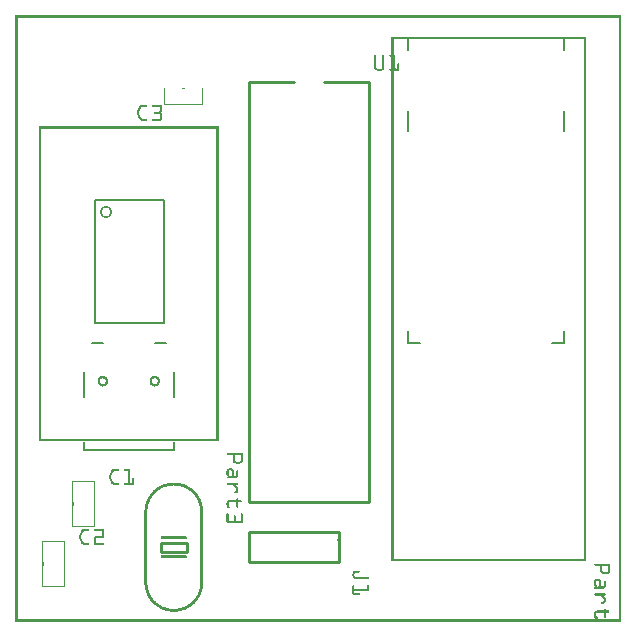
<source format=gto>
G04 MADE WITH FRITZING*
G04 WWW.FRITZING.ORG*
G04 DOUBLE SIDED*
G04 HOLES PLATED*
G04 CONTOUR ON CENTER OF CONTOUR VECTOR*
%ASAXBY*%
%FSLAX23Y23*%
%MOIN*%
%OFA0B0*%
%SFA1.0B1.0*%
%ADD10C,0.042189X0.0301888*%
%ADD11R,0.096457X0.038714X0.076772X0.019029*%
%ADD12C,0.009843*%
%ADD13C,0.006000*%
%ADD14C,0.008000*%
%ADD15C,0.010000*%
%ADD16R,0.001000X0.001000*%
%LNSILK1*%
G90*
G70*
G54D10*
X302Y1369D03*
G54D12*
X486Y263D02*
X572Y263D01*
X572Y235D01*
X486Y235D01*
X486Y263D01*
D02*
G54D13*
X494Y1407D02*
X494Y998D01*
D02*
X494Y998D02*
X264Y998D01*
D02*
X264Y998D02*
X264Y1407D01*
D02*
X264Y1407D02*
X494Y1407D01*
G54D14*
D02*
X229Y751D02*
X229Y834D01*
D02*
X257Y932D02*
X292Y932D01*
D02*
X465Y932D02*
X501Y932D01*
D02*
X528Y834D02*
X528Y751D01*
D02*
X229Y602D02*
X229Y574D01*
D02*
X528Y602D02*
X528Y574D01*
D02*
X229Y574D02*
X528Y574D01*
G54D15*
D02*
X1079Y302D02*
X779Y302D01*
D02*
X779Y302D02*
X779Y202D01*
D02*
X779Y202D02*
X1079Y202D01*
D02*
X1079Y202D02*
X1079Y302D01*
G54D14*
D02*
X1829Y1636D02*
X1829Y1703D01*
D02*
X1310Y1636D02*
X1310Y1703D01*
D02*
X1829Y932D02*
X1790Y932D01*
D02*
X1829Y932D02*
X1829Y971D01*
D02*
X1310Y932D02*
X1349Y932D01*
D02*
X1310Y932D02*
X1310Y971D01*
D02*
X1310Y1947D02*
X1349Y1947D01*
D02*
X1310Y1947D02*
X1310Y1908D01*
D02*
X1829Y1947D02*
X1790Y1947D01*
D02*
X1829Y1947D02*
X1829Y1908D01*
G54D15*
D02*
X779Y1802D02*
X779Y402D01*
D02*
X779Y402D02*
X1179Y402D01*
D02*
X1179Y402D02*
X1179Y1802D01*
D02*
X779Y1802D02*
X929Y1802D01*
D02*
X1029Y1802D02*
X1179Y1802D01*
G54D16*
X0Y2023D02*
X2019Y2023D01*
X0Y2022D02*
X2019Y2022D01*
X0Y2021D02*
X2019Y2021D01*
X0Y2020D02*
X2019Y2020D01*
X0Y2019D02*
X2019Y2019D01*
X0Y2018D02*
X2019Y2018D01*
X0Y2017D02*
X2019Y2017D01*
X0Y2016D02*
X2019Y2016D01*
X0Y2015D02*
X7Y2015D01*
X2012Y2015D02*
X2019Y2015D01*
X0Y2014D02*
X7Y2014D01*
X2012Y2014D02*
X2019Y2014D01*
X0Y2013D02*
X7Y2013D01*
X2012Y2013D02*
X2019Y2013D01*
X0Y2012D02*
X7Y2012D01*
X2012Y2012D02*
X2019Y2012D01*
X0Y2011D02*
X7Y2011D01*
X2012Y2011D02*
X2019Y2011D01*
X0Y2010D02*
X7Y2010D01*
X2012Y2010D02*
X2019Y2010D01*
X0Y2009D02*
X7Y2009D01*
X2012Y2009D02*
X2019Y2009D01*
X0Y2008D02*
X7Y2008D01*
X2012Y2008D02*
X2019Y2008D01*
X0Y2007D02*
X7Y2007D01*
X2012Y2007D02*
X2019Y2007D01*
X0Y2006D02*
X7Y2006D01*
X2012Y2006D02*
X2019Y2006D01*
X0Y2005D02*
X7Y2005D01*
X2012Y2005D02*
X2019Y2005D01*
X0Y2004D02*
X7Y2004D01*
X2012Y2004D02*
X2019Y2004D01*
X0Y2003D02*
X7Y2003D01*
X2012Y2003D02*
X2019Y2003D01*
X0Y2002D02*
X7Y2002D01*
X2012Y2002D02*
X2019Y2002D01*
X0Y2001D02*
X7Y2001D01*
X2012Y2001D02*
X2019Y2001D01*
X0Y2000D02*
X7Y2000D01*
X2012Y2000D02*
X2019Y2000D01*
X0Y1999D02*
X7Y1999D01*
X2012Y1999D02*
X2019Y1999D01*
X0Y1998D02*
X7Y1998D01*
X2012Y1998D02*
X2019Y1998D01*
X0Y1997D02*
X7Y1997D01*
X2012Y1997D02*
X2019Y1997D01*
X0Y1996D02*
X7Y1996D01*
X2012Y1996D02*
X2019Y1996D01*
X0Y1995D02*
X7Y1995D01*
X2012Y1995D02*
X2019Y1995D01*
X0Y1994D02*
X7Y1994D01*
X2012Y1994D02*
X2019Y1994D01*
X0Y1993D02*
X7Y1993D01*
X2012Y1993D02*
X2019Y1993D01*
X0Y1992D02*
X7Y1992D01*
X2012Y1992D02*
X2019Y1992D01*
X0Y1991D02*
X7Y1991D01*
X2012Y1991D02*
X2019Y1991D01*
X0Y1990D02*
X7Y1990D01*
X2012Y1990D02*
X2019Y1990D01*
X0Y1989D02*
X7Y1989D01*
X2012Y1989D02*
X2019Y1989D01*
X0Y1988D02*
X7Y1988D01*
X2012Y1988D02*
X2019Y1988D01*
X0Y1987D02*
X7Y1987D01*
X2012Y1987D02*
X2019Y1987D01*
X0Y1986D02*
X7Y1986D01*
X2012Y1986D02*
X2019Y1986D01*
X0Y1985D02*
X7Y1985D01*
X2012Y1985D02*
X2019Y1985D01*
X0Y1984D02*
X7Y1984D01*
X2012Y1984D02*
X2019Y1984D01*
X0Y1983D02*
X7Y1983D01*
X2012Y1983D02*
X2019Y1983D01*
X0Y1982D02*
X7Y1982D01*
X2012Y1982D02*
X2019Y1982D01*
X0Y1981D02*
X7Y1981D01*
X2012Y1981D02*
X2019Y1981D01*
X0Y1980D02*
X7Y1980D01*
X2012Y1980D02*
X2019Y1980D01*
X0Y1979D02*
X7Y1979D01*
X2012Y1979D02*
X2019Y1979D01*
X0Y1978D02*
X7Y1978D01*
X2012Y1978D02*
X2019Y1978D01*
X0Y1977D02*
X7Y1977D01*
X2012Y1977D02*
X2019Y1977D01*
X0Y1976D02*
X7Y1976D01*
X2012Y1976D02*
X2019Y1976D01*
X0Y1975D02*
X7Y1975D01*
X2012Y1975D02*
X2019Y1975D01*
X0Y1974D02*
X7Y1974D01*
X2012Y1974D02*
X2019Y1974D01*
X0Y1973D02*
X7Y1973D01*
X2012Y1973D02*
X2019Y1973D01*
X0Y1972D02*
X7Y1972D01*
X2012Y1972D02*
X2019Y1972D01*
X0Y1971D02*
X7Y1971D01*
X2012Y1971D02*
X2019Y1971D01*
X0Y1970D02*
X7Y1970D01*
X2012Y1970D02*
X2019Y1970D01*
X0Y1969D02*
X7Y1969D01*
X2012Y1969D02*
X2019Y1969D01*
X0Y1968D02*
X7Y1968D01*
X2012Y1968D02*
X2019Y1968D01*
X0Y1967D02*
X7Y1967D01*
X2012Y1967D02*
X2019Y1967D01*
X0Y1966D02*
X7Y1966D01*
X2012Y1966D02*
X2019Y1966D01*
X0Y1965D02*
X7Y1965D01*
X2012Y1965D02*
X2019Y1965D01*
X0Y1964D02*
X7Y1964D01*
X2012Y1964D02*
X2019Y1964D01*
X0Y1963D02*
X7Y1963D01*
X2012Y1963D02*
X2019Y1963D01*
X0Y1962D02*
X7Y1962D01*
X2012Y1962D02*
X2019Y1962D01*
X0Y1961D02*
X7Y1961D01*
X2012Y1961D02*
X2019Y1961D01*
X0Y1960D02*
X7Y1960D01*
X2012Y1960D02*
X2019Y1960D01*
X0Y1959D02*
X7Y1959D01*
X2012Y1959D02*
X2019Y1959D01*
X0Y1958D02*
X7Y1958D01*
X2012Y1958D02*
X2019Y1958D01*
X0Y1957D02*
X7Y1957D01*
X2012Y1957D02*
X2019Y1957D01*
X0Y1956D02*
X7Y1956D01*
X2012Y1956D02*
X2019Y1956D01*
X0Y1955D02*
X7Y1955D01*
X2012Y1955D02*
X2019Y1955D01*
X0Y1954D02*
X7Y1954D01*
X2012Y1954D02*
X2019Y1954D01*
X0Y1953D02*
X7Y1953D01*
X2012Y1953D02*
X2019Y1953D01*
X0Y1952D02*
X7Y1952D01*
X1254Y1952D02*
X1903Y1952D01*
X2012Y1952D02*
X2019Y1952D01*
X0Y1951D02*
X7Y1951D01*
X1254Y1951D02*
X1903Y1951D01*
X2012Y1951D02*
X2019Y1951D01*
X0Y1950D02*
X7Y1950D01*
X1254Y1950D02*
X1903Y1950D01*
X2012Y1950D02*
X2019Y1950D01*
X0Y1949D02*
X7Y1949D01*
X1254Y1949D02*
X1903Y1949D01*
X2012Y1949D02*
X2019Y1949D01*
X0Y1948D02*
X7Y1948D01*
X1254Y1948D02*
X1903Y1948D01*
X2012Y1948D02*
X2019Y1948D01*
X0Y1947D02*
X7Y1947D01*
X1254Y1947D02*
X1903Y1947D01*
X2012Y1947D02*
X2019Y1947D01*
X0Y1946D02*
X7Y1946D01*
X1254Y1946D02*
X1903Y1946D01*
X2012Y1946D02*
X2019Y1946D01*
X0Y1945D02*
X7Y1945D01*
X1254Y1945D02*
X1903Y1945D01*
X2012Y1945D02*
X2019Y1945D01*
X0Y1944D02*
X7Y1944D01*
X1254Y1944D02*
X1261Y1944D01*
X1896Y1944D02*
X1903Y1944D01*
X2012Y1944D02*
X2019Y1944D01*
X0Y1943D02*
X7Y1943D01*
X1254Y1943D02*
X1261Y1943D01*
X1896Y1943D02*
X1903Y1943D01*
X2012Y1943D02*
X2019Y1943D01*
X0Y1942D02*
X7Y1942D01*
X1254Y1942D02*
X1261Y1942D01*
X1896Y1942D02*
X1903Y1942D01*
X2012Y1942D02*
X2019Y1942D01*
X0Y1941D02*
X7Y1941D01*
X1254Y1941D02*
X1261Y1941D01*
X1896Y1941D02*
X1903Y1941D01*
X2012Y1941D02*
X2019Y1941D01*
X0Y1940D02*
X7Y1940D01*
X1254Y1940D02*
X1261Y1940D01*
X1896Y1940D02*
X1903Y1940D01*
X2012Y1940D02*
X2019Y1940D01*
X0Y1939D02*
X7Y1939D01*
X1254Y1939D02*
X1261Y1939D01*
X1896Y1939D02*
X1903Y1939D01*
X2012Y1939D02*
X2019Y1939D01*
X0Y1938D02*
X7Y1938D01*
X1254Y1938D02*
X1261Y1938D01*
X1896Y1938D02*
X1903Y1938D01*
X2012Y1938D02*
X2019Y1938D01*
X0Y1937D02*
X7Y1937D01*
X1254Y1937D02*
X1261Y1937D01*
X1896Y1937D02*
X1903Y1937D01*
X2012Y1937D02*
X2019Y1937D01*
X0Y1936D02*
X7Y1936D01*
X1254Y1936D02*
X1261Y1936D01*
X1896Y1936D02*
X1903Y1936D01*
X2012Y1936D02*
X2019Y1936D01*
X0Y1935D02*
X7Y1935D01*
X1254Y1935D02*
X1261Y1935D01*
X1896Y1935D02*
X1903Y1935D01*
X2012Y1935D02*
X2019Y1935D01*
X0Y1934D02*
X7Y1934D01*
X1254Y1934D02*
X1261Y1934D01*
X1896Y1934D02*
X1903Y1934D01*
X2012Y1934D02*
X2019Y1934D01*
X0Y1933D02*
X7Y1933D01*
X1254Y1933D02*
X1261Y1933D01*
X1896Y1933D02*
X1903Y1933D01*
X2012Y1933D02*
X2019Y1933D01*
X0Y1932D02*
X7Y1932D01*
X1254Y1932D02*
X1261Y1932D01*
X1896Y1932D02*
X1903Y1932D01*
X2012Y1932D02*
X2019Y1932D01*
X0Y1931D02*
X7Y1931D01*
X1254Y1931D02*
X1261Y1931D01*
X1896Y1931D02*
X1903Y1931D01*
X2012Y1931D02*
X2019Y1931D01*
X0Y1930D02*
X7Y1930D01*
X1254Y1930D02*
X1261Y1930D01*
X1896Y1930D02*
X1903Y1930D01*
X2012Y1930D02*
X2019Y1930D01*
X0Y1929D02*
X7Y1929D01*
X1254Y1929D02*
X1261Y1929D01*
X1896Y1929D02*
X1903Y1929D01*
X2012Y1929D02*
X2019Y1929D01*
X0Y1928D02*
X7Y1928D01*
X1254Y1928D02*
X1261Y1928D01*
X1896Y1928D02*
X1903Y1928D01*
X2012Y1928D02*
X2019Y1928D01*
X0Y1927D02*
X7Y1927D01*
X1254Y1927D02*
X1261Y1927D01*
X1896Y1927D02*
X1903Y1927D01*
X2012Y1927D02*
X2019Y1927D01*
X0Y1926D02*
X7Y1926D01*
X1254Y1926D02*
X1261Y1926D01*
X1896Y1926D02*
X1903Y1926D01*
X2012Y1926D02*
X2019Y1926D01*
X0Y1925D02*
X7Y1925D01*
X1254Y1925D02*
X1261Y1925D01*
X1896Y1925D02*
X1903Y1925D01*
X2012Y1925D02*
X2019Y1925D01*
X0Y1924D02*
X7Y1924D01*
X1254Y1924D02*
X1261Y1924D01*
X1896Y1924D02*
X1903Y1924D01*
X2012Y1924D02*
X2019Y1924D01*
X0Y1923D02*
X7Y1923D01*
X1254Y1923D02*
X1261Y1923D01*
X1896Y1923D02*
X1903Y1923D01*
X2012Y1923D02*
X2019Y1923D01*
X0Y1922D02*
X7Y1922D01*
X1254Y1922D02*
X1261Y1922D01*
X1896Y1922D02*
X1903Y1922D01*
X2012Y1922D02*
X2019Y1922D01*
X0Y1921D02*
X7Y1921D01*
X1254Y1921D02*
X1261Y1921D01*
X1896Y1921D02*
X1903Y1921D01*
X2012Y1921D02*
X2019Y1921D01*
X0Y1920D02*
X7Y1920D01*
X1254Y1920D02*
X1261Y1920D01*
X1896Y1920D02*
X1903Y1920D01*
X2012Y1920D02*
X2019Y1920D01*
X0Y1919D02*
X7Y1919D01*
X1254Y1919D02*
X1261Y1919D01*
X1896Y1919D02*
X1903Y1919D01*
X2012Y1919D02*
X2019Y1919D01*
X0Y1918D02*
X7Y1918D01*
X1254Y1918D02*
X1261Y1918D01*
X1896Y1918D02*
X1903Y1918D01*
X2012Y1918D02*
X2019Y1918D01*
X0Y1917D02*
X7Y1917D01*
X1254Y1917D02*
X1261Y1917D01*
X1896Y1917D02*
X1903Y1917D01*
X2012Y1917D02*
X2019Y1917D01*
X0Y1916D02*
X7Y1916D01*
X1254Y1916D02*
X1261Y1916D01*
X1896Y1916D02*
X1903Y1916D01*
X2012Y1916D02*
X2019Y1916D01*
X0Y1915D02*
X7Y1915D01*
X1254Y1915D02*
X1261Y1915D01*
X1896Y1915D02*
X1903Y1915D01*
X2012Y1915D02*
X2019Y1915D01*
X0Y1914D02*
X7Y1914D01*
X1254Y1914D02*
X1261Y1914D01*
X1896Y1914D02*
X1903Y1914D01*
X2012Y1914D02*
X2019Y1914D01*
X0Y1913D02*
X7Y1913D01*
X1254Y1913D02*
X1261Y1913D01*
X1896Y1913D02*
X1903Y1913D01*
X2012Y1913D02*
X2019Y1913D01*
X0Y1912D02*
X7Y1912D01*
X1254Y1912D02*
X1261Y1912D01*
X1896Y1912D02*
X1903Y1912D01*
X2012Y1912D02*
X2019Y1912D01*
X0Y1911D02*
X7Y1911D01*
X1254Y1911D02*
X1261Y1911D01*
X1896Y1911D02*
X1903Y1911D01*
X2012Y1911D02*
X2019Y1911D01*
X0Y1910D02*
X7Y1910D01*
X1254Y1910D02*
X1261Y1910D01*
X1896Y1910D02*
X1903Y1910D01*
X2012Y1910D02*
X2019Y1910D01*
X0Y1909D02*
X7Y1909D01*
X1254Y1909D02*
X1261Y1909D01*
X1896Y1909D02*
X1903Y1909D01*
X2012Y1909D02*
X2019Y1909D01*
X0Y1908D02*
X7Y1908D01*
X1254Y1908D02*
X1261Y1908D01*
X1896Y1908D02*
X1903Y1908D01*
X2012Y1908D02*
X2019Y1908D01*
X0Y1907D02*
X7Y1907D01*
X1254Y1907D02*
X1261Y1907D01*
X1896Y1907D02*
X1903Y1907D01*
X2012Y1907D02*
X2019Y1907D01*
X0Y1906D02*
X7Y1906D01*
X1254Y1906D02*
X1261Y1906D01*
X1896Y1906D02*
X1903Y1906D01*
X2012Y1906D02*
X2019Y1906D01*
X0Y1905D02*
X7Y1905D01*
X1254Y1905D02*
X1261Y1905D01*
X1896Y1905D02*
X1903Y1905D01*
X2012Y1905D02*
X2019Y1905D01*
X0Y1904D02*
X7Y1904D01*
X1254Y1904D02*
X1261Y1904D01*
X1896Y1904D02*
X1903Y1904D01*
X2012Y1904D02*
X2019Y1904D01*
X0Y1903D02*
X7Y1903D01*
X1254Y1903D02*
X1261Y1903D01*
X1896Y1903D02*
X1903Y1903D01*
X2012Y1903D02*
X2019Y1903D01*
X0Y1902D02*
X7Y1902D01*
X1254Y1902D02*
X1261Y1902D01*
X1896Y1902D02*
X1903Y1902D01*
X2012Y1902D02*
X2019Y1902D01*
X0Y1901D02*
X7Y1901D01*
X1254Y1901D02*
X1261Y1901D01*
X1896Y1901D02*
X1903Y1901D01*
X2012Y1901D02*
X2019Y1901D01*
X0Y1900D02*
X7Y1900D01*
X1254Y1900D02*
X1261Y1900D01*
X1896Y1900D02*
X1903Y1900D01*
X2012Y1900D02*
X2019Y1900D01*
X0Y1899D02*
X7Y1899D01*
X1254Y1899D02*
X1261Y1899D01*
X1896Y1899D02*
X1903Y1899D01*
X2012Y1899D02*
X2019Y1899D01*
X0Y1898D02*
X7Y1898D01*
X1254Y1898D02*
X1261Y1898D01*
X1896Y1898D02*
X1903Y1898D01*
X2012Y1898D02*
X2019Y1898D01*
X0Y1897D02*
X7Y1897D01*
X1254Y1897D02*
X1261Y1897D01*
X1896Y1897D02*
X1903Y1897D01*
X2012Y1897D02*
X2019Y1897D01*
X0Y1896D02*
X7Y1896D01*
X1254Y1896D02*
X1261Y1896D01*
X1896Y1896D02*
X1903Y1896D01*
X2012Y1896D02*
X2019Y1896D01*
X0Y1895D02*
X7Y1895D01*
X1254Y1895D02*
X1261Y1895D01*
X1896Y1895D02*
X1903Y1895D01*
X2012Y1895D02*
X2019Y1895D01*
X0Y1894D02*
X7Y1894D01*
X1254Y1894D02*
X1261Y1894D01*
X1896Y1894D02*
X1903Y1894D01*
X2012Y1894D02*
X2019Y1894D01*
X0Y1893D02*
X7Y1893D01*
X1254Y1893D02*
X1261Y1893D01*
X1896Y1893D02*
X1903Y1893D01*
X2012Y1893D02*
X2019Y1893D01*
X0Y1892D02*
X7Y1892D01*
X1198Y1892D02*
X1201Y1892D01*
X1225Y1892D02*
X1229Y1892D01*
X1248Y1892D02*
X1266Y1892D01*
X1896Y1892D02*
X1903Y1892D01*
X2012Y1892D02*
X2019Y1892D01*
X0Y1891D02*
X7Y1891D01*
X1197Y1891D02*
X1202Y1891D01*
X1225Y1891D02*
X1230Y1891D01*
X1247Y1891D02*
X1266Y1891D01*
X1896Y1891D02*
X1903Y1891D01*
X2012Y1891D02*
X2019Y1891D01*
X0Y1890D02*
X7Y1890D01*
X1197Y1890D02*
X1202Y1890D01*
X1224Y1890D02*
X1230Y1890D01*
X1247Y1890D02*
X1266Y1890D01*
X1896Y1890D02*
X1903Y1890D01*
X2012Y1890D02*
X2019Y1890D01*
X0Y1889D02*
X7Y1889D01*
X1197Y1889D02*
X1203Y1889D01*
X1224Y1889D02*
X1230Y1889D01*
X1247Y1889D02*
X1266Y1889D01*
X1896Y1889D02*
X1903Y1889D01*
X2012Y1889D02*
X2019Y1889D01*
X0Y1888D02*
X7Y1888D01*
X1197Y1888D02*
X1203Y1888D01*
X1224Y1888D02*
X1230Y1888D01*
X1247Y1888D02*
X1266Y1888D01*
X1896Y1888D02*
X1903Y1888D01*
X2012Y1888D02*
X2019Y1888D01*
X0Y1887D02*
X7Y1887D01*
X1197Y1887D02*
X1203Y1887D01*
X1224Y1887D02*
X1230Y1887D01*
X1248Y1887D02*
X1266Y1887D01*
X1896Y1887D02*
X1903Y1887D01*
X2012Y1887D02*
X2019Y1887D01*
X0Y1886D02*
X7Y1886D01*
X1197Y1886D02*
X1203Y1886D01*
X1224Y1886D02*
X1230Y1886D01*
X1249Y1886D02*
X1266Y1886D01*
X1896Y1886D02*
X1903Y1886D01*
X2012Y1886D02*
X2019Y1886D01*
X0Y1885D02*
X7Y1885D01*
X1197Y1885D02*
X1203Y1885D01*
X1224Y1885D02*
X1230Y1885D01*
X1254Y1885D02*
X1266Y1885D01*
X1896Y1885D02*
X1903Y1885D01*
X2012Y1885D02*
X2019Y1885D01*
X0Y1884D02*
X7Y1884D01*
X1197Y1884D02*
X1203Y1884D01*
X1224Y1884D02*
X1230Y1884D01*
X1254Y1884D02*
X1266Y1884D01*
X1896Y1884D02*
X1903Y1884D01*
X2012Y1884D02*
X2019Y1884D01*
X0Y1883D02*
X7Y1883D01*
X1197Y1883D02*
X1203Y1883D01*
X1224Y1883D02*
X1230Y1883D01*
X1254Y1883D02*
X1266Y1883D01*
X1896Y1883D02*
X1903Y1883D01*
X2012Y1883D02*
X2019Y1883D01*
X0Y1882D02*
X7Y1882D01*
X1197Y1882D02*
X1203Y1882D01*
X1224Y1882D02*
X1230Y1882D01*
X1254Y1882D02*
X1266Y1882D01*
X1896Y1882D02*
X1903Y1882D01*
X2012Y1882D02*
X2019Y1882D01*
X0Y1881D02*
X7Y1881D01*
X1197Y1881D02*
X1203Y1881D01*
X1224Y1881D02*
X1230Y1881D01*
X1254Y1881D02*
X1266Y1881D01*
X1896Y1881D02*
X1903Y1881D01*
X2012Y1881D02*
X2019Y1881D01*
X0Y1880D02*
X7Y1880D01*
X1197Y1880D02*
X1203Y1880D01*
X1224Y1880D02*
X1230Y1880D01*
X1254Y1880D02*
X1266Y1880D01*
X1896Y1880D02*
X1903Y1880D01*
X2012Y1880D02*
X2019Y1880D01*
X0Y1879D02*
X7Y1879D01*
X1197Y1879D02*
X1203Y1879D01*
X1224Y1879D02*
X1230Y1879D01*
X1254Y1879D02*
X1266Y1879D01*
X1896Y1879D02*
X1903Y1879D01*
X2012Y1879D02*
X2019Y1879D01*
X0Y1878D02*
X7Y1878D01*
X1197Y1878D02*
X1203Y1878D01*
X1224Y1878D02*
X1230Y1878D01*
X1254Y1878D02*
X1266Y1878D01*
X1896Y1878D02*
X1903Y1878D01*
X2012Y1878D02*
X2019Y1878D01*
X0Y1877D02*
X7Y1877D01*
X1197Y1877D02*
X1203Y1877D01*
X1224Y1877D02*
X1230Y1877D01*
X1254Y1877D02*
X1266Y1877D01*
X1896Y1877D02*
X1903Y1877D01*
X2012Y1877D02*
X2019Y1877D01*
X0Y1876D02*
X7Y1876D01*
X1197Y1876D02*
X1203Y1876D01*
X1224Y1876D02*
X1230Y1876D01*
X1254Y1876D02*
X1266Y1876D01*
X1896Y1876D02*
X1903Y1876D01*
X2012Y1876D02*
X2019Y1876D01*
X0Y1875D02*
X7Y1875D01*
X1197Y1875D02*
X1203Y1875D01*
X1224Y1875D02*
X1230Y1875D01*
X1254Y1875D02*
X1266Y1875D01*
X1896Y1875D02*
X1903Y1875D01*
X2012Y1875D02*
X2019Y1875D01*
X0Y1874D02*
X7Y1874D01*
X1197Y1874D02*
X1203Y1874D01*
X1224Y1874D02*
X1230Y1874D01*
X1254Y1874D02*
X1266Y1874D01*
X1896Y1874D02*
X1903Y1874D01*
X2012Y1874D02*
X2019Y1874D01*
X0Y1873D02*
X7Y1873D01*
X1197Y1873D02*
X1203Y1873D01*
X1224Y1873D02*
X1230Y1873D01*
X1254Y1873D02*
X1266Y1873D01*
X1896Y1873D02*
X1903Y1873D01*
X2012Y1873D02*
X2019Y1873D01*
X0Y1872D02*
X7Y1872D01*
X1197Y1872D02*
X1203Y1872D01*
X1224Y1872D02*
X1230Y1872D01*
X1254Y1872D02*
X1266Y1872D01*
X1896Y1872D02*
X1903Y1872D01*
X2012Y1872D02*
X2019Y1872D01*
X0Y1871D02*
X7Y1871D01*
X1197Y1871D02*
X1203Y1871D01*
X1224Y1871D02*
X1230Y1871D01*
X1254Y1871D02*
X1266Y1871D01*
X1896Y1871D02*
X1903Y1871D01*
X2012Y1871D02*
X2019Y1871D01*
X0Y1870D02*
X7Y1870D01*
X1197Y1870D02*
X1203Y1870D01*
X1224Y1870D02*
X1230Y1870D01*
X1254Y1870D02*
X1266Y1870D01*
X1896Y1870D02*
X1903Y1870D01*
X2012Y1870D02*
X2019Y1870D01*
X0Y1869D02*
X7Y1869D01*
X1197Y1869D02*
X1203Y1869D01*
X1224Y1869D02*
X1230Y1869D01*
X1254Y1869D02*
X1266Y1869D01*
X1896Y1869D02*
X1903Y1869D01*
X2012Y1869D02*
X2019Y1869D01*
X0Y1868D02*
X7Y1868D01*
X1197Y1868D02*
X1203Y1868D01*
X1224Y1868D02*
X1230Y1868D01*
X1254Y1868D02*
X1266Y1868D01*
X1896Y1868D02*
X1903Y1868D01*
X2012Y1868D02*
X2019Y1868D01*
X0Y1867D02*
X7Y1867D01*
X1197Y1867D02*
X1203Y1867D01*
X1224Y1867D02*
X1230Y1867D01*
X1254Y1867D02*
X1266Y1867D01*
X1896Y1867D02*
X1903Y1867D01*
X2012Y1867D02*
X2019Y1867D01*
X0Y1866D02*
X7Y1866D01*
X1197Y1866D02*
X1203Y1866D01*
X1224Y1866D02*
X1230Y1866D01*
X1254Y1866D02*
X1266Y1866D01*
X1896Y1866D02*
X1903Y1866D01*
X2012Y1866D02*
X2019Y1866D01*
X0Y1865D02*
X7Y1865D01*
X1197Y1865D02*
X1203Y1865D01*
X1224Y1865D02*
X1230Y1865D01*
X1254Y1865D02*
X1266Y1865D01*
X1896Y1865D02*
X1903Y1865D01*
X2012Y1865D02*
X2019Y1865D01*
X0Y1864D02*
X7Y1864D01*
X1197Y1864D02*
X1203Y1864D01*
X1224Y1864D02*
X1230Y1864D01*
X1254Y1864D02*
X1266Y1864D01*
X1896Y1864D02*
X1903Y1864D01*
X2012Y1864D02*
X2019Y1864D01*
X0Y1863D02*
X7Y1863D01*
X1197Y1863D02*
X1203Y1863D01*
X1224Y1863D02*
X1230Y1863D01*
X1254Y1863D02*
X1266Y1863D01*
X1276Y1863D02*
X1278Y1863D01*
X1896Y1863D02*
X1903Y1863D01*
X2012Y1863D02*
X2019Y1863D01*
X0Y1862D02*
X7Y1862D01*
X1197Y1862D02*
X1203Y1862D01*
X1224Y1862D02*
X1230Y1862D01*
X1254Y1862D02*
X1266Y1862D01*
X1275Y1862D02*
X1279Y1862D01*
X1896Y1862D02*
X1903Y1862D01*
X2012Y1862D02*
X2019Y1862D01*
X0Y1861D02*
X7Y1861D01*
X1197Y1861D02*
X1203Y1861D01*
X1224Y1861D02*
X1230Y1861D01*
X1254Y1861D02*
X1266Y1861D01*
X1274Y1861D02*
X1280Y1861D01*
X1896Y1861D02*
X1903Y1861D01*
X2012Y1861D02*
X2019Y1861D01*
X0Y1860D02*
X7Y1860D01*
X1197Y1860D02*
X1203Y1860D01*
X1224Y1860D02*
X1230Y1860D01*
X1254Y1860D02*
X1266Y1860D01*
X1274Y1860D02*
X1280Y1860D01*
X1896Y1860D02*
X1903Y1860D01*
X2012Y1860D02*
X2019Y1860D01*
X0Y1859D02*
X7Y1859D01*
X1197Y1859D02*
X1203Y1859D01*
X1224Y1859D02*
X1230Y1859D01*
X1254Y1859D02*
X1266Y1859D01*
X1274Y1859D02*
X1280Y1859D01*
X1896Y1859D02*
X1903Y1859D01*
X2012Y1859D02*
X2019Y1859D01*
X0Y1858D02*
X7Y1858D01*
X1197Y1858D02*
X1203Y1858D01*
X1224Y1858D02*
X1230Y1858D01*
X1254Y1858D02*
X1266Y1858D01*
X1274Y1858D02*
X1280Y1858D01*
X1896Y1858D02*
X1903Y1858D01*
X2012Y1858D02*
X2019Y1858D01*
X0Y1857D02*
X7Y1857D01*
X1197Y1857D02*
X1203Y1857D01*
X1224Y1857D02*
X1230Y1857D01*
X1254Y1857D02*
X1266Y1857D01*
X1274Y1857D02*
X1280Y1857D01*
X1896Y1857D02*
X1903Y1857D01*
X2012Y1857D02*
X2019Y1857D01*
X0Y1856D02*
X7Y1856D01*
X1197Y1856D02*
X1203Y1856D01*
X1224Y1856D02*
X1230Y1856D01*
X1254Y1856D02*
X1266Y1856D01*
X1274Y1856D02*
X1280Y1856D01*
X1896Y1856D02*
X1903Y1856D01*
X2012Y1856D02*
X2019Y1856D01*
X0Y1855D02*
X7Y1855D01*
X1197Y1855D02*
X1203Y1855D01*
X1224Y1855D02*
X1230Y1855D01*
X1254Y1855D02*
X1266Y1855D01*
X1274Y1855D02*
X1280Y1855D01*
X1896Y1855D02*
X1903Y1855D01*
X2012Y1855D02*
X2019Y1855D01*
X0Y1854D02*
X7Y1854D01*
X1197Y1854D02*
X1203Y1854D01*
X1224Y1854D02*
X1230Y1854D01*
X1254Y1854D02*
X1266Y1854D01*
X1274Y1854D02*
X1280Y1854D01*
X1896Y1854D02*
X1903Y1854D01*
X2012Y1854D02*
X2019Y1854D01*
X0Y1853D02*
X7Y1853D01*
X1197Y1853D02*
X1203Y1853D01*
X1224Y1853D02*
X1230Y1853D01*
X1254Y1853D02*
X1266Y1853D01*
X1274Y1853D02*
X1280Y1853D01*
X1896Y1853D02*
X1903Y1853D01*
X2012Y1853D02*
X2019Y1853D01*
X0Y1852D02*
X7Y1852D01*
X1197Y1852D02*
X1203Y1852D01*
X1224Y1852D02*
X1230Y1852D01*
X1254Y1852D02*
X1266Y1852D01*
X1274Y1852D02*
X1280Y1852D01*
X1896Y1852D02*
X1903Y1852D01*
X2012Y1852D02*
X2019Y1852D01*
X0Y1851D02*
X7Y1851D01*
X1197Y1851D02*
X1203Y1851D01*
X1224Y1851D02*
X1230Y1851D01*
X1254Y1851D02*
X1266Y1851D01*
X1274Y1851D02*
X1280Y1851D01*
X1896Y1851D02*
X1903Y1851D01*
X2012Y1851D02*
X2019Y1851D01*
X0Y1850D02*
X7Y1850D01*
X1197Y1850D02*
X1203Y1850D01*
X1224Y1850D02*
X1230Y1850D01*
X1254Y1850D02*
X1266Y1850D01*
X1274Y1850D02*
X1280Y1850D01*
X1896Y1850D02*
X1903Y1850D01*
X2012Y1850D02*
X2019Y1850D01*
X0Y1849D02*
X7Y1849D01*
X1197Y1849D02*
X1203Y1849D01*
X1224Y1849D02*
X1230Y1849D01*
X1254Y1849D02*
X1266Y1849D01*
X1274Y1849D02*
X1280Y1849D01*
X1896Y1849D02*
X1903Y1849D01*
X2012Y1849D02*
X2019Y1849D01*
X0Y1848D02*
X7Y1848D01*
X1197Y1848D02*
X1203Y1848D01*
X1224Y1848D02*
X1230Y1848D01*
X1254Y1848D02*
X1266Y1848D01*
X1274Y1848D02*
X1280Y1848D01*
X1896Y1848D02*
X1903Y1848D01*
X2012Y1848D02*
X2019Y1848D01*
X0Y1847D02*
X7Y1847D01*
X1197Y1847D02*
X1203Y1847D01*
X1223Y1847D02*
X1230Y1847D01*
X1254Y1847D02*
X1266Y1847D01*
X1274Y1847D02*
X1280Y1847D01*
X1896Y1847D02*
X1903Y1847D01*
X2012Y1847D02*
X2019Y1847D01*
X0Y1846D02*
X7Y1846D01*
X1197Y1846D02*
X1205Y1846D01*
X1222Y1846D02*
X1230Y1846D01*
X1254Y1846D02*
X1267Y1846D01*
X1274Y1846D02*
X1280Y1846D01*
X1896Y1846D02*
X1903Y1846D01*
X2012Y1846D02*
X2019Y1846D01*
X0Y1845D02*
X7Y1845D01*
X1197Y1845D02*
X1229Y1845D01*
X1248Y1845D02*
X1280Y1845D01*
X1896Y1845D02*
X1903Y1845D01*
X2012Y1845D02*
X2019Y1845D01*
X0Y1844D02*
X7Y1844D01*
X1198Y1844D02*
X1229Y1844D01*
X1247Y1844D02*
X1280Y1844D01*
X1896Y1844D02*
X1903Y1844D01*
X2012Y1844D02*
X2019Y1844D01*
X0Y1843D02*
X7Y1843D01*
X1199Y1843D02*
X1228Y1843D01*
X1247Y1843D02*
X1280Y1843D01*
X1896Y1843D02*
X1903Y1843D01*
X2012Y1843D02*
X2019Y1843D01*
X0Y1842D02*
X7Y1842D01*
X1200Y1842D02*
X1227Y1842D01*
X1247Y1842D02*
X1280Y1842D01*
X1896Y1842D02*
X1903Y1842D01*
X2012Y1842D02*
X2019Y1842D01*
X0Y1841D02*
X7Y1841D01*
X1201Y1841D02*
X1226Y1841D01*
X1247Y1841D02*
X1280Y1841D01*
X1896Y1841D02*
X1903Y1841D01*
X2012Y1841D02*
X2019Y1841D01*
X0Y1840D02*
X7Y1840D01*
X1202Y1840D02*
X1225Y1840D01*
X1247Y1840D02*
X1279Y1840D01*
X1896Y1840D02*
X1903Y1840D01*
X2012Y1840D02*
X2019Y1840D01*
X0Y1839D02*
X7Y1839D01*
X1205Y1839D02*
X1222Y1839D01*
X1249Y1839D02*
X1278Y1839D01*
X1896Y1839D02*
X1903Y1839D01*
X2012Y1839D02*
X2019Y1839D01*
X0Y1838D02*
X7Y1838D01*
X1254Y1838D02*
X1261Y1838D01*
X1896Y1838D02*
X1903Y1838D01*
X2012Y1838D02*
X2019Y1838D01*
X0Y1837D02*
X7Y1837D01*
X1254Y1837D02*
X1261Y1837D01*
X1896Y1837D02*
X1903Y1837D01*
X2012Y1837D02*
X2019Y1837D01*
X0Y1836D02*
X7Y1836D01*
X1254Y1836D02*
X1261Y1836D01*
X1896Y1836D02*
X1903Y1836D01*
X2012Y1836D02*
X2019Y1836D01*
X0Y1835D02*
X7Y1835D01*
X1254Y1835D02*
X1261Y1835D01*
X1896Y1835D02*
X1903Y1835D01*
X2012Y1835D02*
X2019Y1835D01*
X0Y1834D02*
X7Y1834D01*
X1254Y1834D02*
X1261Y1834D01*
X1896Y1834D02*
X1903Y1834D01*
X2012Y1834D02*
X2019Y1834D01*
X0Y1833D02*
X7Y1833D01*
X1254Y1833D02*
X1261Y1833D01*
X1896Y1833D02*
X1903Y1833D01*
X2012Y1833D02*
X2019Y1833D01*
X0Y1832D02*
X7Y1832D01*
X1254Y1832D02*
X1261Y1832D01*
X1896Y1832D02*
X1903Y1832D01*
X2012Y1832D02*
X2019Y1832D01*
X0Y1831D02*
X7Y1831D01*
X1254Y1831D02*
X1261Y1831D01*
X1896Y1831D02*
X1903Y1831D01*
X2012Y1831D02*
X2019Y1831D01*
X0Y1830D02*
X7Y1830D01*
X1254Y1830D02*
X1261Y1830D01*
X1896Y1830D02*
X1903Y1830D01*
X2012Y1830D02*
X2019Y1830D01*
X0Y1829D02*
X7Y1829D01*
X1254Y1829D02*
X1261Y1829D01*
X1896Y1829D02*
X1903Y1829D01*
X2012Y1829D02*
X2019Y1829D01*
X0Y1828D02*
X7Y1828D01*
X1254Y1828D02*
X1261Y1828D01*
X1896Y1828D02*
X1903Y1828D01*
X2012Y1828D02*
X2019Y1828D01*
X0Y1827D02*
X7Y1827D01*
X1254Y1827D02*
X1261Y1827D01*
X1896Y1827D02*
X1903Y1827D01*
X2012Y1827D02*
X2019Y1827D01*
X0Y1826D02*
X7Y1826D01*
X1254Y1826D02*
X1261Y1826D01*
X1896Y1826D02*
X1903Y1826D01*
X2012Y1826D02*
X2019Y1826D01*
X0Y1825D02*
X7Y1825D01*
X1254Y1825D02*
X1261Y1825D01*
X1896Y1825D02*
X1903Y1825D01*
X2012Y1825D02*
X2019Y1825D01*
X0Y1824D02*
X7Y1824D01*
X1254Y1824D02*
X1261Y1824D01*
X1896Y1824D02*
X1903Y1824D01*
X2012Y1824D02*
X2019Y1824D01*
X0Y1823D02*
X7Y1823D01*
X1254Y1823D02*
X1261Y1823D01*
X1896Y1823D02*
X1903Y1823D01*
X2012Y1823D02*
X2019Y1823D01*
X0Y1822D02*
X7Y1822D01*
X1254Y1822D02*
X1261Y1822D01*
X1896Y1822D02*
X1903Y1822D01*
X2012Y1822D02*
X2019Y1822D01*
X0Y1821D02*
X7Y1821D01*
X1254Y1821D02*
X1261Y1821D01*
X1896Y1821D02*
X1903Y1821D01*
X2012Y1821D02*
X2019Y1821D01*
X0Y1820D02*
X7Y1820D01*
X1254Y1820D02*
X1261Y1820D01*
X1896Y1820D02*
X1903Y1820D01*
X2012Y1820D02*
X2019Y1820D01*
X0Y1819D02*
X7Y1819D01*
X1254Y1819D02*
X1261Y1819D01*
X1896Y1819D02*
X1903Y1819D01*
X2012Y1819D02*
X2019Y1819D01*
X0Y1818D02*
X7Y1818D01*
X1254Y1818D02*
X1261Y1818D01*
X1896Y1818D02*
X1903Y1818D01*
X2012Y1818D02*
X2019Y1818D01*
X0Y1817D02*
X7Y1817D01*
X1254Y1817D02*
X1261Y1817D01*
X1896Y1817D02*
X1903Y1817D01*
X2012Y1817D02*
X2019Y1817D01*
X0Y1816D02*
X7Y1816D01*
X1254Y1816D02*
X1261Y1816D01*
X1896Y1816D02*
X1903Y1816D01*
X2012Y1816D02*
X2019Y1816D01*
X0Y1815D02*
X7Y1815D01*
X1254Y1815D02*
X1261Y1815D01*
X1896Y1815D02*
X1903Y1815D01*
X2012Y1815D02*
X2019Y1815D01*
X0Y1814D02*
X7Y1814D01*
X1254Y1814D02*
X1261Y1814D01*
X1896Y1814D02*
X1903Y1814D01*
X2012Y1814D02*
X2019Y1814D01*
X0Y1813D02*
X7Y1813D01*
X1254Y1813D02*
X1261Y1813D01*
X1896Y1813D02*
X1903Y1813D01*
X2012Y1813D02*
X2019Y1813D01*
X0Y1812D02*
X7Y1812D01*
X1254Y1812D02*
X1261Y1812D01*
X1896Y1812D02*
X1903Y1812D01*
X2012Y1812D02*
X2019Y1812D01*
X0Y1811D02*
X7Y1811D01*
X1254Y1811D02*
X1261Y1811D01*
X1896Y1811D02*
X1903Y1811D01*
X2012Y1811D02*
X2019Y1811D01*
X0Y1810D02*
X7Y1810D01*
X1254Y1810D02*
X1261Y1810D01*
X1896Y1810D02*
X1903Y1810D01*
X2012Y1810D02*
X2019Y1810D01*
X0Y1809D02*
X7Y1809D01*
X1254Y1809D02*
X1261Y1809D01*
X1896Y1809D02*
X1903Y1809D01*
X2012Y1809D02*
X2019Y1809D01*
X0Y1808D02*
X7Y1808D01*
X1254Y1808D02*
X1261Y1808D01*
X1896Y1808D02*
X1903Y1808D01*
X2012Y1808D02*
X2019Y1808D01*
X0Y1807D02*
X7Y1807D01*
X1254Y1807D02*
X1261Y1807D01*
X1896Y1807D02*
X1903Y1807D01*
X2012Y1807D02*
X2019Y1807D01*
X0Y1806D02*
X7Y1806D01*
X1254Y1806D02*
X1261Y1806D01*
X1896Y1806D02*
X1903Y1806D01*
X2012Y1806D02*
X2019Y1806D01*
X0Y1805D02*
X7Y1805D01*
X1254Y1805D02*
X1261Y1805D01*
X1896Y1805D02*
X1903Y1805D01*
X2012Y1805D02*
X2019Y1805D01*
X0Y1804D02*
X7Y1804D01*
X1254Y1804D02*
X1261Y1804D01*
X1896Y1804D02*
X1903Y1804D01*
X2012Y1804D02*
X2019Y1804D01*
X0Y1803D02*
X7Y1803D01*
X1254Y1803D02*
X1261Y1803D01*
X1896Y1803D02*
X1903Y1803D01*
X2012Y1803D02*
X2019Y1803D01*
X0Y1802D02*
X7Y1802D01*
X1254Y1802D02*
X1261Y1802D01*
X1896Y1802D02*
X1903Y1802D01*
X2012Y1802D02*
X2019Y1802D01*
X0Y1801D02*
X7Y1801D01*
X1254Y1801D02*
X1261Y1801D01*
X1896Y1801D02*
X1903Y1801D01*
X2012Y1801D02*
X2019Y1801D01*
X0Y1800D02*
X7Y1800D01*
X1254Y1800D02*
X1261Y1800D01*
X1896Y1800D02*
X1903Y1800D01*
X2012Y1800D02*
X2019Y1800D01*
X0Y1799D02*
X7Y1799D01*
X1254Y1799D02*
X1261Y1799D01*
X1896Y1799D02*
X1903Y1799D01*
X2012Y1799D02*
X2019Y1799D01*
X0Y1798D02*
X7Y1798D01*
X1254Y1798D02*
X1261Y1798D01*
X1896Y1798D02*
X1903Y1798D01*
X2012Y1798D02*
X2019Y1798D01*
X0Y1797D02*
X7Y1797D01*
X1254Y1797D02*
X1261Y1797D01*
X1896Y1797D02*
X1903Y1797D01*
X2012Y1797D02*
X2019Y1797D01*
X0Y1796D02*
X7Y1796D01*
X1254Y1796D02*
X1261Y1796D01*
X1896Y1796D02*
X1903Y1796D01*
X2012Y1796D02*
X2019Y1796D01*
X0Y1795D02*
X7Y1795D01*
X1254Y1795D02*
X1261Y1795D01*
X1896Y1795D02*
X1903Y1795D01*
X2012Y1795D02*
X2019Y1795D01*
X0Y1794D02*
X7Y1794D01*
X1254Y1794D02*
X1261Y1794D01*
X1896Y1794D02*
X1903Y1794D01*
X2012Y1794D02*
X2019Y1794D01*
X0Y1793D02*
X7Y1793D01*
X1254Y1793D02*
X1261Y1793D01*
X1896Y1793D02*
X1903Y1793D01*
X2012Y1793D02*
X2019Y1793D01*
X0Y1792D02*
X7Y1792D01*
X1254Y1792D02*
X1261Y1792D01*
X1896Y1792D02*
X1903Y1792D01*
X2012Y1792D02*
X2019Y1792D01*
X0Y1791D02*
X7Y1791D01*
X1254Y1791D02*
X1261Y1791D01*
X1896Y1791D02*
X1903Y1791D01*
X2012Y1791D02*
X2019Y1791D01*
X0Y1790D02*
X7Y1790D01*
X1254Y1790D02*
X1261Y1790D01*
X1896Y1790D02*
X1903Y1790D01*
X2012Y1790D02*
X2019Y1790D01*
X0Y1789D02*
X7Y1789D01*
X1254Y1789D02*
X1261Y1789D01*
X1896Y1789D02*
X1903Y1789D01*
X2012Y1789D02*
X2019Y1789D01*
X0Y1788D02*
X7Y1788D01*
X1254Y1788D02*
X1261Y1788D01*
X1896Y1788D02*
X1903Y1788D01*
X2012Y1788D02*
X2019Y1788D01*
X0Y1787D02*
X7Y1787D01*
X1254Y1787D02*
X1261Y1787D01*
X1896Y1787D02*
X1903Y1787D01*
X2012Y1787D02*
X2019Y1787D01*
X0Y1786D02*
X7Y1786D01*
X1254Y1786D02*
X1261Y1786D01*
X1896Y1786D02*
X1903Y1786D01*
X2012Y1786D02*
X2019Y1786D01*
X0Y1785D02*
X7Y1785D01*
X1254Y1785D02*
X1261Y1785D01*
X1896Y1785D02*
X1903Y1785D01*
X2012Y1785D02*
X2019Y1785D01*
X0Y1784D02*
X7Y1784D01*
X1254Y1784D02*
X1261Y1784D01*
X1896Y1784D02*
X1903Y1784D01*
X2012Y1784D02*
X2019Y1784D01*
X0Y1783D02*
X7Y1783D01*
X1254Y1783D02*
X1261Y1783D01*
X1896Y1783D02*
X1903Y1783D01*
X2012Y1783D02*
X2019Y1783D01*
X0Y1782D02*
X7Y1782D01*
X497Y1782D02*
X626Y1782D01*
X1254Y1782D02*
X1261Y1782D01*
X1896Y1782D02*
X1903Y1782D01*
X2012Y1782D02*
X2019Y1782D01*
X0Y1781D02*
X7Y1781D01*
X497Y1781D02*
X626Y1781D01*
X1254Y1781D02*
X1261Y1781D01*
X1896Y1781D02*
X1903Y1781D01*
X2012Y1781D02*
X2019Y1781D01*
X0Y1780D02*
X7Y1780D01*
X497Y1780D02*
X626Y1780D01*
X1254Y1780D02*
X1261Y1780D01*
X1896Y1780D02*
X1903Y1780D01*
X2012Y1780D02*
X2019Y1780D01*
X0Y1779D02*
X7Y1779D01*
X497Y1779D02*
X499Y1779D01*
X557Y1779D02*
X566Y1779D01*
X624Y1779D02*
X626Y1779D01*
X1254Y1779D02*
X1261Y1779D01*
X1896Y1779D02*
X1903Y1779D01*
X2012Y1779D02*
X2019Y1779D01*
X0Y1778D02*
X7Y1778D01*
X497Y1778D02*
X499Y1778D01*
X624Y1778D02*
X626Y1778D01*
X1254Y1778D02*
X1261Y1778D01*
X1896Y1778D02*
X1903Y1778D01*
X2012Y1778D02*
X2019Y1778D01*
X0Y1777D02*
X7Y1777D01*
X497Y1777D02*
X499Y1777D01*
X624Y1777D02*
X626Y1777D01*
X1254Y1777D02*
X1261Y1777D01*
X1896Y1777D02*
X1903Y1777D01*
X2012Y1777D02*
X2019Y1777D01*
X0Y1776D02*
X7Y1776D01*
X497Y1776D02*
X499Y1776D01*
X624Y1776D02*
X626Y1776D01*
X1254Y1776D02*
X1261Y1776D01*
X1896Y1776D02*
X1903Y1776D01*
X2012Y1776D02*
X2019Y1776D01*
X0Y1775D02*
X7Y1775D01*
X497Y1775D02*
X499Y1775D01*
X624Y1775D02*
X626Y1775D01*
X1254Y1775D02*
X1261Y1775D01*
X1896Y1775D02*
X1903Y1775D01*
X2012Y1775D02*
X2019Y1775D01*
X0Y1774D02*
X7Y1774D01*
X497Y1774D02*
X499Y1774D01*
X624Y1774D02*
X626Y1774D01*
X1254Y1774D02*
X1261Y1774D01*
X1896Y1774D02*
X1903Y1774D01*
X2012Y1774D02*
X2019Y1774D01*
X0Y1773D02*
X7Y1773D01*
X497Y1773D02*
X499Y1773D01*
X624Y1773D02*
X626Y1773D01*
X1254Y1773D02*
X1261Y1773D01*
X1896Y1773D02*
X1903Y1773D01*
X2012Y1773D02*
X2019Y1773D01*
X0Y1772D02*
X7Y1772D01*
X497Y1772D02*
X499Y1772D01*
X624Y1772D02*
X626Y1772D01*
X1254Y1772D02*
X1261Y1772D01*
X1896Y1772D02*
X1903Y1772D01*
X2012Y1772D02*
X2019Y1772D01*
X0Y1771D02*
X7Y1771D01*
X497Y1771D02*
X499Y1771D01*
X624Y1771D02*
X626Y1771D01*
X1254Y1771D02*
X1261Y1771D01*
X1896Y1771D02*
X1903Y1771D01*
X2012Y1771D02*
X2019Y1771D01*
X0Y1770D02*
X7Y1770D01*
X497Y1770D02*
X499Y1770D01*
X624Y1770D02*
X626Y1770D01*
X1254Y1770D02*
X1261Y1770D01*
X1896Y1770D02*
X1903Y1770D01*
X2012Y1770D02*
X2019Y1770D01*
X0Y1769D02*
X7Y1769D01*
X497Y1769D02*
X499Y1769D01*
X624Y1769D02*
X626Y1769D01*
X1254Y1769D02*
X1261Y1769D01*
X1896Y1769D02*
X1903Y1769D01*
X2012Y1769D02*
X2019Y1769D01*
X0Y1768D02*
X7Y1768D01*
X497Y1768D02*
X499Y1768D01*
X624Y1768D02*
X626Y1768D01*
X1254Y1768D02*
X1261Y1768D01*
X1896Y1768D02*
X1903Y1768D01*
X2012Y1768D02*
X2019Y1768D01*
X0Y1767D02*
X7Y1767D01*
X497Y1767D02*
X499Y1767D01*
X624Y1767D02*
X626Y1767D01*
X1254Y1767D02*
X1261Y1767D01*
X1896Y1767D02*
X1903Y1767D01*
X2012Y1767D02*
X2019Y1767D01*
X0Y1766D02*
X7Y1766D01*
X497Y1766D02*
X499Y1766D01*
X624Y1766D02*
X626Y1766D01*
X1254Y1766D02*
X1261Y1766D01*
X1896Y1766D02*
X1903Y1766D01*
X2012Y1766D02*
X2019Y1766D01*
X0Y1765D02*
X7Y1765D01*
X497Y1765D02*
X499Y1765D01*
X624Y1765D02*
X626Y1765D01*
X1254Y1765D02*
X1261Y1765D01*
X1896Y1765D02*
X1903Y1765D01*
X2012Y1765D02*
X2019Y1765D01*
X0Y1764D02*
X7Y1764D01*
X497Y1764D02*
X499Y1764D01*
X624Y1764D02*
X626Y1764D01*
X1254Y1764D02*
X1261Y1764D01*
X1896Y1764D02*
X1903Y1764D01*
X2012Y1764D02*
X2019Y1764D01*
X0Y1763D02*
X7Y1763D01*
X497Y1763D02*
X499Y1763D01*
X624Y1763D02*
X626Y1763D01*
X1254Y1763D02*
X1261Y1763D01*
X1896Y1763D02*
X1903Y1763D01*
X2012Y1763D02*
X2019Y1763D01*
X0Y1762D02*
X7Y1762D01*
X497Y1762D02*
X499Y1762D01*
X624Y1762D02*
X626Y1762D01*
X1254Y1762D02*
X1261Y1762D01*
X1896Y1762D02*
X1903Y1762D01*
X2012Y1762D02*
X2019Y1762D01*
X0Y1761D02*
X7Y1761D01*
X497Y1761D02*
X499Y1761D01*
X624Y1761D02*
X626Y1761D01*
X1254Y1761D02*
X1261Y1761D01*
X1896Y1761D02*
X1903Y1761D01*
X2012Y1761D02*
X2019Y1761D01*
X0Y1760D02*
X7Y1760D01*
X497Y1760D02*
X499Y1760D01*
X624Y1760D02*
X626Y1760D01*
X1254Y1760D02*
X1261Y1760D01*
X1896Y1760D02*
X1903Y1760D01*
X2012Y1760D02*
X2019Y1760D01*
X0Y1759D02*
X7Y1759D01*
X497Y1759D02*
X499Y1759D01*
X624Y1759D02*
X626Y1759D01*
X1254Y1759D02*
X1261Y1759D01*
X1896Y1759D02*
X1903Y1759D01*
X2012Y1759D02*
X2019Y1759D01*
X0Y1758D02*
X7Y1758D01*
X497Y1758D02*
X499Y1758D01*
X624Y1758D02*
X626Y1758D01*
X1254Y1758D02*
X1261Y1758D01*
X1896Y1758D02*
X1903Y1758D01*
X2012Y1758D02*
X2019Y1758D01*
X0Y1757D02*
X7Y1757D01*
X497Y1757D02*
X499Y1757D01*
X624Y1757D02*
X626Y1757D01*
X1254Y1757D02*
X1261Y1757D01*
X1896Y1757D02*
X1903Y1757D01*
X2012Y1757D02*
X2019Y1757D01*
X0Y1756D02*
X7Y1756D01*
X497Y1756D02*
X499Y1756D01*
X624Y1756D02*
X626Y1756D01*
X1254Y1756D02*
X1261Y1756D01*
X1896Y1756D02*
X1903Y1756D01*
X2012Y1756D02*
X2019Y1756D01*
X0Y1755D02*
X7Y1755D01*
X497Y1755D02*
X499Y1755D01*
X624Y1755D02*
X626Y1755D01*
X1254Y1755D02*
X1261Y1755D01*
X1896Y1755D02*
X1903Y1755D01*
X2012Y1755D02*
X2019Y1755D01*
X0Y1754D02*
X7Y1754D01*
X497Y1754D02*
X499Y1754D01*
X624Y1754D02*
X626Y1754D01*
X1254Y1754D02*
X1261Y1754D01*
X1896Y1754D02*
X1903Y1754D01*
X2012Y1754D02*
X2019Y1754D01*
X0Y1753D02*
X7Y1753D01*
X497Y1753D02*
X499Y1753D01*
X624Y1753D02*
X626Y1753D01*
X1254Y1753D02*
X1261Y1753D01*
X1896Y1753D02*
X1903Y1753D01*
X2012Y1753D02*
X2019Y1753D01*
X0Y1752D02*
X7Y1752D01*
X497Y1752D02*
X499Y1752D01*
X624Y1752D02*
X626Y1752D01*
X1254Y1752D02*
X1261Y1752D01*
X1896Y1752D02*
X1903Y1752D01*
X2012Y1752D02*
X2019Y1752D01*
X0Y1751D02*
X7Y1751D01*
X497Y1751D02*
X499Y1751D01*
X624Y1751D02*
X626Y1751D01*
X1254Y1751D02*
X1261Y1751D01*
X1896Y1751D02*
X1903Y1751D01*
X2012Y1751D02*
X2019Y1751D01*
X0Y1750D02*
X7Y1750D01*
X497Y1750D02*
X499Y1750D01*
X624Y1750D02*
X626Y1750D01*
X1254Y1750D02*
X1261Y1750D01*
X1896Y1750D02*
X1903Y1750D01*
X2012Y1750D02*
X2019Y1750D01*
X0Y1749D02*
X7Y1749D01*
X497Y1749D02*
X499Y1749D01*
X624Y1749D02*
X626Y1749D01*
X1254Y1749D02*
X1261Y1749D01*
X1896Y1749D02*
X1903Y1749D01*
X2012Y1749D02*
X2019Y1749D01*
X0Y1748D02*
X7Y1748D01*
X497Y1748D02*
X499Y1748D01*
X624Y1748D02*
X626Y1748D01*
X1254Y1748D02*
X1261Y1748D01*
X1896Y1748D02*
X1903Y1748D01*
X2012Y1748D02*
X2019Y1748D01*
X0Y1747D02*
X7Y1747D01*
X497Y1747D02*
X499Y1747D01*
X624Y1747D02*
X626Y1747D01*
X1254Y1747D02*
X1261Y1747D01*
X1896Y1747D02*
X1903Y1747D01*
X2012Y1747D02*
X2019Y1747D01*
X0Y1746D02*
X7Y1746D01*
X497Y1746D02*
X499Y1746D01*
X624Y1746D02*
X626Y1746D01*
X1254Y1746D02*
X1261Y1746D01*
X1896Y1746D02*
X1903Y1746D01*
X2012Y1746D02*
X2019Y1746D01*
X0Y1745D02*
X7Y1745D01*
X497Y1745D02*
X499Y1745D01*
X624Y1745D02*
X626Y1745D01*
X1254Y1745D02*
X1261Y1745D01*
X1896Y1745D02*
X1903Y1745D01*
X2012Y1745D02*
X2019Y1745D01*
X0Y1744D02*
X7Y1744D01*
X497Y1744D02*
X499Y1744D01*
X624Y1744D02*
X626Y1744D01*
X1254Y1744D02*
X1261Y1744D01*
X1896Y1744D02*
X1903Y1744D01*
X2012Y1744D02*
X2019Y1744D01*
X0Y1743D02*
X7Y1743D01*
X497Y1743D02*
X499Y1743D01*
X624Y1743D02*
X626Y1743D01*
X1254Y1743D02*
X1261Y1743D01*
X1896Y1743D02*
X1903Y1743D01*
X2012Y1743D02*
X2019Y1743D01*
X0Y1742D02*
X7Y1742D01*
X497Y1742D02*
X499Y1742D01*
X624Y1742D02*
X626Y1742D01*
X1254Y1742D02*
X1261Y1742D01*
X1896Y1742D02*
X1903Y1742D01*
X2012Y1742D02*
X2019Y1742D01*
X0Y1741D02*
X7Y1741D01*
X497Y1741D02*
X499Y1741D01*
X624Y1741D02*
X626Y1741D01*
X1254Y1741D02*
X1261Y1741D01*
X1896Y1741D02*
X1903Y1741D01*
X2012Y1741D02*
X2019Y1741D01*
X0Y1740D02*
X7Y1740D01*
X497Y1740D02*
X499Y1740D01*
X624Y1740D02*
X626Y1740D01*
X1254Y1740D02*
X1261Y1740D01*
X1896Y1740D02*
X1903Y1740D01*
X2012Y1740D02*
X2019Y1740D01*
X0Y1739D02*
X7Y1739D01*
X497Y1739D02*
X499Y1739D01*
X624Y1739D02*
X626Y1739D01*
X1254Y1739D02*
X1261Y1739D01*
X1896Y1739D02*
X1903Y1739D01*
X2012Y1739D02*
X2019Y1739D01*
X0Y1738D02*
X7Y1738D01*
X497Y1738D02*
X499Y1738D01*
X624Y1738D02*
X626Y1738D01*
X1254Y1738D02*
X1261Y1738D01*
X1896Y1738D02*
X1903Y1738D01*
X2012Y1738D02*
X2019Y1738D01*
X0Y1737D02*
X7Y1737D01*
X497Y1737D02*
X499Y1737D01*
X624Y1737D02*
X626Y1737D01*
X1254Y1737D02*
X1261Y1737D01*
X1896Y1737D02*
X1903Y1737D01*
X2012Y1737D02*
X2019Y1737D01*
X0Y1736D02*
X7Y1736D01*
X497Y1736D02*
X499Y1736D01*
X624Y1736D02*
X626Y1736D01*
X1254Y1736D02*
X1261Y1736D01*
X1896Y1736D02*
X1903Y1736D01*
X2012Y1736D02*
X2019Y1736D01*
X0Y1735D02*
X7Y1735D01*
X497Y1735D02*
X499Y1735D01*
X624Y1735D02*
X626Y1735D01*
X1254Y1735D02*
X1261Y1735D01*
X1896Y1735D02*
X1903Y1735D01*
X2012Y1735D02*
X2019Y1735D01*
X0Y1734D02*
X7Y1734D01*
X497Y1734D02*
X499Y1734D01*
X624Y1734D02*
X626Y1734D01*
X1254Y1734D02*
X1261Y1734D01*
X1896Y1734D02*
X1903Y1734D01*
X2012Y1734D02*
X2019Y1734D01*
X0Y1733D02*
X7Y1733D01*
X497Y1733D02*
X499Y1733D01*
X624Y1733D02*
X626Y1733D01*
X1254Y1733D02*
X1261Y1733D01*
X1896Y1733D02*
X1903Y1733D01*
X2012Y1733D02*
X2019Y1733D01*
X0Y1732D02*
X7Y1732D01*
X497Y1732D02*
X499Y1732D01*
X624Y1732D02*
X626Y1732D01*
X1254Y1732D02*
X1261Y1732D01*
X1896Y1732D02*
X1903Y1732D01*
X2012Y1732D02*
X2019Y1732D01*
X0Y1731D02*
X7Y1731D01*
X497Y1731D02*
X499Y1731D01*
X624Y1731D02*
X626Y1731D01*
X1254Y1731D02*
X1261Y1731D01*
X1896Y1731D02*
X1903Y1731D01*
X2012Y1731D02*
X2019Y1731D01*
X0Y1730D02*
X7Y1730D01*
X497Y1730D02*
X499Y1730D01*
X624Y1730D02*
X626Y1730D01*
X1254Y1730D02*
X1261Y1730D01*
X1896Y1730D02*
X1903Y1730D01*
X2012Y1730D02*
X2019Y1730D01*
X0Y1729D02*
X7Y1729D01*
X497Y1729D02*
X499Y1729D01*
X624Y1729D02*
X626Y1729D01*
X1254Y1729D02*
X1261Y1729D01*
X1896Y1729D02*
X1903Y1729D01*
X2012Y1729D02*
X2019Y1729D01*
X0Y1728D02*
X7Y1728D01*
X497Y1728D02*
X499Y1728D01*
X624Y1728D02*
X626Y1728D01*
X1254Y1728D02*
X1261Y1728D01*
X1896Y1728D02*
X1903Y1728D01*
X2012Y1728D02*
X2019Y1728D01*
X0Y1727D02*
X7Y1727D01*
X497Y1727D02*
X499Y1727D01*
X557Y1727D02*
X566Y1727D01*
X624Y1727D02*
X626Y1727D01*
X1254Y1727D02*
X1261Y1727D01*
X1896Y1727D02*
X1903Y1727D01*
X2012Y1727D02*
X2019Y1727D01*
X0Y1726D02*
X7Y1726D01*
X497Y1726D02*
X626Y1726D01*
X1254Y1726D02*
X1261Y1726D01*
X1896Y1726D02*
X1903Y1726D01*
X2012Y1726D02*
X2019Y1726D01*
X0Y1725D02*
X7Y1725D01*
X420Y1725D02*
X437Y1725D01*
X457Y1725D02*
X485Y1725D01*
X497Y1725D02*
X626Y1725D01*
X1254Y1725D02*
X1261Y1725D01*
X1896Y1725D02*
X1903Y1725D01*
X2012Y1725D02*
X2019Y1725D01*
X0Y1724D02*
X7Y1724D01*
X418Y1724D02*
X438Y1724D01*
X456Y1724D02*
X486Y1724D01*
X497Y1724D02*
X626Y1724D01*
X1254Y1724D02*
X1261Y1724D01*
X1896Y1724D02*
X1903Y1724D01*
X2012Y1724D02*
X2019Y1724D01*
X0Y1723D02*
X7Y1723D01*
X416Y1723D02*
X439Y1723D01*
X455Y1723D02*
X487Y1723D01*
X1254Y1723D02*
X1261Y1723D01*
X1896Y1723D02*
X1903Y1723D01*
X2012Y1723D02*
X2019Y1723D01*
X0Y1722D02*
X7Y1722D01*
X415Y1722D02*
X439Y1722D01*
X455Y1722D02*
X488Y1722D01*
X1254Y1722D02*
X1261Y1722D01*
X1896Y1722D02*
X1903Y1722D01*
X2012Y1722D02*
X2019Y1722D01*
X0Y1721D02*
X7Y1721D01*
X415Y1721D02*
X439Y1721D01*
X455Y1721D02*
X488Y1721D01*
X1254Y1721D02*
X1261Y1721D01*
X1896Y1721D02*
X1903Y1721D01*
X2012Y1721D02*
X2019Y1721D01*
X0Y1720D02*
X7Y1720D01*
X414Y1720D02*
X438Y1720D01*
X456Y1720D02*
X489Y1720D01*
X1254Y1720D02*
X1261Y1720D01*
X1896Y1720D02*
X1903Y1720D01*
X2012Y1720D02*
X2019Y1720D01*
X0Y1719D02*
X7Y1719D01*
X413Y1719D02*
X437Y1719D01*
X457Y1719D02*
X489Y1719D01*
X1254Y1719D02*
X1261Y1719D01*
X1896Y1719D02*
X1903Y1719D01*
X2012Y1719D02*
X2019Y1719D01*
X0Y1718D02*
X7Y1718D01*
X413Y1718D02*
X420Y1718D01*
X483Y1718D02*
X489Y1718D01*
X1254Y1718D02*
X1261Y1718D01*
X1896Y1718D02*
X1903Y1718D01*
X2012Y1718D02*
X2019Y1718D01*
X0Y1717D02*
X7Y1717D01*
X412Y1717D02*
X419Y1717D01*
X483Y1717D02*
X489Y1717D01*
X1254Y1717D02*
X1261Y1717D01*
X1896Y1717D02*
X1903Y1717D01*
X2012Y1717D02*
X2019Y1717D01*
X0Y1716D02*
X7Y1716D01*
X412Y1716D02*
X419Y1716D01*
X483Y1716D02*
X489Y1716D01*
X1254Y1716D02*
X1261Y1716D01*
X1896Y1716D02*
X1903Y1716D01*
X2012Y1716D02*
X2019Y1716D01*
X0Y1715D02*
X7Y1715D01*
X411Y1715D02*
X418Y1715D01*
X483Y1715D02*
X489Y1715D01*
X1254Y1715D02*
X1261Y1715D01*
X1896Y1715D02*
X1903Y1715D01*
X2012Y1715D02*
X2019Y1715D01*
X0Y1714D02*
X7Y1714D01*
X411Y1714D02*
X418Y1714D01*
X483Y1714D02*
X489Y1714D01*
X1254Y1714D02*
X1261Y1714D01*
X1896Y1714D02*
X1903Y1714D01*
X2012Y1714D02*
X2019Y1714D01*
X0Y1713D02*
X7Y1713D01*
X410Y1713D02*
X417Y1713D01*
X483Y1713D02*
X489Y1713D01*
X1254Y1713D02*
X1261Y1713D01*
X1896Y1713D02*
X1903Y1713D01*
X2012Y1713D02*
X2019Y1713D01*
X0Y1712D02*
X7Y1712D01*
X410Y1712D02*
X417Y1712D01*
X483Y1712D02*
X489Y1712D01*
X1254Y1712D02*
X1261Y1712D01*
X1896Y1712D02*
X1903Y1712D01*
X2012Y1712D02*
X2019Y1712D01*
X0Y1711D02*
X7Y1711D01*
X409Y1711D02*
X416Y1711D01*
X483Y1711D02*
X489Y1711D01*
X1254Y1711D02*
X1261Y1711D01*
X1896Y1711D02*
X1903Y1711D01*
X2012Y1711D02*
X2019Y1711D01*
X0Y1710D02*
X7Y1710D01*
X409Y1710D02*
X416Y1710D01*
X483Y1710D02*
X489Y1710D01*
X1254Y1710D02*
X1261Y1710D01*
X1896Y1710D02*
X1903Y1710D01*
X2012Y1710D02*
X2019Y1710D01*
X0Y1709D02*
X7Y1709D01*
X408Y1709D02*
X415Y1709D01*
X483Y1709D02*
X489Y1709D01*
X1254Y1709D02*
X1261Y1709D01*
X1896Y1709D02*
X1903Y1709D01*
X2012Y1709D02*
X2019Y1709D01*
X0Y1708D02*
X7Y1708D01*
X408Y1708D02*
X415Y1708D01*
X483Y1708D02*
X489Y1708D01*
X1254Y1708D02*
X1261Y1708D01*
X1896Y1708D02*
X1903Y1708D01*
X2012Y1708D02*
X2019Y1708D01*
X0Y1707D02*
X7Y1707D01*
X407Y1707D02*
X414Y1707D01*
X483Y1707D02*
X489Y1707D01*
X1254Y1707D02*
X1261Y1707D01*
X1896Y1707D02*
X1903Y1707D01*
X2012Y1707D02*
X2019Y1707D01*
X0Y1706D02*
X7Y1706D01*
X407Y1706D02*
X414Y1706D01*
X483Y1706D02*
X489Y1706D01*
X1254Y1706D02*
X1261Y1706D01*
X1896Y1706D02*
X1903Y1706D01*
X2012Y1706D02*
X2019Y1706D01*
X0Y1705D02*
X7Y1705D01*
X407Y1705D02*
X413Y1705D01*
X483Y1705D02*
X489Y1705D01*
X1254Y1705D02*
X1261Y1705D01*
X1896Y1705D02*
X1903Y1705D01*
X2012Y1705D02*
X2019Y1705D01*
X0Y1704D02*
X7Y1704D01*
X406Y1704D02*
X413Y1704D01*
X482Y1704D02*
X489Y1704D01*
X1254Y1704D02*
X1261Y1704D01*
X1896Y1704D02*
X1903Y1704D01*
X2012Y1704D02*
X2019Y1704D01*
X0Y1703D02*
X7Y1703D01*
X406Y1703D02*
X412Y1703D01*
X481Y1703D02*
X488Y1703D01*
X1254Y1703D02*
X1261Y1703D01*
X1896Y1703D02*
X1903Y1703D01*
X2012Y1703D02*
X2019Y1703D01*
X0Y1702D02*
X7Y1702D01*
X406Y1702D02*
X412Y1702D01*
X465Y1702D02*
X488Y1702D01*
X1254Y1702D02*
X1261Y1702D01*
X1896Y1702D02*
X1903Y1702D01*
X2012Y1702D02*
X2019Y1702D01*
X0Y1701D02*
X7Y1701D01*
X405Y1701D02*
X412Y1701D01*
X463Y1701D02*
X488Y1701D01*
X1254Y1701D02*
X1261Y1701D01*
X1896Y1701D02*
X1903Y1701D01*
X2012Y1701D02*
X2019Y1701D01*
X0Y1700D02*
X7Y1700D01*
X405Y1700D02*
X411Y1700D01*
X462Y1700D02*
X487Y1700D01*
X1254Y1700D02*
X1261Y1700D01*
X1896Y1700D02*
X1903Y1700D01*
X2012Y1700D02*
X2019Y1700D01*
X0Y1699D02*
X7Y1699D01*
X405Y1699D02*
X411Y1699D01*
X462Y1699D02*
X486Y1699D01*
X1254Y1699D02*
X1261Y1699D01*
X1896Y1699D02*
X1903Y1699D01*
X2012Y1699D02*
X2019Y1699D01*
X0Y1698D02*
X7Y1698D01*
X405Y1698D02*
X411Y1698D01*
X462Y1698D02*
X486Y1698D01*
X1254Y1698D02*
X1261Y1698D01*
X1896Y1698D02*
X1903Y1698D01*
X2012Y1698D02*
X2019Y1698D01*
X0Y1697D02*
X7Y1697D01*
X405Y1697D02*
X411Y1697D01*
X462Y1697D02*
X487Y1697D01*
X1254Y1697D02*
X1261Y1697D01*
X1896Y1697D02*
X1903Y1697D01*
X2012Y1697D02*
X2019Y1697D01*
X0Y1696D02*
X7Y1696D01*
X405Y1696D02*
X412Y1696D01*
X463Y1696D02*
X488Y1696D01*
X1254Y1696D02*
X1261Y1696D01*
X1896Y1696D02*
X1903Y1696D01*
X2012Y1696D02*
X2019Y1696D01*
X0Y1695D02*
X7Y1695D01*
X406Y1695D02*
X412Y1695D01*
X480Y1695D02*
X488Y1695D01*
X1254Y1695D02*
X1261Y1695D01*
X1896Y1695D02*
X1903Y1695D01*
X2012Y1695D02*
X2019Y1695D01*
X0Y1694D02*
X7Y1694D01*
X406Y1694D02*
X412Y1694D01*
X482Y1694D02*
X488Y1694D01*
X1254Y1694D02*
X1261Y1694D01*
X1896Y1694D02*
X1903Y1694D01*
X2012Y1694D02*
X2019Y1694D01*
X0Y1693D02*
X7Y1693D01*
X406Y1693D02*
X413Y1693D01*
X482Y1693D02*
X489Y1693D01*
X1254Y1693D02*
X1261Y1693D01*
X1896Y1693D02*
X1903Y1693D01*
X2012Y1693D02*
X2019Y1693D01*
X0Y1692D02*
X7Y1692D01*
X407Y1692D02*
X413Y1692D01*
X483Y1692D02*
X489Y1692D01*
X1254Y1692D02*
X1261Y1692D01*
X1896Y1692D02*
X1903Y1692D01*
X2012Y1692D02*
X2019Y1692D01*
X0Y1691D02*
X7Y1691D01*
X407Y1691D02*
X414Y1691D01*
X483Y1691D02*
X489Y1691D01*
X1254Y1691D02*
X1261Y1691D01*
X1896Y1691D02*
X1903Y1691D01*
X2012Y1691D02*
X2019Y1691D01*
X0Y1690D02*
X7Y1690D01*
X408Y1690D02*
X414Y1690D01*
X483Y1690D02*
X489Y1690D01*
X1254Y1690D02*
X1261Y1690D01*
X1896Y1690D02*
X1903Y1690D01*
X2012Y1690D02*
X2019Y1690D01*
X0Y1689D02*
X7Y1689D01*
X408Y1689D02*
X415Y1689D01*
X483Y1689D02*
X489Y1689D01*
X1254Y1689D02*
X1261Y1689D01*
X1896Y1689D02*
X1903Y1689D01*
X2012Y1689D02*
X2019Y1689D01*
X0Y1688D02*
X7Y1688D01*
X409Y1688D02*
X415Y1688D01*
X483Y1688D02*
X489Y1688D01*
X1254Y1688D02*
X1261Y1688D01*
X1896Y1688D02*
X1903Y1688D01*
X2012Y1688D02*
X2019Y1688D01*
X0Y1687D02*
X7Y1687D01*
X409Y1687D02*
X416Y1687D01*
X483Y1687D02*
X489Y1687D01*
X1254Y1687D02*
X1261Y1687D01*
X1896Y1687D02*
X1903Y1687D01*
X2012Y1687D02*
X2019Y1687D01*
X0Y1686D02*
X7Y1686D01*
X410Y1686D02*
X416Y1686D01*
X483Y1686D02*
X489Y1686D01*
X1254Y1686D02*
X1261Y1686D01*
X1896Y1686D02*
X1903Y1686D01*
X2012Y1686D02*
X2019Y1686D01*
X0Y1685D02*
X7Y1685D01*
X410Y1685D02*
X417Y1685D01*
X483Y1685D02*
X489Y1685D01*
X1254Y1685D02*
X1261Y1685D01*
X1896Y1685D02*
X1903Y1685D01*
X2012Y1685D02*
X2019Y1685D01*
X0Y1684D02*
X7Y1684D01*
X411Y1684D02*
X417Y1684D01*
X483Y1684D02*
X489Y1684D01*
X1254Y1684D02*
X1261Y1684D01*
X1896Y1684D02*
X1903Y1684D01*
X2012Y1684D02*
X2019Y1684D01*
X0Y1683D02*
X7Y1683D01*
X411Y1683D02*
X418Y1683D01*
X483Y1683D02*
X489Y1683D01*
X1254Y1683D02*
X1261Y1683D01*
X1896Y1683D02*
X1903Y1683D01*
X2012Y1683D02*
X2019Y1683D01*
X0Y1682D02*
X7Y1682D01*
X412Y1682D02*
X418Y1682D01*
X483Y1682D02*
X489Y1682D01*
X1254Y1682D02*
X1261Y1682D01*
X1896Y1682D02*
X1903Y1682D01*
X2012Y1682D02*
X2019Y1682D01*
X0Y1681D02*
X7Y1681D01*
X412Y1681D02*
X419Y1681D01*
X483Y1681D02*
X489Y1681D01*
X1254Y1681D02*
X1261Y1681D01*
X1896Y1681D02*
X1903Y1681D01*
X2012Y1681D02*
X2019Y1681D01*
X0Y1680D02*
X7Y1680D01*
X413Y1680D02*
X420Y1680D01*
X483Y1680D02*
X489Y1680D01*
X1254Y1680D02*
X1261Y1680D01*
X1896Y1680D02*
X1903Y1680D01*
X2012Y1680D02*
X2019Y1680D01*
X0Y1679D02*
X7Y1679D01*
X413Y1679D02*
X421Y1679D01*
X483Y1679D02*
X489Y1679D01*
X1254Y1679D02*
X1261Y1679D01*
X1896Y1679D02*
X1903Y1679D01*
X2012Y1679D02*
X2019Y1679D01*
X0Y1678D02*
X7Y1678D01*
X414Y1678D02*
X437Y1678D01*
X457Y1678D02*
X489Y1678D01*
X1254Y1678D02*
X1261Y1678D01*
X1896Y1678D02*
X1903Y1678D01*
X2012Y1678D02*
X2019Y1678D01*
X0Y1677D02*
X7Y1677D01*
X414Y1677D02*
X438Y1677D01*
X456Y1677D02*
X489Y1677D01*
X1254Y1677D02*
X1261Y1677D01*
X1896Y1677D02*
X1903Y1677D01*
X2012Y1677D02*
X2019Y1677D01*
X0Y1676D02*
X7Y1676D01*
X415Y1676D02*
X439Y1676D01*
X455Y1676D02*
X488Y1676D01*
X1254Y1676D02*
X1261Y1676D01*
X1896Y1676D02*
X1903Y1676D01*
X2012Y1676D02*
X2019Y1676D01*
X0Y1675D02*
X7Y1675D01*
X416Y1675D02*
X439Y1675D01*
X455Y1675D02*
X488Y1675D01*
X1254Y1675D02*
X1261Y1675D01*
X1896Y1675D02*
X1903Y1675D01*
X2012Y1675D02*
X2019Y1675D01*
X0Y1674D02*
X7Y1674D01*
X417Y1674D02*
X439Y1674D01*
X455Y1674D02*
X487Y1674D01*
X1254Y1674D02*
X1261Y1674D01*
X1896Y1674D02*
X1903Y1674D01*
X2012Y1674D02*
X2019Y1674D01*
X0Y1673D02*
X7Y1673D01*
X418Y1673D02*
X438Y1673D01*
X456Y1673D02*
X486Y1673D01*
X1254Y1673D02*
X1261Y1673D01*
X1896Y1673D02*
X1903Y1673D01*
X2012Y1673D02*
X2019Y1673D01*
X0Y1672D02*
X7Y1672D01*
X420Y1672D02*
X437Y1672D01*
X457Y1672D02*
X484Y1672D01*
X1254Y1672D02*
X1261Y1672D01*
X1896Y1672D02*
X1903Y1672D01*
X2012Y1672D02*
X2019Y1672D01*
X0Y1671D02*
X7Y1671D01*
X1254Y1671D02*
X1261Y1671D01*
X1896Y1671D02*
X1903Y1671D01*
X2012Y1671D02*
X2019Y1671D01*
X0Y1670D02*
X7Y1670D01*
X1254Y1670D02*
X1261Y1670D01*
X1896Y1670D02*
X1903Y1670D01*
X2012Y1670D02*
X2019Y1670D01*
X0Y1669D02*
X7Y1669D01*
X1254Y1669D02*
X1261Y1669D01*
X1896Y1669D02*
X1903Y1669D01*
X2012Y1669D02*
X2019Y1669D01*
X0Y1668D02*
X7Y1668D01*
X1254Y1668D02*
X1261Y1668D01*
X1896Y1668D02*
X1903Y1668D01*
X2012Y1668D02*
X2019Y1668D01*
X0Y1667D02*
X7Y1667D01*
X1254Y1667D02*
X1261Y1667D01*
X1896Y1667D02*
X1903Y1667D01*
X2012Y1667D02*
X2019Y1667D01*
X0Y1666D02*
X7Y1666D01*
X1254Y1666D02*
X1261Y1666D01*
X1896Y1666D02*
X1903Y1666D01*
X2012Y1666D02*
X2019Y1666D01*
X0Y1665D02*
X7Y1665D01*
X1254Y1665D02*
X1261Y1665D01*
X1896Y1665D02*
X1903Y1665D01*
X2012Y1665D02*
X2019Y1665D01*
X0Y1664D02*
X7Y1664D01*
X1254Y1664D02*
X1261Y1664D01*
X1896Y1664D02*
X1903Y1664D01*
X2012Y1664D02*
X2019Y1664D01*
X0Y1663D02*
X7Y1663D01*
X1254Y1663D02*
X1261Y1663D01*
X1896Y1663D02*
X1903Y1663D01*
X2012Y1663D02*
X2019Y1663D01*
X0Y1662D02*
X7Y1662D01*
X1254Y1662D02*
X1261Y1662D01*
X1896Y1662D02*
X1903Y1662D01*
X2012Y1662D02*
X2019Y1662D01*
X0Y1661D02*
X7Y1661D01*
X1254Y1661D02*
X1261Y1661D01*
X1896Y1661D02*
X1903Y1661D01*
X2012Y1661D02*
X2019Y1661D01*
X0Y1660D02*
X7Y1660D01*
X1254Y1660D02*
X1261Y1660D01*
X1896Y1660D02*
X1903Y1660D01*
X2012Y1660D02*
X2019Y1660D01*
X0Y1659D02*
X7Y1659D01*
X1254Y1659D02*
X1261Y1659D01*
X1896Y1659D02*
X1903Y1659D01*
X2012Y1659D02*
X2019Y1659D01*
X0Y1658D02*
X7Y1658D01*
X1254Y1658D02*
X1261Y1658D01*
X1896Y1658D02*
X1903Y1658D01*
X2012Y1658D02*
X2019Y1658D01*
X0Y1657D02*
X7Y1657D01*
X1254Y1657D02*
X1261Y1657D01*
X1896Y1657D02*
X1903Y1657D01*
X2012Y1657D02*
X2019Y1657D01*
X0Y1656D02*
X7Y1656D01*
X1254Y1656D02*
X1261Y1656D01*
X1896Y1656D02*
X1903Y1656D01*
X2012Y1656D02*
X2019Y1656D01*
X0Y1655D02*
X7Y1655D01*
X1254Y1655D02*
X1261Y1655D01*
X1896Y1655D02*
X1903Y1655D01*
X2012Y1655D02*
X2019Y1655D01*
X0Y1654D02*
X7Y1654D01*
X1254Y1654D02*
X1261Y1654D01*
X1896Y1654D02*
X1903Y1654D01*
X2012Y1654D02*
X2019Y1654D01*
X0Y1653D02*
X7Y1653D01*
X79Y1653D02*
X678Y1653D01*
X1254Y1653D02*
X1261Y1653D01*
X1896Y1653D02*
X1903Y1653D01*
X2012Y1653D02*
X2019Y1653D01*
X0Y1652D02*
X7Y1652D01*
X79Y1652D02*
X678Y1652D01*
X1254Y1652D02*
X1261Y1652D01*
X1896Y1652D02*
X1903Y1652D01*
X2012Y1652D02*
X2019Y1652D01*
X0Y1651D02*
X7Y1651D01*
X79Y1651D02*
X678Y1651D01*
X1254Y1651D02*
X1261Y1651D01*
X1896Y1651D02*
X1903Y1651D01*
X2012Y1651D02*
X2019Y1651D01*
X0Y1650D02*
X7Y1650D01*
X79Y1650D02*
X678Y1650D01*
X1254Y1650D02*
X1261Y1650D01*
X1896Y1650D02*
X1903Y1650D01*
X2012Y1650D02*
X2019Y1650D01*
X0Y1649D02*
X7Y1649D01*
X79Y1649D02*
X678Y1649D01*
X1254Y1649D02*
X1261Y1649D01*
X1896Y1649D02*
X1903Y1649D01*
X2012Y1649D02*
X2019Y1649D01*
X0Y1648D02*
X7Y1648D01*
X79Y1648D02*
X678Y1648D01*
X1254Y1648D02*
X1261Y1648D01*
X1896Y1648D02*
X1903Y1648D01*
X2012Y1648D02*
X2019Y1648D01*
X0Y1647D02*
X7Y1647D01*
X79Y1647D02*
X678Y1647D01*
X1254Y1647D02*
X1261Y1647D01*
X1896Y1647D02*
X1903Y1647D01*
X2012Y1647D02*
X2019Y1647D01*
X0Y1646D02*
X7Y1646D01*
X79Y1646D02*
X678Y1646D01*
X1254Y1646D02*
X1261Y1646D01*
X1896Y1646D02*
X1903Y1646D01*
X2012Y1646D02*
X2019Y1646D01*
X0Y1645D02*
X7Y1645D01*
X79Y1645D02*
X86Y1645D01*
X670Y1645D02*
X678Y1645D01*
X1254Y1645D02*
X1261Y1645D01*
X1896Y1645D02*
X1903Y1645D01*
X2012Y1645D02*
X2019Y1645D01*
X0Y1644D02*
X7Y1644D01*
X79Y1644D02*
X86Y1644D01*
X671Y1644D02*
X678Y1644D01*
X1254Y1644D02*
X1261Y1644D01*
X1896Y1644D02*
X1903Y1644D01*
X2012Y1644D02*
X2019Y1644D01*
X0Y1643D02*
X7Y1643D01*
X79Y1643D02*
X86Y1643D01*
X671Y1643D02*
X678Y1643D01*
X1254Y1643D02*
X1261Y1643D01*
X1896Y1643D02*
X1903Y1643D01*
X2012Y1643D02*
X2019Y1643D01*
X0Y1642D02*
X7Y1642D01*
X79Y1642D02*
X86Y1642D01*
X671Y1642D02*
X678Y1642D01*
X1254Y1642D02*
X1261Y1642D01*
X1896Y1642D02*
X1903Y1642D01*
X2012Y1642D02*
X2019Y1642D01*
X0Y1641D02*
X7Y1641D01*
X79Y1641D02*
X86Y1641D01*
X671Y1641D02*
X678Y1641D01*
X1254Y1641D02*
X1261Y1641D01*
X1896Y1641D02*
X1903Y1641D01*
X2012Y1641D02*
X2019Y1641D01*
X0Y1640D02*
X7Y1640D01*
X79Y1640D02*
X86Y1640D01*
X671Y1640D02*
X678Y1640D01*
X1254Y1640D02*
X1261Y1640D01*
X1896Y1640D02*
X1903Y1640D01*
X2012Y1640D02*
X2019Y1640D01*
X0Y1639D02*
X7Y1639D01*
X79Y1639D02*
X86Y1639D01*
X671Y1639D02*
X678Y1639D01*
X1254Y1639D02*
X1261Y1639D01*
X1896Y1639D02*
X1903Y1639D01*
X2012Y1639D02*
X2019Y1639D01*
X0Y1638D02*
X7Y1638D01*
X79Y1638D02*
X86Y1638D01*
X671Y1638D02*
X678Y1638D01*
X1254Y1638D02*
X1261Y1638D01*
X1896Y1638D02*
X1903Y1638D01*
X2012Y1638D02*
X2019Y1638D01*
X0Y1637D02*
X7Y1637D01*
X79Y1637D02*
X86Y1637D01*
X671Y1637D02*
X678Y1637D01*
X1254Y1637D02*
X1261Y1637D01*
X1896Y1637D02*
X1903Y1637D01*
X2012Y1637D02*
X2019Y1637D01*
X0Y1636D02*
X7Y1636D01*
X79Y1636D02*
X86Y1636D01*
X671Y1636D02*
X678Y1636D01*
X1254Y1636D02*
X1261Y1636D01*
X1896Y1636D02*
X1903Y1636D01*
X2012Y1636D02*
X2019Y1636D01*
X0Y1635D02*
X7Y1635D01*
X79Y1635D02*
X86Y1635D01*
X671Y1635D02*
X678Y1635D01*
X1254Y1635D02*
X1261Y1635D01*
X1896Y1635D02*
X1903Y1635D01*
X2012Y1635D02*
X2019Y1635D01*
X0Y1634D02*
X7Y1634D01*
X79Y1634D02*
X86Y1634D01*
X671Y1634D02*
X678Y1634D01*
X1254Y1634D02*
X1261Y1634D01*
X1896Y1634D02*
X1903Y1634D01*
X2012Y1634D02*
X2019Y1634D01*
X0Y1633D02*
X7Y1633D01*
X79Y1633D02*
X86Y1633D01*
X671Y1633D02*
X678Y1633D01*
X1254Y1633D02*
X1261Y1633D01*
X1896Y1633D02*
X1903Y1633D01*
X2012Y1633D02*
X2019Y1633D01*
X0Y1632D02*
X7Y1632D01*
X79Y1632D02*
X86Y1632D01*
X671Y1632D02*
X678Y1632D01*
X1254Y1632D02*
X1261Y1632D01*
X1896Y1632D02*
X1903Y1632D01*
X2012Y1632D02*
X2019Y1632D01*
X0Y1631D02*
X7Y1631D01*
X79Y1631D02*
X86Y1631D01*
X671Y1631D02*
X678Y1631D01*
X1254Y1631D02*
X1261Y1631D01*
X1896Y1631D02*
X1903Y1631D01*
X2012Y1631D02*
X2019Y1631D01*
X0Y1630D02*
X7Y1630D01*
X79Y1630D02*
X86Y1630D01*
X671Y1630D02*
X678Y1630D01*
X1254Y1630D02*
X1261Y1630D01*
X1896Y1630D02*
X1903Y1630D01*
X2012Y1630D02*
X2019Y1630D01*
X0Y1629D02*
X7Y1629D01*
X79Y1629D02*
X86Y1629D01*
X671Y1629D02*
X678Y1629D01*
X1254Y1629D02*
X1261Y1629D01*
X1896Y1629D02*
X1903Y1629D01*
X2012Y1629D02*
X2019Y1629D01*
X0Y1628D02*
X7Y1628D01*
X79Y1628D02*
X86Y1628D01*
X671Y1628D02*
X678Y1628D01*
X1254Y1628D02*
X1261Y1628D01*
X1896Y1628D02*
X1903Y1628D01*
X2012Y1628D02*
X2019Y1628D01*
X0Y1627D02*
X7Y1627D01*
X79Y1627D02*
X86Y1627D01*
X671Y1627D02*
X678Y1627D01*
X1254Y1627D02*
X1261Y1627D01*
X1896Y1627D02*
X1903Y1627D01*
X2012Y1627D02*
X2019Y1627D01*
X0Y1626D02*
X7Y1626D01*
X79Y1626D02*
X86Y1626D01*
X671Y1626D02*
X678Y1626D01*
X1254Y1626D02*
X1261Y1626D01*
X1896Y1626D02*
X1903Y1626D01*
X2012Y1626D02*
X2019Y1626D01*
X0Y1625D02*
X7Y1625D01*
X79Y1625D02*
X86Y1625D01*
X671Y1625D02*
X678Y1625D01*
X1254Y1625D02*
X1261Y1625D01*
X1896Y1625D02*
X1903Y1625D01*
X2012Y1625D02*
X2019Y1625D01*
X0Y1624D02*
X7Y1624D01*
X79Y1624D02*
X86Y1624D01*
X671Y1624D02*
X678Y1624D01*
X1254Y1624D02*
X1261Y1624D01*
X1896Y1624D02*
X1903Y1624D01*
X2012Y1624D02*
X2019Y1624D01*
X0Y1623D02*
X7Y1623D01*
X79Y1623D02*
X86Y1623D01*
X671Y1623D02*
X678Y1623D01*
X1254Y1623D02*
X1261Y1623D01*
X1896Y1623D02*
X1903Y1623D01*
X2012Y1623D02*
X2019Y1623D01*
X0Y1622D02*
X7Y1622D01*
X79Y1622D02*
X86Y1622D01*
X671Y1622D02*
X678Y1622D01*
X1254Y1622D02*
X1261Y1622D01*
X1896Y1622D02*
X1903Y1622D01*
X2012Y1622D02*
X2019Y1622D01*
X0Y1621D02*
X7Y1621D01*
X79Y1621D02*
X86Y1621D01*
X671Y1621D02*
X678Y1621D01*
X1254Y1621D02*
X1261Y1621D01*
X1896Y1621D02*
X1903Y1621D01*
X2012Y1621D02*
X2019Y1621D01*
X0Y1620D02*
X7Y1620D01*
X79Y1620D02*
X86Y1620D01*
X671Y1620D02*
X678Y1620D01*
X1254Y1620D02*
X1261Y1620D01*
X1896Y1620D02*
X1903Y1620D01*
X2012Y1620D02*
X2019Y1620D01*
X0Y1619D02*
X7Y1619D01*
X79Y1619D02*
X86Y1619D01*
X671Y1619D02*
X678Y1619D01*
X1254Y1619D02*
X1261Y1619D01*
X1896Y1619D02*
X1903Y1619D01*
X2012Y1619D02*
X2019Y1619D01*
X0Y1618D02*
X7Y1618D01*
X79Y1618D02*
X86Y1618D01*
X671Y1618D02*
X678Y1618D01*
X1254Y1618D02*
X1261Y1618D01*
X1896Y1618D02*
X1903Y1618D01*
X2012Y1618D02*
X2019Y1618D01*
X0Y1617D02*
X7Y1617D01*
X79Y1617D02*
X86Y1617D01*
X671Y1617D02*
X678Y1617D01*
X1254Y1617D02*
X1261Y1617D01*
X1896Y1617D02*
X1903Y1617D01*
X2012Y1617D02*
X2019Y1617D01*
X0Y1616D02*
X7Y1616D01*
X79Y1616D02*
X86Y1616D01*
X671Y1616D02*
X678Y1616D01*
X1254Y1616D02*
X1261Y1616D01*
X1896Y1616D02*
X1903Y1616D01*
X2012Y1616D02*
X2019Y1616D01*
X0Y1615D02*
X7Y1615D01*
X79Y1615D02*
X86Y1615D01*
X671Y1615D02*
X678Y1615D01*
X1254Y1615D02*
X1261Y1615D01*
X1896Y1615D02*
X1903Y1615D01*
X2012Y1615D02*
X2019Y1615D01*
X0Y1614D02*
X7Y1614D01*
X79Y1614D02*
X86Y1614D01*
X671Y1614D02*
X678Y1614D01*
X1254Y1614D02*
X1261Y1614D01*
X1896Y1614D02*
X1903Y1614D01*
X2012Y1614D02*
X2019Y1614D01*
X0Y1613D02*
X7Y1613D01*
X79Y1613D02*
X86Y1613D01*
X671Y1613D02*
X678Y1613D01*
X1254Y1613D02*
X1261Y1613D01*
X1896Y1613D02*
X1903Y1613D01*
X2012Y1613D02*
X2019Y1613D01*
X0Y1612D02*
X7Y1612D01*
X79Y1612D02*
X86Y1612D01*
X671Y1612D02*
X678Y1612D01*
X1254Y1612D02*
X1261Y1612D01*
X1896Y1612D02*
X1903Y1612D01*
X2012Y1612D02*
X2019Y1612D01*
X0Y1611D02*
X7Y1611D01*
X79Y1611D02*
X86Y1611D01*
X671Y1611D02*
X678Y1611D01*
X1254Y1611D02*
X1261Y1611D01*
X1896Y1611D02*
X1903Y1611D01*
X2012Y1611D02*
X2019Y1611D01*
X0Y1610D02*
X7Y1610D01*
X79Y1610D02*
X86Y1610D01*
X671Y1610D02*
X678Y1610D01*
X1254Y1610D02*
X1261Y1610D01*
X1896Y1610D02*
X1903Y1610D01*
X2012Y1610D02*
X2019Y1610D01*
X0Y1609D02*
X7Y1609D01*
X79Y1609D02*
X86Y1609D01*
X671Y1609D02*
X678Y1609D01*
X1254Y1609D02*
X1261Y1609D01*
X1896Y1609D02*
X1903Y1609D01*
X2012Y1609D02*
X2019Y1609D01*
X0Y1608D02*
X7Y1608D01*
X79Y1608D02*
X86Y1608D01*
X671Y1608D02*
X678Y1608D01*
X1254Y1608D02*
X1261Y1608D01*
X1896Y1608D02*
X1903Y1608D01*
X2012Y1608D02*
X2019Y1608D01*
X0Y1607D02*
X7Y1607D01*
X79Y1607D02*
X86Y1607D01*
X671Y1607D02*
X678Y1607D01*
X1254Y1607D02*
X1261Y1607D01*
X1896Y1607D02*
X1903Y1607D01*
X2012Y1607D02*
X2019Y1607D01*
X0Y1606D02*
X7Y1606D01*
X79Y1606D02*
X86Y1606D01*
X671Y1606D02*
X678Y1606D01*
X1254Y1606D02*
X1261Y1606D01*
X1896Y1606D02*
X1903Y1606D01*
X2012Y1606D02*
X2019Y1606D01*
X0Y1605D02*
X7Y1605D01*
X79Y1605D02*
X86Y1605D01*
X671Y1605D02*
X678Y1605D01*
X1254Y1605D02*
X1261Y1605D01*
X1896Y1605D02*
X1903Y1605D01*
X2012Y1605D02*
X2019Y1605D01*
X0Y1604D02*
X7Y1604D01*
X79Y1604D02*
X86Y1604D01*
X671Y1604D02*
X678Y1604D01*
X1254Y1604D02*
X1261Y1604D01*
X1896Y1604D02*
X1903Y1604D01*
X2012Y1604D02*
X2019Y1604D01*
X0Y1603D02*
X7Y1603D01*
X79Y1603D02*
X86Y1603D01*
X671Y1603D02*
X678Y1603D01*
X1254Y1603D02*
X1261Y1603D01*
X1896Y1603D02*
X1903Y1603D01*
X2012Y1603D02*
X2019Y1603D01*
X0Y1602D02*
X7Y1602D01*
X79Y1602D02*
X86Y1602D01*
X671Y1602D02*
X678Y1602D01*
X1254Y1602D02*
X1261Y1602D01*
X1896Y1602D02*
X1903Y1602D01*
X2012Y1602D02*
X2019Y1602D01*
X0Y1601D02*
X7Y1601D01*
X79Y1601D02*
X86Y1601D01*
X671Y1601D02*
X678Y1601D01*
X1254Y1601D02*
X1261Y1601D01*
X1896Y1601D02*
X1903Y1601D01*
X2012Y1601D02*
X2019Y1601D01*
X0Y1600D02*
X7Y1600D01*
X79Y1600D02*
X86Y1600D01*
X671Y1600D02*
X678Y1600D01*
X1254Y1600D02*
X1261Y1600D01*
X1896Y1600D02*
X1903Y1600D01*
X2012Y1600D02*
X2019Y1600D01*
X0Y1599D02*
X7Y1599D01*
X79Y1599D02*
X86Y1599D01*
X671Y1599D02*
X678Y1599D01*
X1254Y1599D02*
X1261Y1599D01*
X1896Y1599D02*
X1903Y1599D01*
X2012Y1599D02*
X2019Y1599D01*
X0Y1598D02*
X7Y1598D01*
X79Y1598D02*
X86Y1598D01*
X671Y1598D02*
X678Y1598D01*
X1254Y1598D02*
X1261Y1598D01*
X1896Y1598D02*
X1903Y1598D01*
X2012Y1598D02*
X2019Y1598D01*
X0Y1597D02*
X7Y1597D01*
X79Y1597D02*
X86Y1597D01*
X671Y1597D02*
X678Y1597D01*
X1254Y1597D02*
X1261Y1597D01*
X1896Y1597D02*
X1903Y1597D01*
X2012Y1597D02*
X2019Y1597D01*
X0Y1596D02*
X7Y1596D01*
X79Y1596D02*
X86Y1596D01*
X671Y1596D02*
X678Y1596D01*
X1254Y1596D02*
X1261Y1596D01*
X1896Y1596D02*
X1903Y1596D01*
X2012Y1596D02*
X2019Y1596D01*
X0Y1595D02*
X7Y1595D01*
X79Y1595D02*
X86Y1595D01*
X671Y1595D02*
X678Y1595D01*
X1254Y1595D02*
X1261Y1595D01*
X1896Y1595D02*
X1903Y1595D01*
X2012Y1595D02*
X2019Y1595D01*
X0Y1594D02*
X7Y1594D01*
X79Y1594D02*
X86Y1594D01*
X671Y1594D02*
X678Y1594D01*
X1254Y1594D02*
X1261Y1594D01*
X1896Y1594D02*
X1903Y1594D01*
X2012Y1594D02*
X2019Y1594D01*
X0Y1593D02*
X7Y1593D01*
X79Y1593D02*
X86Y1593D01*
X671Y1593D02*
X678Y1593D01*
X1254Y1593D02*
X1261Y1593D01*
X1896Y1593D02*
X1903Y1593D01*
X2012Y1593D02*
X2019Y1593D01*
X0Y1592D02*
X7Y1592D01*
X79Y1592D02*
X86Y1592D01*
X671Y1592D02*
X678Y1592D01*
X1254Y1592D02*
X1261Y1592D01*
X1896Y1592D02*
X1903Y1592D01*
X2012Y1592D02*
X2019Y1592D01*
X0Y1591D02*
X7Y1591D01*
X79Y1591D02*
X86Y1591D01*
X671Y1591D02*
X678Y1591D01*
X1254Y1591D02*
X1261Y1591D01*
X1896Y1591D02*
X1903Y1591D01*
X2012Y1591D02*
X2019Y1591D01*
X0Y1590D02*
X7Y1590D01*
X79Y1590D02*
X86Y1590D01*
X671Y1590D02*
X678Y1590D01*
X1254Y1590D02*
X1261Y1590D01*
X1896Y1590D02*
X1903Y1590D01*
X2012Y1590D02*
X2019Y1590D01*
X0Y1589D02*
X7Y1589D01*
X79Y1589D02*
X86Y1589D01*
X671Y1589D02*
X678Y1589D01*
X1254Y1589D02*
X1261Y1589D01*
X1896Y1589D02*
X1903Y1589D01*
X2012Y1589D02*
X2019Y1589D01*
X0Y1588D02*
X7Y1588D01*
X79Y1588D02*
X86Y1588D01*
X671Y1588D02*
X678Y1588D01*
X1254Y1588D02*
X1261Y1588D01*
X1896Y1588D02*
X1903Y1588D01*
X2012Y1588D02*
X2019Y1588D01*
X0Y1587D02*
X7Y1587D01*
X79Y1587D02*
X86Y1587D01*
X671Y1587D02*
X678Y1587D01*
X1254Y1587D02*
X1261Y1587D01*
X1896Y1587D02*
X1903Y1587D01*
X2012Y1587D02*
X2019Y1587D01*
X0Y1586D02*
X7Y1586D01*
X79Y1586D02*
X86Y1586D01*
X671Y1586D02*
X678Y1586D01*
X1254Y1586D02*
X1261Y1586D01*
X1896Y1586D02*
X1903Y1586D01*
X2012Y1586D02*
X2019Y1586D01*
X0Y1585D02*
X7Y1585D01*
X79Y1585D02*
X86Y1585D01*
X671Y1585D02*
X678Y1585D01*
X1254Y1585D02*
X1261Y1585D01*
X1896Y1585D02*
X1903Y1585D01*
X2012Y1585D02*
X2019Y1585D01*
X0Y1584D02*
X7Y1584D01*
X79Y1584D02*
X86Y1584D01*
X671Y1584D02*
X678Y1584D01*
X1254Y1584D02*
X1261Y1584D01*
X1896Y1584D02*
X1903Y1584D01*
X2012Y1584D02*
X2019Y1584D01*
X0Y1583D02*
X7Y1583D01*
X79Y1583D02*
X86Y1583D01*
X671Y1583D02*
X678Y1583D01*
X1254Y1583D02*
X1261Y1583D01*
X1896Y1583D02*
X1903Y1583D01*
X2012Y1583D02*
X2019Y1583D01*
X0Y1582D02*
X7Y1582D01*
X79Y1582D02*
X86Y1582D01*
X671Y1582D02*
X678Y1582D01*
X1254Y1582D02*
X1261Y1582D01*
X1896Y1582D02*
X1903Y1582D01*
X2012Y1582D02*
X2019Y1582D01*
X0Y1581D02*
X7Y1581D01*
X79Y1581D02*
X86Y1581D01*
X671Y1581D02*
X678Y1581D01*
X1254Y1581D02*
X1261Y1581D01*
X1896Y1581D02*
X1903Y1581D01*
X2012Y1581D02*
X2019Y1581D01*
X0Y1580D02*
X7Y1580D01*
X79Y1580D02*
X86Y1580D01*
X671Y1580D02*
X678Y1580D01*
X1254Y1580D02*
X1261Y1580D01*
X1896Y1580D02*
X1903Y1580D01*
X2012Y1580D02*
X2019Y1580D01*
X0Y1579D02*
X7Y1579D01*
X79Y1579D02*
X86Y1579D01*
X671Y1579D02*
X678Y1579D01*
X1254Y1579D02*
X1261Y1579D01*
X1896Y1579D02*
X1903Y1579D01*
X2012Y1579D02*
X2019Y1579D01*
X0Y1578D02*
X7Y1578D01*
X79Y1578D02*
X86Y1578D01*
X671Y1578D02*
X678Y1578D01*
X1254Y1578D02*
X1261Y1578D01*
X1896Y1578D02*
X1903Y1578D01*
X2012Y1578D02*
X2019Y1578D01*
X0Y1577D02*
X7Y1577D01*
X79Y1577D02*
X86Y1577D01*
X671Y1577D02*
X678Y1577D01*
X1254Y1577D02*
X1261Y1577D01*
X1896Y1577D02*
X1903Y1577D01*
X2012Y1577D02*
X2019Y1577D01*
X0Y1576D02*
X7Y1576D01*
X79Y1576D02*
X86Y1576D01*
X671Y1576D02*
X678Y1576D01*
X1254Y1576D02*
X1261Y1576D01*
X1896Y1576D02*
X1903Y1576D01*
X2012Y1576D02*
X2019Y1576D01*
X0Y1575D02*
X7Y1575D01*
X79Y1575D02*
X86Y1575D01*
X671Y1575D02*
X678Y1575D01*
X1254Y1575D02*
X1261Y1575D01*
X1896Y1575D02*
X1903Y1575D01*
X2012Y1575D02*
X2019Y1575D01*
X0Y1574D02*
X7Y1574D01*
X79Y1574D02*
X86Y1574D01*
X671Y1574D02*
X678Y1574D01*
X1254Y1574D02*
X1261Y1574D01*
X1896Y1574D02*
X1903Y1574D01*
X2012Y1574D02*
X2019Y1574D01*
X0Y1573D02*
X7Y1573D01*
X79Y1573D02*
X86Y1573D01*
X671Y1573D02*
X678Y1573D01*
X1254Y1573D02*
X1261Y1573D01*
X1896Y1573D02*
X1903Y1573D01*
X2012Y1573D02*
X2019Y1573D01*
X0Y1572D02*
X7Y1572D01*
X79Y1572D02*
X86Y1572D01*
X671Y1572D02*
X678Y1572D01*
X1254Y1572D02*
X1261Y1572D01*
X1896Y1572D02*
X1903Y1572D01*
X2012Y1572D02*
X2019Y1572D01*
X0Y1571D02*
X7Y1571D01*
X79Y1571D02*
X86Y1571D01*
X671Y1571D02*
X678Y1571D01*
X1254Y1571D02*
X1261Y1571D01*
X1896Y1571D02*
X1903Y1571D01*
X2012Y1571D02*
X2019Y1571D01*
X0Y1570D02*
X7Y1570D01*
X79Y1570D02*
X86Y1570D01*
X671Y1570D02*
X678Y1570D01*
X1254Y1570D02*
X1261Y1570D01*
X1896Y1570D02*
X1903Y1570D01*
X2012Y1570D02*
X2019Y1570D01*
X0Y1569D02*
X7Y1569D01*
X79Y1569D02*
X86Y1569D01*
X671Y1569D02*
X678Y1569D01*
X1254Y1569D02*
X1261Y1569D01*
X1896Y1569D02*
X1903Y1569D01*
X2012Y1569D02*
X2019Y1569D01*
X0Y1568D02*
X7Y1568D01*
X79Y1568D02*
X86Y1568D01*
X671Y1568D02*
X678Y1568D01*
X1254Y1568D02*
X1261Y1568D01*
X1896Y1568D02*
X1903Y1568D01*
X2012Y1568D02*
X2019Y1568D01*
X0Y1567D02*
X7Y1567D01*
X79Y1567D02*
X86Y1567D01*
X671Y1567D02*
X678Y1567D01*
X1254Y1567D02*
X1261Y1567D01*
X1896Y1567D02*
X1903Y1567D01*
X2012Y1567D02*
X2019Y1567D01*
X0Y1566D02*
X7Y1566D01*
X79Y1566D02*
X86Y1566D01*
X671Y1566D02*
X678Y1566D01*
X1254Y1566D02*
X1261Y1566D01*
X1896Y1566D02*
X1903Y1566D01*
X2012Y1566D02*
X2019Y1566D01*
X0Y1565D02*
X7Y1565D01*
X79Y1565D02*
X86Y1565D01*
X671Y1565D02*
X678Y1565D01*
X1254Y1565D02*
X1261Y1565D01*
X1896Y1565D02*
X1903Y1565D01*
X2012Y1565D02*
X2019Y1565D01*
X0Y1564D02*
X7Y1564D01*
X79Y1564D02*
X86Y1564D01*
X671Y1564D02*
X678Y1564D01*
X1254Y1564D02*
X1261Y1564D01*
X1896Y1564D02*
X1903Y1564D01*
X2012Y1564D02*
X2019Y1564D01*
X0Y1563D02*
X7Y1563D01*
X79Y1563D02*
X86Y1563D01*
X671Y1563D02*
X678Y1563D01*
X1254Y1563D02*
X1261Y1563D01*
X1896Y1563D02*
X1903Y1563D01*
X2012Y1563D02*
X2019Y1563D01*
X0Y1562D02*
X7Y1562D01*
X79Y1562D02*
X86Y1562D01*
X671Y1562D02*
X678Y1562D01*
X1254Y1562D02*
X1261Y1562D01*
X1896Y1562D02*
X1903Y1562D01*
X2012Y1562D02*
X2019Y1562D01*
X0Y1561D02*
X7Y1561D01*
X79Y1561D02*
X86Y1561D01*
X671Y1561D02*
X678Y1561D01*
X1254Y1561D02*
X1261Y1561D01*
X1896Y1561D02*
X1903Y1561D01*
X2012Y1561D02*
X2019Y1561D01*
X0Y1560D02*
X7Y1560D01*
X79Y1560D02*
X86Y1560D01*
X671Y1560D02*
X678Y1560D01*
X1254Y1560D02*
X1261Y1560D01*
X1896Y1560D02*
X1903Y1560D01*
X2012Y1560D02*
X2019Y1560D01*
X0Y1559D02*
X7Y1559D01*
X79Y1559D02*
X86Y1559D01*
X671Y1559D02*
X678Y1559D01*
X1254Y1559D02*
X1261Y1559D01*
X1896Y1559D02*
X1903Y1559D01*
X2012Y1559D02*
X2019Y1559D01*
X0Y1558D02*
X7Y1558D01*
X79Y1558D02*
X86Y1558D01*
X671Y1558D02*
X678Y1558D01*
X1254Y1558D02*
X1261Y1558D01*
X1896Y1558D02*
X1903Y1558D01*
X2012Y1558D02*
X2019Y1558D01*
X0Y1557D02*
X7Y1557D01*
X79Y1557D02*
X86Y1557D01*
X671Y1557D02*
X678Y1557D01*
X1254Y1557D02*
X1261Y1557D01*
X1896Y1557D02*
X1903Y1557D01*
X2012Y1557D02*
X2019Y1557D01*
X0Y1556D02*
X7Y1556D01*
X79Y1556D02*
X86Y1556D01*
X671Y1556D02*
X678Y1556D01*
X1254Y1556D02*
X1261Y1556D01*
X1896Y1556D02*
X1903Y1556D01*
X2012Y1556D02*
X2019Y1556D01*
X0Y1555D02*
X7Y1555D01*
X79Y1555D02*
X86Y1555D01*
X671Y1555D02*
X678Y1555D01*
X1254Y1555D02*
X1261Y1555D01*
X1896Y1555D02*
X1903Y1555D01*
X2012Y1555D02*
X2019Y1555D01*
X0Y1554D02*
X7Y1554D01*
X79Y1554D02*
X86Y1554D01*
X671Y1554D02*
X678Y1554D01*
X1254Y1554D02*
X1261Y1554D01*
X1896Y1554D02*
X1903Y1554D01*
X2012Y1554D02*
X2019Y1554D01*
X0Y1553D02*
X7Y1553D01*
X79Y1553D02*
X86Y1553D01*
X671Y1553D02*
X678Y1553D01*
X1254Y1553D02*
X1261Y1553D01*
X1896Y1553D02*
X1903Y1553D01*
X2012Y1553D02*
X2019Y1553D01*
X0Y1552D02*
X7Y1552D01*
X79Y1552D02*
X86Y1552D01*
X671Y1552D02*
X678Y1552D01*
X1254Y1552D02*
X1261Y1552D01*
X1896Y1552D02*
X1903Y1552D01*
X2012Y1552D02*
X2019Y1552D01*
X0Y1551D02*
X7Y1551D01*
X79Y1551D02*
X86Y1551D01*
X671Y1551D02*
X678Y1551D01*
X1254Y1551D02*
X1261Y1551D01*
X1896Y1551D02*
X1903Y1551D01*
X2012Y1551D02*
X2019Y1551D01*
X0Y1550D02*
X7Y1550D01*
X79Y1550D02*
X86Y1550D01*
X671Y1550D02*
X678Y1550D01*
X1254Y1550D02*
X1261Y1550D01*
X1896Y1550D02*
X1903Y1550D01*
X2012Y1550D02*
X2019Y1550D01*
X0Y1549D02*
X7Y1549D01*
X79Y1549D02*
X86Y1549D01*
X671Y1549D02*
X678Y1549D01*
X1254Y1549D02*
X1261Y1549D01*
X1896Y1549D02*
X1903Y1549D01*
X2012Y1549D02*
X2019Y1549D01*
X0Y1548D02*
X7Y1548D01*
X79Y1548D02*
X86Y1548D01*
X671Y1548D02*
X678Y1548D01*
X1254Y1548D02*
X1261Y1548D01*
X1896Y1548D02*
X1903Y1548D01*
X2012Y1548D02*
X2019Y1548D01*
X0Y1547D02*
X7Y1547D01*
X79Y1547D02*
X86Y1547D01*
X671Y1547D02*
X678Y1547D01*
X1254Y1547D02*
X1261Y1547D01*
X1896Y1547D02*
X1903Y1547D01*
X2012Y1547D02*
X2019Y1547D01*
X0Y1546D02*
X7Y1546D01*
X79Y1546D02*
X86Y1546D01*
X671Y1546D02*
X678Y1546D01*
X1254Y1546D02*
X1261Y1546D01*
X1896Y1546D02*
X1903Y1546D01*
X2012Y1546D02*
X2019Y1546D01*
X0Y1545D02*
X7Y1545D01*
X79Y1545D02*
X86Y1545D01*
X671Y1545D02*
X678Y1545D01*
X1254Y1545D02*
X1261Y1545D01*
X1896Y1545D02*
X1903Y1545D01*
X2012Y1545D02*
X2019Y1545D01*
X0Y1544D02*
X7Y1544D01*
X79Y1544D02*
X86Y1544D01*
X671Y1544D02*
X678Y1544D01*
X1254Y1544D02*
X1261Y1544D01*
X1896Y1544D02*
X1903Y1544D01*
X2012Y1544D02*
X2019Y1544D01*
X0Y1543D02*
X7Y1543D01*
X79Y1543D02*
X86Y1543D01*
X671Y1543D02*
X678Y1543D01*
X1254Y1543D02*
X1261Y1543D01*
X1896Y1543D02*
X1903Y1543D01*
X2012Y1543D02*
X2019Y1543D01*
X0Y1542D02*
X7Y1542D01*
X79Y1542D02*
X86Y1542D01*
X671Y1542D02*
X678Y1542D01*
X1254Y1542D02*
X1261Y1542D01*
X1896Y1542D02*
X1903Y1542D01*
X2012Y1542D02*
X2019Y1542D01*
X0Y1541D02*
X7Y1541D01*
X79Y1541D02*
X86Y1541D01*
X671Y1541D02*
X678Y1541D01*
X1254Y1541D02*
X1261Y1541D01*
X1896Y1541D02*
X1903Y1541D01*
X2012Y1541D02*
X2019Y1541D01*
X0Y1540D02*
X7Y1540D01*
X79Y1540D02*
X86Y1540D01*
X671Y1540D02*
X678Y1540D01*
X1254Y1540D02*
X1261Y1540D01*
X1896Y1540D02*
X1903Y1540D01*
X2012Y1540D02*
X2019Y1540D01*
X0Y1539D02*
X7Y1539D01*
X79Y1539D02*
X86Y1539D01*
X671Y1539D02*
X678Y1539D01*
X1254Y1539D02*
X1261Y1539D01*
X1896Y1539D02*
X1903Y1539D01*
X2012Y1539D02*
X2019Y1539D01*
X0Y1538D02*
X7Y1538D01*
X79Y1538D02*
X86Y1538D01*
X671Y1538D02*
X678Y1538D01*
X1254Y1538D02*
X1261Y1538D01*
X1896Y1538D02*
X1903Y1538D01*
X2012Y1538D02*
X2019Y1538D01*
X0Y1537D02*
X7Y1537D01*
X79Y1537D02*
X86Y1537D01*
X671Y1537D02*
X678Y1537D01*
X1254Y1537D02*
X1261Y1537D01*
X1896Y1537D02*
X1903Y1537D01*
X2012Y1537D02*
X2019Y1537D01*
X0Y1536D02*
X7Y1536D01*
X79Y1536D02*
X86Y1536D01*
X671Y1536D02*
X678Y1536D01*
X1254Y1536D02*
X1261Y1536D01*
X1896Y1536D02*
X1903Y1536D01*
X2012Y1536D02*
X2019Y1536D01*
X0Y1535D02*
X7Y1535D01*
X79Y1535D02*
X86Y1535D01*
X671Y1535D02*
X678Y1535D01*
X1254Y1535D02*
X1261Y1535D01*
X1896Y1535D02*
X1903Y1535D01*
X2012Y1535D02*
X2019Y1535D01*
X0Y1534D02*
X7Y1534D01*
X79Y1534D02*
X86Y1534D01*
X671Y1534D02*
X678Y1534D01*
X1254Y1534D02*
X1261Y1534D01*
X1896Y1534D02*
X1903Y1534D01*
X2012Y1534D02*
X2019Y1534D01*
X0Y1533D02*
X7Y1533D01*
X79Y1533D02*
X86Y1533D01*
X671Y1533D02*
X678Y1533D01*
X1254Y1533D02*
X1261Y1533D01*
X1896Y1533D02*
X1903Y1533D01*
X2012Y1533D02*
X2019Y1533D01*
X0Y1532D02*
X7Y1532D01*
X79Y1532D02*
X86Y1532D01*
X671Y1532D02*
X678Y1532D01*
X1254Y1532D02*
X1261Y1532D01*
X1896Y1532D02*
X1903Y1532D01*
X2012Y1532D02*
X2019Y1532D01*
X0Y1531D02*
X7Y1531D01*
X79Y1531D02*
X86Y1531D01*
X671Y1531D02*
X678Y1531D01*
X1254Y1531D02*
X1261Y1531D01*
X1896Y1531D02*
X1903Y1531D01*
X2012Y1531D02*
X2019Y1531D01*
X0Y1530D02*
X7Y1530D01*
X79Y1530D02*
X86Y1530D01*
X671Y1530D02*
X678Y1530D01*
X1254Y1530D02*
X1261Y1530D01*
X1896Y1530D02*
X1903Y1530D01*
X2012Y1530D02*
X2019Y1530D01*
X0Y1529D02*
X7Y1529D01*
X79Y1529D02*
X86Y1529D01*
X671Y1529D02*
X678Y1529D01*
X1254Y1529D02*
X1261Y1529D01*
X1896Y1529D02*
X1903Y1529D01*
X2012Y1529D02*
X2019Y1529D01*
X0Y1528D02*
X7Y1528D01*
X79Y1528D02*
X86Y1528D01*
X671Y1528D02*
X678Y1528D01*
X1254Y1528D02*
X1261Y1528D01*
X1896Y1528D02*
X1903Y1528D01*
X2012Y1528D02*
X2019Y1528D01*
X0Y1527D02*
X7Y1527D01*
X79Y1527D02*
X86Y1527D01*
X671Y1527D02*
X678Y1527D01*
X1254Y1527D02*
X1261Y1527D01*
X1896Y1527D02*
X1903Y1527D01*
X2012Y1527D02*
X2019Y1527D01*
X0Y1526D02*
X7Y1526D01*
X79Y1526D02*
X86Y1526D01*
X671Y1526D02*
X678Y1526D01*
X1254Y1526D02*
X1261Y1526D01*
X1896Y1526D02*
X1903Y1526D01*
X2012Y1526D02*
X2019Y1526D01*
X0Y1525D02*
X7Y1525D01*
X79Y1525D02*
X86Y1525D01*
X671Y1525D02*
X678Y1525D01*
X1254Y1525D02*
X1261Y1525D01*
X1896Y1525D02*
X1903Y1525D01*
X2012Y1525D02*
X2019Y1525D01*
X0Y1524D02*
X7Y1524D01*
X79Y1524D02*
X86Y1524D01*
X671Y1524D02*
X678Y1524D01*
X1254Y1524D02*
X1261Y1524D01*
X1896Y1524D02*
X1903Y1524D01*
X2012Y1524D02*
X2019Y1524D01*
X0Y1523D02*
X7Y1523D01*
X79Y1523D02*
X86Y1523D01*
X671Y1523D02*
X678Y1523D01*
X1254Y1523D02*
X1261Y1523D01*
X1896Y1523D02*
X1903Y1523D01*
X2012Y1523D02*
X2019Y1523D01*
X0Y1522D02*
X7Y1522D01*
X79Y1522D02*
X86Y1522D01*
X671Y1522D02*
X678Y1522D01*
X1254Y1522D02*
X1261Y1522D01*
X1896Y1522D02*
X1903Y1522D01*
X2012Y1522D02*
X2019Y1522D01*
X0Y1521D02*
X7Y1521D01*
X79Y1521D02*
X86Y1521D01*
X671Y1521D02*
X678Y1521D01*
X1254Y1521D02*
X1261Y1521D01*
X1896Y1521D02*
X1903Y1521D01*
X2012Y1521D02*
X2019Y1521D01*
X0Y1520D02*
X7Y1520D01*
X79Y1520D02*
X86Y1520D01*
X671Y1520D02*
X678Y1520D01*
X1254Y1520D02*
X1261Y1520D01*
X1896Y1520D02*
X1903Y1520D01*
X2012Y1520D02*
X2019Y1520D01*
X0Y1519D02*
X7Y1519D01*
X79Y1519D02*
X86Y1519D01*
X671Y1519D02*
X678Y1519D01*
X1254Y1519D02*
X1261Y1519D01*
X1896Y1519D02*
X1903Y1519D01*
X2012Y1519D02*
X2019Y1519D01*
X0Y1518D02*
X7Y1518D01*
X79Y1518D02*
X86Y1518D01*
X671Y1518D02*
X678Y1518D01*
X1254Y1518D02*
X1261Y1518D01*
X1896Y1518D02*
X1903Y1518D01*
X2012Y1518D02*
X2019Y1518D01*
X0Y1517D02*
X7Y1517D01*
X79Y1517D02*
X86Y1517D01*
X671Y1517D02*
X678Y1517D01*
X1254Y1517D02*
X1261Y1517D01*
X1896Y1517D02*
X1903Y1517D01*
X2012Y1517D02*
X2019Y1517D01*
X0Y1516D02*
X7Y1516D01*
X79Y1516D02*
X86Y1516D01*
X671Y1516D02*
X678Y1516D01*
X1254Y1516D02*
X1261Y1516D01*
X1896Y1516D02*
X1903Y1516D01*
X2012Y1516D02*
X2019Y1516D01*
X0Y1515D02*
X7Y1515D01*
X79Y1515D02*
X86Y1515D01*
X671Y1515D02*
X678Y1515D01*
X1254Y1515D02*
X1261Y1515D01*
X1896Y1515D02*
X1903Y1515D01*
X2012Y1515D02*
X2019Y1515D01*
X0Y1514D02*
X7Y1514D01*
X79Y1514D02*
X86Y1514D01*
X671Y1514D02*
X678Y1514D01*
X1254Y1514D02*
X1261Y1514D01*
X1896Y1514D02*
X1903Y1514D01*
X2012Y1514D02*
X2019Y1514D01*
X0Y1513D02*
X7Y1513D01*
X79Y1513D02*
X86Y1513D01*
X671Y1513D02*
X678Y1513D01*
X1254Y1513D02*
X1261Y1513D01*
X1896Y1513D02*
X1903Y1513D01*
X2012Y1513D02*
X2019Y1513D01*
X0Y1512D02*
X7Y1512D01*
X79Y1512D02*
X86Y1512D01*
X671Y1512D02*
X678Y1512D01*
X1254Y1512D02*
X1261Y1512D01*
X1896Y1512D02*
X1903Y1512D01*
X2012Y1512D02*
X2019Y1512D01*
X0Y1511D02*
X7Y1511D01*
X79Y1511D02*
X86Y1511D01*
X671Y1511D02*
X678Y1511D01*
X1254Y1511D02*
X1261Y1511D01*
X1896Y1511D02*
X1903Y1511D01*
X2012Y1511D02*
X2019Y1511D01*
X0Y1510D02*
X7Y1510D01*
X79Y1510D02*
X86Y1510D01*
X671Y1510D02*
X678Y1510D01*
X1254Y1510D02*
X1261Y1510D01*
X1896Y1510D02*
X1903Y1510D01*
X2012Y1510D02*
X2019Y1510D01*
X0Y1509D02*
X7Y1509D01*
X79Y1509D02*
X86Y1509D01*
X671Y1509D02*
X678Y1509D01*
X1254Y1509D02*
X1261Y1509D01*
X1896Y1509D02*
X1903Y1509D01*
X2012Y1509D02*
X2019Y1509D01*
X0Y1508D02*
X7Y1508D01*
X79Y1508D02*
X86Y1508D01*
X671Y1508D02*
X678Y1508D01*
X1254Y1508D02*
X1261Y1508D01*
X1896Y1508D02*
X1903Y1508D01*
X2012Y1508D02*
X2019Y1508D01*
X0Y1507D02*
X7Y1507D01*
X79Y1507D02*
X86Y1507D01*
X671Y1507D02*
X678Y1507D01*
X1254Y1507D02*
X1261Y1507D01*
X1896Y1507D02*
X1903Y1507D01*
X2012Y1507D02*
X2019Y1507D01*
X0Y1506D02*
X7Y1506D01*
X79Y1506D02*
X86Y1506D01*
X671Y1506D02*
X678Y1506D01*
X1254Y1506D02*
X1261Y1506D01*
X1896Y1506D02*
X1903Y1506D01*
X2012Y1506D02*
X2019Y1506D01*
X0Y1505D02*
X7Y1505D01*
X79Y1505D02*
X86Y1505D01*
X671Y1505D02*
X678Y1505D01*
X1254Y1505D02*
X1261Y1505D01*
X1896Y1505D02*
X1903Y1505D01*
X2012Y1505D02*
X2019Y1505D01*
X0Y1504D02*
X7Y1504D01*
X79Y1504D02*
X86Y1504D01*
X671Y1504D02*
X678Y1504D01*
X1254Y1504D02*
X1261Y1504D01*
X1896Y1504D02*
X1903Y1504D01*
X2012Y1504D02*
X2019Y1504D01*
X0Y1503D02*
X7Y1503D01*
X79Y1503D02*
X86Y1503D01*
X671Y1503D02*
X678Y1503D01*
X1254Y1503D02*
X1261Y1503D01*
X1896Y1503D02*
X1903Y1503D01*
X2012Y1503D02*
X2019Y1503D01*
X0Y1502D02*
X7Y1502D01*
X79Y1502D02*
X86Y1502D01*
X671Y1502D02*
X678Y1502D01*
X1254Y1502D02*
X1261Y1502D01*
X1896Y1502D02*
X1903Y1502D01*
X2012Y1502D02*
X2019Y1502D01*
X0Y1501D02*
X7Y1501D01*
X79Y1501D02*
X86Y1501D01*
X671Y1501D02*
X678Y1501D01*
X1254Y1501D02*
X1261Y1501D01*
X1896Y1501D02*
X1903Y1501D01*
X2012Y1501D02*
X2019Y1501D01*
X0Y1500D02*
X7Y1500D01*
X79Y1500D02*
X86Y1500D01*
X671Y1500D02*
X678Y1500D01*
X1254Y1500D02*
X1261Y1500D01*
X1896Y1500D02*
X1903Y1500D01*
X2012Y1500D02*
X2019Y1500D01*
X0Y1499D02*
X7Y1499D01*
X79Y1499D02*
X86Y1499D01*
X671Y1499D02*
X678Y1499D01*
X1254Y1499D02*
X1261Y1499D01*
X1896Y1499D02*
X1903Y1499D01*
X2012Y1499D02*
X2019Y1499D01*
X0Y1498D02*
X7Y1498D01*
X79Y1498D02*
X86Y1498D01*
X671Y1498D02*
X678Y1498D01*
X1254Y1498D02*
X1261Y1498D01*
X1896Y1498D02*
X1903Y1498D01*
X2012Y1498D02*
X2019Y1498D01*
X0Y1497D02*
X7Y1497D01*
X79Y1497D02*
X86Y1497D01*
X671Y1497D02*
X678Y1497D01*
X1254Y1497D02*
X1261Y1497D01*
X1896Y1497D02*
X1903Y1497D01*
X2012Y1497D02*
X2019Y1497D01*
X0Y1496D02*
X7Y1496D01*
X79Y1496D02*
X86Y1496D01*
X671Y1496D02*
X678Y1496D01*
X1254Y1496D02*
X1261Y1496D01*
X1896Y1496D02*
X1903Y1496D01*
X2012Y1496D02*
X2019Y1496D01*
X0Y1495D02*
X7Y1495D01*
X79Y1495D02*
X86Y1495D01*
X671Y1495D02*
X678Y1495D01*
X1254Y1495D02*
X1261Y1495D01*
X1896Y1495D02*
X1903Y1495D01*
X2012Y1495D02*
X2019Y1495D01*
X0Y1494D02*
X7Y1494D01*
X79Y1494D02*
X86Y1494D01*
X671Y1494D02*
X678Y1494D01*
X1254Y1494D02*
X1261Y1494D01*
X1896Y1494D02*
X1903Y1494D01*
X2012Y1494D02*
X2019Y1494D01*
X0Y1493D02*
X7Y1493D01*
X79Y1493D02*
X86Y1493D01*
X671Y1493D02*
X678Y1493D01*
X1254Y1493D02*
X1261Y1493D01*
X1896Y1493D02*
X1903Y1493D01*
X2012Y1493D02*
X2019Y1493D01*
X0Y1492D02*
X7Y1492D01*
X79Y1492D02*
X86Y1492D01*
X671Y1492D02*
X678Y1492D01*
X1254Y1492D02*
X1261Y1492D01*
X1896Y1492D02*
X1903Y1492D01*
X2012Y1492D02*
X2019Y1492D01*
X0Y1491D02*
X7Y1491D01*
X79Y1491D02*
X86Y1491D01*
X671Y1491D02*
X678Y1491D01*
X1254Y1491D02*
X1261Y1491D01*
X1896Y1491D02*
X1903Y1491D01*
X2012Y1491D02*
X2019Y1491D01*
X0Y1490D02*
X7Y1490D01*
X79Y1490D02*
X86Y1490D01*
X671Y1490D02*
X678Y1490D01*
X1254Y1490D02*
X1261Y1490D01*
X1896Y1490D02*
X1903Y1490D01*
X2012Y1490D02*
X2019Y1490D01*
X0Y1489D02*
X7Y1489D01*
X79Y1489D02*
X86Y1489D01*
X671Y1489D02*
X678Y1489D01*
X1254Y1489D02*
X1261Y1489D01*
X1896Y1489D02*
X1903Y1489D01*
X2012Y1489D02*
X2019Y1489D01*
X0Y1488D02*
X7Y1488D01*
X79Y1488D02*
X86Y1488D01*
X671Y1488D02*
X678Y1488D01*
X1254Y1488D02*
X1261Y1488D01*
X1896Y1488D02*
X1903Y1488D01*
X2012Y1488D02*
X2019Y1488D01*
X0Y1487D02*
X7Y1487D01*
X79Y1487D02*
X86Y1487D01*
X671Y1487D02*
X678Y1487D01*
X1254Y1487D02*
X1261Y1487D01*
X1896Y1487D02*
X1903Y1487D01*
X2012Y1487D02*
X2019Y1487D01*
X0Y1486D02*
X7Y1486D01*
X79Y1486D02*
X86Y1486D01*
X671Y1486D02*
X678Y1486D01*
X1254Y1486D02*
X1261Y1486D01*
X1896Y1486D02*
X1903Y1486D01*
X2012Y1486D02*
X2019Y1486D01*
X0Y1485D02*
X7Y1485D01*
X79Y1485D02*
X86Y1485D01*
X671Y1485D02*
X678Y1485D01*
X1254Y1485D02*
X1261Y1485D01*
X1896Y1485D02*
X1903Y1485D01*
X2012Y1485D02*
X2019Y1485D01*
X0Y1484D02*
X7Y1484D01*
X79Y1484D02*
X86Y1484D01*
X671Y1484D02*
X678Y1484D01*
X1254Y1484D02*
X1261Y1484D01*
X1896Y1484D02*
X1903Y1484D01*
X2012Y1484D02*
X2019Y1484D01*
X0Y1483D02*
X7Y1483D01*
X79Y1483D02*
X86Y1483D01*
X671Y1483D02*
X678Y1483D01*
X1254Y1483D02*
X1261Y1483D01*
X1896Y1483D02*
X1903Y1483D01*
X2012Y1483D02*
X2019Y1483D01*
X0Y1482D02*
X7Y1482D01*
X79Y1482D02*
X86Y1482D01*
X671Y1482D02*
X678Y1482D01*
X1254Y1482D02*
X1261Y1482D01*
X1896Y1482D02*
X1903Y1482D01*
X2012Y1482D02*
X2019Y1482D01*
X0Y1481D02*
X7Y1481D01*
X79Y1481D02*
X86Y1481D01*
X671Y1481D02*
X678Y1481D01*
X1254Y1481D02*
X1261Y1481D01*
X1896Y1481D02*
X1903Y1481D01*
X2012Y1481D02*
X2019Y1481D01*
X0Y1480D02*
X7Y1480D01*
X79Y1480D02*
X86Y1480D01*
X671Y1480D02*
X678Y1480D01*
X1254Y1480D02*
X1261Y1480D01*
X1896Y1480D02*
X1903Y1480D01*
X2012Y1480D02*
X2019Y1480D01*
X0Y1479D02*
X7Y1479D01*
X79Y1479D02*
X86Y1479D01*
X671Y1479D02*
X678Y1479D01*
X1254Y1479D02*
X1261Y1479D01*
X1896Y1479D02*
X1903Y1479D01*
X2012Y1479D02*
X2019Y1479D01*
X0Y1478D02*
X7Y1478D01*
X79Y1478D02*
X86Y1478D01*
X671Y1478D02*
X678Y1478D01*
X1254Y1478D02*
X1261Y1478D01*
X1896Y1478D02*
X1903Y1478D01*
X2012Y1478D02*
X2019Y1478D01*
X0Y1477D02*
X7Y1477D01*
X79Y1477D02*
X86Y1477D01*
X671Y1477D02*
X678Y1477D01*
X1254Y1477D02*
X1261Y1477D01*
X1896Y1477D02*
X1903Y1477D01*
X2012Y1477D02*
X2019Y1477D01*
X0Y1476D02*
X7Y1476D01*
X79Y1476D02*
X86Y1476D01*
X671Y1476D02*
X678Y1476D01*
X1254Y1476D02*
X1261Y1476D01*
X1896Y1476D02*
X1903Y1476D01*
X2012Y1476D02*
X2019Y1476D01*
X0Y1475D02*
X7Y1475D01*
X79Y1475D02*
X86Y1475D01*
X671Y1475D02*
X678Y1475D01*
X1254Y1475D02*
X1261Y1475D01*
X1896Y1475D02*
X1903Y1475D01*
X2012Y1475D02*
X2019Y1475D01*
X0Y1474D02*
X7Y1474D01*
X79Y1474D02*
X86Y1474D01*
X671Y1474D02*
X678Y1474D01*
X1254Y1474D02*
X1261Y1474D01*
X1896Y1474D02*
X1903Y1474D01*
X2012Y1474D02*
X2019Y1474D01*
X0Y1473D02*
X7Y1473D01*
X79Y1473D02*
X86Y1473D01*
X671Y1473D02*
X678Y1473D01*
X1254Y1473D02*
X1261Y1473D01*
X1896Y1473D02*
X1903Y1473D01*
X2012Y1473D02*
X2019Y1473D01*
X0Y1472D02*
X7Y1472D01*
X79Y1472D02*
X86Y1472D01*
X671Y1472D02*
X678Y1472D01*
X1254Y1472D02*
X1261Y1472D01*
X1896Y1472D02*
X1903Y1472D01*
X2012Y1472D02*
X2019Y1472D01*
X0Y1471D02*
X7Y1471D01*
X79Y1471D02*
X86Y1471D01*
X671Y1471D02*
X678Y1471D01*
X1254Y1471D02*
X1261Y1471D01*
X1896Y1471D02*
X1903Y1471D01*
X2012Y1471D02*
X2019Y1471D01*
X0Y1470D02*
X7Y1470D01*
X79Y1470D02*
X86Y1470D01*
X671Y1470D02*
X678Y1470D01*
X1254Y1470D02*
X1261Y1470D01*
X1896Y1470D02*
X1903Y1470D01*
X2012Y1470D02*
X2019Y1470D01*
X0Y1469D02*
X7Y1469D01*
X79Y1469D02*
X86Y1469D01*
X671Y1469D02*
X678Y1469D01*
X1254Y1469D02*
X1261Y1469D01*
X1896Y1469D02*
X1903Y1469D01*
X2012Y1469D02*
X2019Y1469D01*
X0Y1468D02*
X7Y1468D01*
X79Y1468D02*
X86Y1468D01*
X671Y1468D02*
X678Y1468D01*
X1254Y1468D02*
X1261Y1468D01*
X1896Y1468D02*
X1903Y1468D01*
X2012Y1468D02*
X2019Y1468D01*
X0Y1467D02*
X7Y1467D01*
X79Y1467D02*
X86Y1467D01*
X671Y1467D02*
X678Y1467D01*
X1254Y1467D02*
X1261Y1467D01*
X1896Y1467D02*
X1903Y1467D01*
X2012Y1467D02*
X2019Y1467D01*
X0Y1466D02*
X7Y1466D01*
X79Y1466D02*
X86Y1466D01*
X671Y1466D02*
X678Y1466D01*
X1254Y1466D02*
X1261Y1466D01*
X1896Y1466D02*
X1903Y1466D01*
X2012Y1466D02*
X2019Y1466D01*
X0Y1465D02*
X7Y1465D01*
X79Y1465D02*
X86Y1465D01*
X671Y1465D02*
X678Y1465D01*
X1254Y1465D02*
X1261Y1465D01*
X1896Y1465D02*
X1903Y1465D01*
X2012Y1465D02*
X2019Y1465D01*
X0Y1464D02*
X7Y1464D01*
X79Y1464D02*
X86Y1464D01*
X671Y1464D02*
X678Y1464D01*
X1254Y1464D02*
X1261Y1464D01*
X1896Y1464D02*
X1903Y1464D01*
X2012Y1464D02*
X2019Y1464D01*
X0Y1463D02*
X7Y1463D01*
X79Y1463D02*
X86Y1463D01*
X671Y1463D02*
X678Y1463D01*
X1254Y1463D02*
X1261Y1463D01*
X1896Y1463D02*
X1903Y1463D01*
X2012Y1463D02*
X2019Y1463D01*
X0Y1462D02*
X7Y1462D01*
X79Y1462D02*
X86Y1462D01*
X671Y1462D02*
X678Y1462D01*
X1254Y1462D02*
X1261Y1462D01*
X1896Y1462D02*
X1903Y1462D01*
X2012Y1462D02*
X2019Y1462D01*
X0Y1461D02*
X7Y1461D01*
X79Y1461D02*
X86Y1461D01*
X671Y1461D02*
X678Y1461D01*
X1254Y1461D02*
X1261Y1461D01*
X1896Y1461D02*
X1903Y1461D01*
X2012Y1461D02*
X2019Y1461D01*
X0Y1460D02*
X7Y1460D01*
X79Y1460D02*
X86Y1460D01*
X671Y1460D02*
X678Y1460D01*
X1254Y1460D02*
X1261Y1460D01*
X1896Y1460D02*
X1903Y1460D01*
X2012Y1460D02*
X2019Y1460D01*
X0Y1459D02*
X7Y1459D01*
X79Y1459D02*
X86Y1459D01*
X671Y1459D02*
X678Y1459D01*
X1254Y1459D02*
X1261Y1459D01*
X1896Y1459D02*
X1903Y1459D01*
X2012Y1459D02*
X2019Y1459D01*
X0Y1458D02*
X7Y1458D01*
X79Y1458D02*
X86Y1458D01*
X671Y1458D02*
X678Y1458D01*
X1254Y1458D02*
X1261Y1458D01*
X1896Y1458D02*
X1903Y1458D01*
X2012Y1458D02*
X2019Y1458D01*
X0Y1457D02*
X7Y1457D01*
X79Y1457D02*
X86Y1457D01*
X671Y1457D02*
X678Y1457D01*
X1254Y1457D02*
X1261Y1457D01*
X1896Y1457D02*
X1903Y1457D01*
X2012Y1457D02*
X2019Y1457D01*
X0Y1456D02*
X7Y1456D01*
X79Y1456D02*
X86Y1456D01*
X671Y1456D02*
X678Y1456D01*
X1254Y1456D02*
X1261Y1456D01*
X1896Y1456D02*
X1903Y1456D01*
X2012Y1456D02*
X2019Y1456D01*
X0Y1455D02*
X7Y1455D01*
X79Y1455D02*
X86Y1455D01*
X671Y1455D02*
X678Y1455D01*
X1254Y1455D02*
X1261Y1455D01*
X1896Y1455D02*
X1903Y1455D01*
X2012Y1455D02*
X2019Y1455D01*
X0Y1454D02*
X7Y1454D01*
X79Y1454D02*
X86Y1454D01*
X671Y1454D02*
X678Y1454D01*
X1254Y1454D02*
X1261Y1454D01*
X1896Y1454D02*
X1903Y1454D01*
X2012Y1454D02*
X2019Y1454D01*
X0Y1453D02*
X7Y1453D01*
X79Y1453D02*
X86Y1453D01*
X671Y1453D02*
X678Y1453D01*
X1254Y1453D02*
X1261Y1453D01*
X1896Y1453D02*
X1903Y1453D01*
X2012Y1453D02*
X2019Y1453D01*
X0Y1452D02*
X7Y1452D01*
X79Y1452D02*
X86Y1452D01*
X671Y1452D02*
X678Y1452D01*
X1254Y1452D02*
X1261Y1452D01*
X1896Y1452D02*
X1903Y1452D01*
X2012Y1452D02*
X2019Y1452D01*
X0Y1451D02*
X7Y1451D01*
X79Y1451D02*
X86Y1451D01*
X671Y1451D02*
X678Y1451D01*
X1254Y1451D02*
X1261Y1451D01*
X1896Y1451D02*
X1903Y1451D01*
X2012Y1451D02*
X2019Y1451D01*
X0Y1450D02*
X7Y1450D01*
X79Y1450D02*
X86Y1450D01*
X671Y1450D02*
X678Y1450D01*
X1254Y1450D02*
X1261Y1450D01*
X1896Y1450D02*
X1903Y1450D01*
X2012Y1450D02*
X2019Y1450D01*
X0Y1449D02*
X7Y1449D01*
X79Y1449D02*
X86Y1449D01*
X671Y1449D02*
X678Y1449D01*
X1254Y1449D02*
X1261Y1449D01*
X1896Y1449D02*
X1903Y1449D01*
X2012Y1449D02*
X2019Y1449D01*
X0Y1448D02*
X7Y1448D01*
X79Y1448D02*
X86Y1448D01*
X671Y1448D02*
X678Y1448D01*
X1254Y1448D02*
X1261Y1448D01*
X1896Y1448D02*
X1903Y1448D01*
X2012Y1448D02*
X2019Y1448D01*
X0Y1447D02*
X7Y1447D01*
X79Y1447D02*
X86Y1447D01*
X671Y1447D02*
X678Y1447D01*
X1254Y1447D02*
X1261Y1447D01*
X1896Y1447D02*
X1903Y1447D01*
X2012Y1447D02*
X2019Y1447D01*
X0Y1446D02*
X7Y1446D01*
X79Y1446D02*
X86Y1446D01*
X671Y1446D02*
X678Y1446D01*
X1254Y1446D02*
X1261Y1446D01*
X1896Y1446D02*
X1903Y1446D01*
X2012Y1446D02*
X2019Y1446D01*
X0Y1445D02*
X7Y1445D01*
X79Y1445D02*
X86Y1445D01*
X671Y1445D02*
X678Y1445D01*
X1254Y1445D02*
X1261Y1445D01*
X1896Y1445D02*
X1903Y1445D01*
X2012Y1445D02*
X2019Y1445D01*
X0Y1444D02*
X7Y1444D01*
X79Y1444D02*
X86Y1444D01*
X671Y1444D02*
X678Y1444D01*
X1254Y1444D02*
X1261Y1444D01*
X1896Y1444D02*
X1903Y1444D01*
X2012Y1444D02*
X2019Y1444D01*
X0Y1443D02*
X7Y1443D01*
X79Y1443D02*
X86Y1443D01*
X671Y1443D02*
X678Y1443D01*
X1254Y1443D02*
X1261Y1443D01*
X1896Y1443D02*
X1903Y1443D01*
X2012Y1443D02*
X2019Y1443D01*
X0Y1442D02*
X7Y1442D01*
X79Y1442D02*
X86Y1442D01*
X671Y1442D02*
X678Y1442D01*
X1254Y1442D02*
X1261Y1442D01*
X1896Y1442D02*
X1903Y1442D01*
X2012Y1442D02*
X2019Y1442D01*
X0Y1441D02*
X7Y1441D01*
X79Y1441D02*
X86Y1441D01*
X671Y1441D02*
X678Y1441D01*
X1254Y1441D02*
X1261Y1441D01*
X1896Y1441D02*
X1903Y1441D01*
X2012Y1441D02*
X2019Y1441D01*
X0Y1440D02*
X7Y1440D01*
X79Y1440D02*
X86Y1440D01*
X671Y1440D02*
X678Y1440D01*
X1254Y1440D02*
X1261Y1440D01*
X1896Y1440D02*
X1903Y1440D01*
X2012Y1440D02*
X2019Y1440D01*
X0Y1439D02*
X7Y1439D01*
X79Y1439D02*
X86Y1439D01*
X671Y1439D02*
X678Y1439D01*
X1254Y1439D02*
X1261Y1439D01*
X1896Y1439D02*
X1903Y1439D01*
X2012Y1439D02*
X2019Y1439D01*
X0Y1438D02*
X7Y1438D01*
X79Y1438D02*
X86Y1438D01*
X671Y1438D02*
X678Y1438D01*
X1254Y1438D02*
X1261Y1438D01*
X1896Y1438D02*
X1903Y1438D01*
X2012Y1438D02*
X2019Y1438D01*
X0Y1437D02*
X7Y1437D01*
X79Y1437D02*
X86Y1437D01*
X671Y1437D02*
X678Y1437D01*
X1254Y1437D02*
X1261Y1437D01*
X1896Y1437D02*
X1903Y1437D01*
X2012Y1437D02*
X2019Y1437D01*
X0Y1436D02*
X7Y1436D01*
X79Y1436D02*
X86Y1436D01*
X671Y1436D02*
X678Y1436D01*
X1254Y1436D02*
X1261Y1436D01*
X1896Y1436D02*
X1903Y1436D01*
X2012Y1436D02*
X2019Y1436D01*
X0Y1435D02*
X7Y1435D01*
X79Y1435D02*
X86Y1435D01*
X671Y1435D02*
X678Y1435D01*
X1254Y1435D02*
X1261Y1435D01*
X1896Y1435D02*
X1903Y1435D01*
X2012Y1435D02*
X2019Y1435D01*
X0Y1434D02*
X7Y1434D01*
X79Y1434D02*
X86Y1434D01*
X671Y1434D02*
X678Y1434D01*
X1254Y1434D02*
X1261Y1434D01*
X1896Y1434D02*
X1903Y1434D01*
X2012Y1434D02*
X2019Y1434D01*
X0Y1433D02*
X7Y1433D01*
X79Y1433D02*
X86Y1433D01*
X671Y1433D02*
X678Y1433D01*
X1254Y1433D02*
X1261Y1433D01*
X1896Y1433D02*
X1903Y1433D01*
X2012Y1433D02*
X2019Y1433D01*
X0Y1432D02*
X7Y1432D01*
X79Y1432D02*
X86Y1432D01*
X671Y1432D02*
X678Y1432D01*
X1254Y1432D02*
X1261Y1432D01*
X1896Y1432D02*
X1903Y1432D01*
X2012Y1432D02*
X2019Y1432D01*
X0Y1431D02*
X7Y1431D01*
X79Y1431D02*
X86Y1431D01*
X671Y1431D02*
X678Y1431D01*
X1254Y1431D02*
X1261Y1431D01*
X1896Y1431D02*
X1903Y1431D01*
X2012Y1431D02*
X2019Y1431D01*
X0Y1430D02*
X7Y1430D01*
X79Y1430D02*
X86Y1430D01*
X671Y1430D02*
X678Y1430D01*
X1254Y1430D02*
X1261Y1430D01*
X1896Y1430D02*
X1903Y1430D01*
X2012Y1430D02*
X2019Y1430D01*
X0Y1429D02*
X7Y1429D01*
X79Y1429D02*
X86Y1429D01*
X671Y1429D02*
X678Y1429D01*
X1254Y1429D02*
X1261Y1429D01*
X1896Y1429D02*
X1903Y1429D01*
X2012Y1429D02*
X2019Y1429D01*
X0Y1428D02*
X7Y1428D01*
X79Y1428D02*
X86Y1428D01*
X671Y1428D02*
X678Y1428D01*
X1254Y1428D02*
X1261Y1428D01*
X1896Y1428D02*
X1903Y1428D01*
X2012Y1428D02*
X2019Y1428D01*
X0Y1427D02*
X7Y1427D01*
X79Y1427D02*
X86Y1427D01*
X671Y1427D02*
X678Y1427D01*
X1254Y1427D02*
X1261Y1427D01*
X1896Y1427D02*
X1903Y1427D01*
X2012Y1427D02*
X2019Y1427D01*
X0Y1426D02*
X7Y1426D01*
X79Y1426D02*
X86Y1426D01*
X671Y1426D02*
X678Y1426D01*
X1254Y1426D02*
X1261Y1426D01*
X1896Y1426D02*
X1903Y1426D01*
X2012Y1426D02*
X2019Y1426D01*
X0Y1425D02*
X7Y1425D01*
X79Y1425D02*
X86Y1425D01*
X671Y1425D02*
X678Y1425D01*
X1254Y1425D02*
X1261Y1425D01*
X1896Y1425D02*
X1903Y1425D01*
X2012Y1425D02*
X2019Y1425D01*
X0Y1424D02*
X7Y1424D01*
X79Y1424D02*
X86Y1424D01*
X671Y1424D02*
X678Y1424D01*
X1254Y1424D02*
X1261Y1424D01*
X1896Y1424D02*
X1903Y1424D01*
X2012Y1424D02*
X2019Y1424D01*
X0Y1423D02*
X7Y1423D01*
X79Y1423D02*
X86Y1423D01*
X671Y1423D02*
X678Y1423D01*
X1254Y1423D02*
X1261Y1423D01*
X1896Y1423D02*
X1903Y1423D01*
X2012Y1423D02*
X2019Y1423D01*
X0Y1422D02*
X7Y1422D01*
X79Y1422D02*
X86Y1422D01*
X671Y1422D02*
X678Y1422D01*
X1254Y1422D02*
X1261Y1422D01*
X1896Y1422D02*
X1903Y1422D01*
X2012Y1422D02*
X2019Y1422D01*
X0Y1421D02*
X7Y1421D01*
X79Y1421D02*
X86Y1421D01*
X671Y1421D02*
X678Y1421D01*
X1254Y1421D02*
X1261Y1421D01*
X1896Y1421D02*
X1903Y1421D01*
X2012Y1421D02*
X2019Y1421D01*
X0Y1420D02*
X7Y1420D01*
X79Y1420D02*
X86Y1420D01*
X671Y1420D02*
X678Y1420D01*
X1254Y1420D02*
X1261Y1420D01*
X1896Y1420D02*
X1903Y1420D01*
X2012Y1420D02*
X2019Y1420D01*
X0Y1419D02*
X7Y1419D01*
X79Y1419D02*
X86Y1419D01*
X671Y1419D02*
X678Y1419D01*
X1254Y1419D02*
X1261Y1419D01*
X1896Y1419D02*
X1903Y1419D01*
X2012Y1419D02*
X2019Y1419D01*
X0Y1418D02*
X7Y1418D01*
X79Y1418D02*
X86Y1418D01*
X671Y1418D02*
X678Y1418D01*
X1254Y1418D02*
X1261Y1418D01*
X1896Y1418D02*
X1903Y1418D01*
X2012Y1418D02*
X2019Y1418D01*
X0Y1417D02*
X7Y1417D01*
X79Y1417D02*
X86Y1417D01*
X671Y1417D02*
X678Y1417D01*
X1254Y1417D02*
X1261Y1417D01*
X1896Y1417D02*
X1903Y1417D01*
X2012Y1417D02*
X2019Y1417D01*
X0Y1416D02*
X7Y1416D01*
X79Y1416D02*
X86Y1416D01*
X671Y1416D02*
X678Y1416D01*
X1254Y1416D02*
X1261Y1416D01*
X1896Y1416D02*
X1903Y1416D01*
X2012Y1416D02*
X2019Y1416D01*
X0Y1415D02*
X7Y1415D01*
X79Y1415D02*
X86Y1415D01*
X671Y1415D02*
X678Y1415D01*
X1254Y1415D02*
X1261Y1415D01*
X1896Y1415D02*
X1903Y1415D01*
X2012Y1415D02*
X2019Y1415D01*
X0Y1414D02*
X7Y1414D01*
X79Y1414D02*
X86Y1414D01*
X671Y1414D02*
X678Y1414D01*
X1254Y1414D02*
X1261Y1414D01*
X1896Y1414D02*
X1903Y1414D01*
X2012Y1414D02*
X2019Y1414D01*
X0Y1413D02*
X7Y1413D01*
X79Y1413D02*
X86Y1413D01*
X671Y1413D02*
X678Y1413D01*
X1254Y1413D02*
X1261Y1413D01*
X1896Y1413D02*
X1903Y1413D01*
X2012Y1413D02*
X2019Y1413D01*
X0Y1412D02*
X7Y1412D01*
X79Y1412D02*
X86Y1412D01*
X671Y1412D02*
X678Y1412D01*
X1254Y1412D02*
X1261Y1412D01*
X1896Y1412D02*
X1903Y1412D01*
X2012Y1412D02*
X2019Y1412D01*
X0Y1411D02*
X7Y1411D01*
X79Y1411D02*
X86Y1411D01*
X671Y1411D02*
X678Y1411D01*
X1254Y1411D02*
X1261Y1411D01*
X1896Y1411D02*
X1903Y1411D01*
X2012Y1411D02*
X2019Y1411D01*
X0Y1410D02*
X7Y1410D01*
X79Y1410D02*
X86Y1410D01*
X671Y1410D02*
X678Y1410D01*
X1254Y1410D02*
X1261Y1410D01*
X1896Y1410D02*
X1903Y1410D01*
X2012Y1410D02*
X2019Y1410D01*
X0Y1409D02*
X7Y1409D01*
X79Y1409D02*
X86Y1409D01*
X671Y1409D02*
X678Y1409D01*
X1254Y1409D02*
X1261Y1409D01*
X1896Y1409D02*
X1903Y1409D01*
X2012Y1409D02*
X2019Y1409D01*
X0Y1408D02*
X7Y1408D01*
X79Y1408D02*
X86Y1408D01*
X671Y1408D02*
X678Y1408D01*
X1254Y1408D02*
X1261Y1408D01*
X1896Y1408D02*
X1903Y1408D01*
X2012Y1408D02*
X2019Y1408D01*
X0Y1407D02*
X7Y1407D01*
X79Y1407D02*
X86Y1407D01*
X671Y1407D02*
X678Y1407D01*
X1254Y1407D02*
X1261Y1407D01*
X1896Y1407D02*
X1903Y1407D01*
X2012Y1407D02*
X2019Y1407D01*
X0Y1406D02*
X7Y1406D01*
X79Y1406D02*
X86Y1406D01*
X671Y1406D02*
X678Y1406D01*
X1254Y1406D02*
X1261Y1406D01*
X1896Y1406D02*
X1903Y1406D01*
X2012Y1406D02*
X2019Y1406D01*
X0Y1405D02*
X7Y1405D01*
X79Y1405D02*
X86Y1405D01*
X671Y1405D02*
X678Y1405D01*
X1254Y1405D02*
X1261Y1405D01*
X1896Y1405D02*
X1903Y1405D01*
X2012Y1405D02*
X2019Y1405D01*
X0Y1404D02*
X7Y1404D01*
X79Y1404D02*
X86Y1404D01*
X671Y1404D02*
X678Y1404D01*
X1254Y1404D02*
X1261Y1404D01*
X1896Y1404D02*
X1903Y1404D01*
X2012Y1404D02*
X2019Y1404D01*
X0Y1403D02*
X7Y1403D01*
X79Y1403D02*
X86Y1403D01*
X671Y1403D02*
X678Y1403D01*
X1254Y1403D02*
X1261Y1403D01*
X1896Y1403D02*
X1903Y1403D01*
X2012Y1403D02*
X2019Y1403D01*
X0Y1402D02*
X7Y1402D01*
X79Y1402D02*
X86Y1402D01*
X671Y1402D02*
X678Y1402D01*
X1254Y1402D02*
X1261Y1402D01*
X1896Y1402D02*
X1903Y1402D01*
X2012Y1402D02*
X2019Y1402D01*
X0Y1401D02*
X7Y1401D01*
X79Y1401D02*
X86Y1401D01*
X671Y1401D02*
X678Y1401D01*
X1254Y1401D02*
X1261Y1401D01*
X1896Y1401D02*
X1903Y1401D01*
X2012Y1401D02*
X2019Y1401D01*
X0Y1400D02*
X7Y1400D01*
X79Y1400D02*
X86Y1400D01*
X671Y1400D02*
X678Y1400D01*
X1254Y1400D02*
X1261Y1400D01*
X1896Y1400D02*
X1903Y1400D01*
X2012Y1400D02*
X2019Y1400D01*
X0Y1399D02*
X7Y1399D01*
X79Y1399D02*
X86Y1399D01*
X671Y1399D02*
X678Y1399D01*
X1254Y1399D02*
X1261Y1399D01*
X1896Y1399D02*
X1903Y1399D01*
X2012Y1399D02*
X2019Y1399D01*
X0Y1398D02*
X7Y1398D01*
X79Y1398D02*
X86Y1398D01*
X671Y1398D02*
X678Y1398D01*
X1254Y1398D02*
X1261Y1398D01*
X1896Y1398D02*
X1903Y1398D01*
X2012Y1398D02*
X2019Y1398D01*
X0Y1397D02*
X7Y1397D01*
X79Y1397D02*
X86Y1397D01*
X671Y1397D02*
X678Y1397D01*
X1254Y1397D02*
X1261Y1397D01*
X1896Y1397D02*
X1903Y1397D01*
X2012Y1397D02*
X2019Y1397D01*
X0Y1396D02*
X7Y1396D01*
X79Y1396D02*
X86Y1396D01*
X671Y1396D02*
X678Y1396D01*
X1254Y1396D02*
X1261Y1396D01*
X1896Y1396D02*
X1903Y1396D01*
X2012Y1396D02*
X2019Y1396D01*
X0Y1395D02*
X7Y1395D01*
X79Y1395D02*
X86Y1395D01*
X671Y1395D02*
X678Y1395D01*
X1254Y1395D02*
X1261Y1395D01*
X1896Y1395D02*
X1903Y1395D01*
X2012Y1395D02*
X2019Y1395D01*
X0Y1394D02*
X7Y1394D01*
X79Y1394D02*
X86Y1394D01*
X671Y1394D02*
X678Y1394D01*
X1254Y1394D02*
X1261Y1394D01*
X1896Y1394D02*
X1903Y1394D01*
X2012Y1394D02*
X2019Y1394D01*
X0Y1393D02*
X7Y1393D01*
X79Y1393D02*
X86Y1393D01*
X671Y1393D02*
X678Y1393D01*
X1254Y1393D02*
X1261Y1393D01*
X1896Y1393D02*
X1903Y1393D01*
X2012Y1393D02*
X2019Y1393D01*
X0Y1392D02*
X7Y1392D01*
X79Y1392D02*
X86Y1392D01*
X671Y1392D02*
X678Y1392D01*
X1254Y1392D02*
X1261Y1392D01*
X1896Y1392D02*
X1903Y1392D01*
X2012Y1392D02*
X2019Y1392D01*
X0Y1391D02*
X7Y1391D01*
X79Y1391D02*
X86Y1391D01*
X671Y1391D02*
X678Y1391D01*
X1254Y1391D02*
X1261Y1391D01*
X1896Y1391D02*
X1903Y1391D01*
X2012Y1391D02*
X2019Y1391D01*
X0Y1390D02*
X7Y1390D01*
X79Y1390D02*
X86Y1390D01*
X671Y1390D02*
X678Y1390D01*
X1254Y1390D02*
X1261Y1390D01*
X1896Y1390D02*
X1903Y1390D01*
X2012Y1390D02*
X2019Y1390D01*
X0Y1389D02*
X7Y1389D01*
X79Y1389D02*
X86Y1389D01*
X671Y1389D02*
X678Y1389D01*
X1254Y1389D02*
X1261Y1389D01*
X1896Y1389D02*
X1903Y1389D01*
X2012Y1389D02*
X2019Y1389D01*
X0Y1388D02*
X7Y1388D01*
X79Y1388D02*
X86Y1388D01*
X671Y1388D02*
X678Y1388D01*
X1254Y1388D02*
X1261Y1388D01*
X1896Y1388D02*
X1903Y1388D01*
X2012Y1388D02*
X2019Y1388D01*
X0Y1387D02*
X7Y1387D01*
X79Y1387D02*
X86Y1387D01*
X671Y1387D02*
X678Y1387D01*
X1254Y1387D02*
X1261Y1387D01*
X1896Y1387D02*
X1903Y1387D01*
X2012Y1387D02*
X2019Y1387D01*
X0Y1386D02*
X7Y1386D01*
X79Y1386D02*
X86Y1386D01*
X671Y1386D02*
X678Y1386D01*
X1254Y1386D02*
X1261Y1386D01*
X1896Y1386D02*
X1903Y1386D01*
X2012Y1386D02*
X2019Y1386D01*
X0Y1385D02*
X7Y1385D01*
X79Y1385D02*
X86Y1385D01*
X671Y1385D02*
X678Y1385D01*
X1254Y1385D02*
X1261Y1385D01*
X1896Y1385D02*
X1903Y1385D01*
X2012Y1385D02*
X2019Y1385D01*
X0Y1384D02*
X7Y1384D01*
X79Y1384D02*
X86Y1384D01*
X671Y1384D02*
X678Y1384D01*
X1254Y1384D02*
X1261Y1384D01*
X1896Y1384D02*
X1903Y1384D01*
X2012Y1384D02*
X2019Y1384D01*
X0Y1383D02*
X7Y1383D01*
X79Y1383D02*
X86Y1383D01*
X671Y1383D02*
X678Y1383D01*
X1254Y1383D02*
X1261Y1383D01*
X1896Y1383D02*
X1903Y1383D01*
X2012Y1383D02*
X2019Y1383D01*
X0Y1382D02*
X7Y1382D01*
X79Y1382D02*
X86Y1382D01*
X671Y1382D02*
X678Y1382D01*
X1254Y1382D02*
X1261Y1382D01*
X1896Y1382D02*
X1903Y1382D01*
X2012Y1382D02*
X2019Y1382D01*
X0Y1381D02*
X7Y1381D01*
X79Y1381D02*
X86Y1381D01*
X671Y1381D02*
X678Y1381D01*
X1254Y1381D02*
X1261Y1381D01*
X1896Y1381D02*
X1903Y1381D01*
X2012Y1381D02*
X2019Y1381D01*
X0Y1380D02*
X7Y1380D01*
X79Y1380D02*
X86Y1380D01*
X671Y1380D02*
X678Y1380D01*
X1254Y1380D02*
X1261Y1380D01*
X1896Y1380D02*
X1903Y1380D01*
X2012Y1380D02*
X2019Y1380D01*
X0Y1379D02*
X7Y1379D01*
X79Y1379D02*
X86Y1379D01*
X671Y1379D02*
X678Y1379D01*
X1254Y1379D02*
X1261Y1379D01*
X1896Y1379D02*
X1903Y1379D01*
X2012Y1379D02*
X2019Y1379D01*
X0Y1378D02*
X7Y1378D01*
X79Y1378D02*
X86Y1378D01*
X671Y1378D02*
X678Y1378D01*
X1254Y1378D02*
X1261Y1378D01*
X1896Y1378D02*
X1903Y1378D01*
X2012Y1378D02*
X2019Y1378D01*
X0Y1377D02*
X7Y1377D01*
X79Y1377D02*
X86Y1377D01*
X671Y1377D02*
X678Y1377D01*
X1254Y1377D02*
X1261Y1377D01*
X1896Y1377D02*
X1903Y1377D01*
X2012Y1377D02*
X2019Y1377D01*
X0Y1376D02*
X7Y1376D01*
X79Y1376D02*
X86Y1376D01*
X671Y1376D02*
X678Y1376D01*
X1254Y1376D02*
X1261Y1376D01*
X1896Y1376D02*
X1903Y1376D01*
X2012Y1376D02*
X2019Y1376D01*
X0Y1375D02*
X7Y1375D01*
X79Y1375D02*
X86Y1375D01*
X671Y1375D02*
X678Y1375D01*
X1254Y1375D02*
X1261Y1375D01*
X1896Y1375D02*
X1903Y1375D01*
X2012Y1375D02*
X2019Y1375D01*
X0Y1374D02*
X7Y1374D01*
X79Y1374D02*
X86Y1374D01*
X671Y1374D02*
X678Y1374D01*
X1254Y1374D02*
X1261Y1374D01*
X1896Y1374D02*
X1903Y1374D01*
X2012Y1374D02*
X2019Y1374D01*
X0Y1373D02*
X7Y1373D01*
X79Y1373D02*
X86Y1373D01*
X671Y1373D02*
X678Y1373D01*
X1254Y1373D02*
X1261Y1373D01*
X1896Y1373D02*
X1903Y1373D01*
X2012Y1373D02*
X2019Y1373D01*
X0Y1372D02*
X7Y1372D01*
X79Y1372D02*
X86Y1372D01*
X671Y1372D02*
X678Y1372D01*
X1254Y1372D02*
X1261Y1372D01*
X1896Y1372D02*
X1903Y1372D01*
X2012Y1372D02*
X2019Y1372D01*
X0Y1371D02*
X7Y1371D01*
X79Y1371D02*
X86Y1371D01*
X671Y1371D02*
X678Y1371D01*
X1254Y1371D02*
X1261Y1371D01*
X1896Y1371D02*
X1903Y1371D01*
X2012Y1371D02*
X2019Y1371D01*
X0Y1370D02*
X7Y1370D01*
X79Y1370D02*
X86Y1370D01*
X671Y1370D02*
X678Y1370D01*
X1254Y1370D02*
X1261Y1370D01*
X1896Y1370D02*
X1903Y1370D01*
X2012Y1370D02*
X2019Y1370D01*
X0Y1369D02*
X7Y1369D01*
X79Y1369D02*
X86Y1369D01*
X671Y1369D02*
X678Y1369D01*
X1254Y1369D02*
X1261Y1369D01*
X1896Y1369D02*
X1903Y1369D01*
X2012Y1369D02*
X2019Y1369D01*
X0Y1368D02*
X7Y1368D01*
X79Y1368D02*
X86Y1368D01*
X671Y1368D02*
X678Y1368D01*
X1254Y1368D02*
X1261Y1368D01*
X1896Y1368D02*
X1903Y1368D01*
X2012Y1368D02*
X2019Y1368D01*
X0Y1367D02*
X7Y1367D01*
X79Y1367D02*
X86Y1367D01*
X671Y1367D02*
X678Y1367D01*
X1254Y1367D02*
X1261Y1367D01*
X1896Y1367D02*
X1903Y1367D01*
X2012Y1367D02*
X2019Y1367D01*
X0Y1366D02*
X7Y1366D01*
X79Y1366D02*
X86Y1366D01*
X671Y1366D02*
X678Y1366D01*
X1254Y1366D02*
X1261Y1366D01*
X1896Y1366D02*
X1903Y1366D01*
X2012Y1366D02*
X2019Y1366D01*
X0Y1365D02*
X7Y1365D01*
X79Y1365D02*
X86Y1365D01*
X671Y1365D02*
X678Y1365D01*
X1254Y1365D02*
X1261Y1365D01*
X1896Y1365D02*
X1903Y1365D01*
X2012Y1365D02*
X2019Y1365D01*
X0Y1364D02*
X7Y1364D01*
X79Y1364D02*
X86Y1364D01*
X671Y1364D02*
X678Y1364D01*
X1254Y1364D02*
X1261Y1364D01*
X1896Y1364D02*
X1903Y1364D01*
X2012Y1364D02*
X2019Y1364D01*
X0Y1363D02*
X7Y1363D01*
X79Y1363D02*
X86Y1363D01*
X671Y1363D02*
X678Y1363D01*
X1254Y1363D02*
X1261Y1363D01*
X1896Y1363D02*
X1903Y1363D01*
X2012Y1363D02*
X2019Y1363D01*
X0Y1362D02*
X7Y1362D01*
X79Y1362D02*
X86Y1362D01*
X671Y1362D02*
X678Y1362D01*
X1254Y1362D02*
X1261Y1362D01*
X1896Y1362D02*
X1903Y1362D01*
X2012Y1362D02*
X2019Y1362D01*
X0Y1361D02*
X7Y1361D01*
X79Y1361D02*
X86Y1361D01*
X671Y1361D02*
X678Y1361D01*
X1254Y1361D02*
X1261Y1361D01*
X1896Y1361D02*
X1903Y1361D01*
X2012Y1361D02*
X2019Y1361D01*
X0Y1360D02*
X7Y1360D01*
X79Y1360D02*
X86Y1360D01*
X671Y1360D02*
X678Y1360D01*
X1254Y1360D02*
X1261Y1360D01*
X1896Y1360D02*
X1903Y1360D01*
X2012Y1360D02*
X2019Y1360D01*
X0Y1359D02*
X7Y1359D01*
X79Y1359D02*
X86Y1359D01*
X671Y1359D02*
X678Y1359D01*
X1254Y1359D02*
X1261Y1359D01*
X1896Y1359D02*
X1903Y1359D01*
X2012Y1359D02*
X2019Y1359D01*
X0Y1358D02*
X7Y1358D01*
X79Y1358D02*
X86Y1358D01*
X671Y1358D02*
X678Y1358D01*
X1254Y1358D02*
X1261Y1358D01*
X1896Y1358D02*
X1903Y1358D01*
X2012Y1358D02*
X2019Y1358D01*
X0Y1357D02*
X7Y1357D01*
X79Y1357D02*
X86Y1357D01*
X671Y1357D02*
X678Y1357D01*
X1254Y1357D02*
X1261Y1357D01*
X1896Y1357D02*
X1903Y1357D01*
X2012Y1357D02*
X2019Y1357D01*
X0Y1356D02*
X7Y1356D01*
X79Y1356D02*
X86Y1356D01*
X671Y1356D02*
X678Y1356D01*
X1254Y1356D02*
X1261Y1356D01*
X1896Y1356D02*
X1903Y1356D01*
X2012Y1356D02*
X2019Y1356D01*
X0Y1355D02*
X7Y1355D01*
X79Y1355D02*
X86Y1355D01*
X671Y1355D02*
X678Y1355D01*
X1254Y1355D02*
X1261Y1355D01*
X1896Y1355D02*
X1903Y1355D01*
X2012Y1355D02*
X2019Y1355D01*
X0Y1354D02*
X7Y1354D01*
X79Y1354D02*
X86Y1354D01*
X671Y1354D02*
X678Y1354D01*
X1254Y1354D02*
X1261Y1354D01*
X1896Y1354D02*
X1903Y1354D01*
X2012Y1354D02*
X2019Y1354D01*
X0Y1353D02*
X7Y1353D01*
X79Y1353D02*
X86Y1353D01*
X671Y1353D02*
X678Y1353D01*
X1254Y1353D02*
X1261Y1353D01*
X1896Y1353D02*
X1903Y1353D01*
X2012Y1353D02*
X2019Y1353D01*
X0Y1352D02*
X7Y1352D01*
X79Y1352D02*
X86Y1352D01*
X671Y1352D02*
X678Y1352D01*
X1254Y1352D02*
X1261Y1352D01*
X1896Y1352D02*
X1903Y1352D01*
X2012Y1352D02*
X2019Y1352D01*
X0Y1351D02*
X7Y1351D01*
X79Y1351D02*
X86Y1351D01*
X671Y1351D02*
X678Y1351D01*
X1254Y1351D02*
X1261Y1351D01*
X1896Y1351D02*
X1903Y1351D01*
X2012Y1351D02*
X2019Y1351D01*
X0Y1350D02*
X7Y1350D01*
X79Y1350D02*
X86Y1350D01*
X671Y1350D02*
X678Y1350D01*
X1254Y1350D02*
X1261Y1350D01*
X1896Y1350D02*
X1903Y1350D01*
X2012Y1350D02*
X2019Y1350D01*
X0Y1349D02*
X7Y1349D01*
X79Y1349D02*
X86Y1349D01*
X671Y1349D02*
X678Y1349D01*
X1254Y1349D02*
X1261Y1349D01*
X1896Y1349D02*
X1903Y1349D01*
X2012Y1349D02*
X2019Y1349D01*
X0Y1348D02*
X7Y1348D01*
X79Y1348D02*
X86Y1348D01*
X671Y1348D02*
X678Y1348D01*
X1254Y1348D02*
X1261Y1348D01*
X1896Y1348D02*
X1903Y1348D01*
X2012Y1348D02*
X2019Y1348D01*
X0Y1347D02*
X7Y1347D01*
X79Y1347D02*
X86Y1347D01*
X671Y1347D02*
X678Y1347D01*
X1254Y1347D02*
X1261Y1347D01*
X1896Y1347D02*
X1903Y1347D01*
X2012Y1347D02*
X2019Y1347D01*
X0Y1346D02*
X7Y1346D01*
X79Y1346D02*
X86Y1346D01*
X671Y1346D02*
X678Y1346D01*
X1254Y1346D02*
X1261Y1346D01*
X1896Y1346D02*
X1903Y1346D01*
X2012Y1346D02*
X2019Y1346D01*
X0Y1345D02*
X7Y1345D01*
X79Y1345D02*
X86Y1345D01*
X671Y1345D02*
X678Y1345D01*
X1254Y1345D02*
X1261Y1345D01*
X1896Y1345D02*
X1903Y1345D01*
X2012Y1345D02*
X2019Y1345D01*
X0Y1344D02*
X7Y1344D01*
X79Y1344D02*
X86Y1344D01*
X671Y1344D02*
X678Y1344D01*
X1254Y1344D02*
X1261Y1344D01*
X1896Y1344D02*
X1903Y1344D01*
X2012Y1344D02*
X2019Y1344D01*
X0Y1343D02*
X7Y1343D01*
X79Y1343D02*
X86Y1343D01*
X671Y1343D02*
X678Y1343D01*
X1254Y1343D02*
X1261Y1343D01*
X1896Y1343D02*
X1903Y1343D01*
X2012Y1343D02*
X2019Y1343D01*
X0Y1342D02*
X7Y1342D01*
X79Y1342D02*
X86Y1342D01*
X671Y1342D02*
X678Y1342D01*
X1254Y1342D02*
X1261Y1342D01*
X1896Y1342D02*
X1903Y1342D01*
X2012Y1342D02*
X2019Y1342D01*
X0Y1341D02*
X7Y1341D01*
X79Y1341D02*
X86Y1341D01*
X671Y1341D02*
X678Y1341D01*
X1254Y1341D02*
X1261Y1341D01*
X1896Y1341D02*
X1903Y1341D01*
X2012Y1341D02*
X2019Y1341D01*
X0Y1340D02*
X7Y1340D01*
X79Y1340D02*
X86Y1340D01*
X671Y1340D02*
X678Y1340D01*
X1254Y1340D02*
X1261Y1340D01*
X1896Y1340D02*
X1903Y1340D01*
X2012Y1340D02*
X2019Y1340D01*
X0Y1339D02*
X7Y1339D01*
X79Y1339D02*
X86Y1339D01*
X671Y1339D02*
X678Y1339D01*
X1254Y1339D02*
X1261Y1339D01*
X1896Y1339D02*
X1903Y1339D01*
X2012Y1339D02*
X2019Y1339D01*
X0Y1338D02*
X7Y1338D01*
X79Y1338D02*
X86Y1338D01*
X671Y1338D02*
X678Y1338D01*
X1254Y1338D02*
X1261Y1338D01*
X1896Y1338D02*
X1903Y1338D01*
X2012Y1338D02*
X2019Y1338D01*
X0Y1337D02*
X7Y1337D01*
X79Y1337D02*
X86Y1337D01*
X671Y1337D02*
X678Y1337D01*
X1254Y1337D02*
X1261Y1337D01*
X1896Y1337D02*
X1903Y1337D01*
X2012Y1337D02*
X2019Y1337D01*
X0Y1336D02*
X7Y1336D01*
X79Y1336D02*
X86Y1336D01*
X671Y1336D02*
X678Y1336D01*
X1254Y1336D02*
X1261Y1336D01*
X1896Y1336D02*
X1903Y1336D01*
X2012Y1336D02*
X2019Y1336D01*
X0Y1335D02*
X7Y1335D01*
X79Y1335D02*
X86Y1335D01*
X671Y1335D02*
X678Y1335D01*
X1254Y1335D02*
X1261Y1335D01*
X1896Y1335D02*
X1903Y1335D01*
X2012Y1335D02*
X2019Y1335D01*
X0Y1334D02*
X7Y1334D01*
X79Y1334D02*
X86Y1334D01*
X671Y1334D02*
X678Y1334D01*
X1254Y1334D02*
X1261Y1334D01*
X1896Y1334D02*
X1903Y1334D01*
X2012Y1334D02*
X2019Y1334D01*
X0Y1333D02*
X7Y1333D01*
X79Y1333D02*
X86Y1333D01*
X671Y1333D02*
X678Y1333D01*
X1254Y1333D02*
X1261Y1333D01*
X1896Y1333D02*
X1903Y1333D01*
X2012Y1333D02*
X2019Y1333D01*
X0Y1332D02*
X7Y1332D01*
X79Y1332D02*
X86Y1332D01*
X671Y1332D02*
X678Y1332D01*
X1254Y1332D02*
X1261Y1332D01*
X1896Y1332D02*
X1903Y1332D01*
X2012Y1332D02*
X2019Y1332D01*
X0Y1331D02*
X7Y1331D01*
X79Y1331D02*
X86Y1331D01*
X671Y1331D02*
X678Y1331D01*
X1254Y1331D02*
X1261Y1331D01*
X1896Y1331D02*
X1903Y1331D01*
X2012Y1331D02*
X2019Y1331D01*
X0Y1330D02*
X7Y1330D01*
X79Y1330D02*
X86Y1330D01*
X671Y1330D02*
X678Y1330D01*
X1254Y1330D02*
X1261Y1330D01*
X1896Y1330D02*
X1903Y1330D01*
X2012Y1330D02*
X2019Y1330D01*
X0Y1329D02*
X7Y1329D01*
X79Y1329D02*
X86Y1329D01*
X671Y1329D02*
X678Y1329D01*
X1254Y1329D02*
X1261Y1329D01*
X1896Y1329D02*
X1903Y1329D01*
X2012Y1329D02*
X2019Y1329D01*
X0Y1328D02*
X7Y1328D01*
X79Y1328D02*
X86Y1328D01*
X671Y1328D02*
X678Y1328D01*
X1254Y1328D02*
X1261Y1328D01*
X1896Y1328D02*
X1903Y1328D01*
X2012Y1328D02*
X2019Y1328D01*
X0Y1327D02*
X7Y1327D01*
X79Y1327D02*
X86Y1327D01*
X671Y1327D02*
X678Y1327D01*
X1254Y1327D02*
X1261Y1327D01*
X1896Y1327D02*
X1903Y1327D01*
X2012Y1327D02*
X2019Y1327D01*
X0Y1326D02*
X7Y1326D01*
X79Y1326D02*
X86Y1326D01*
X671Y1326D02*
X678Y1326D01*
X1254Y1326D02*
X1261Y1326D01*
X1896Y1326D02*
X1903Y1326D01*
X2012Y1326D02*
X2019Y1326D01*
X0Y1325D02*
X7Y1325D01*
X79Y1325D02*
X86Y1325D01*
X671Y1325D02*
X678Y1325D01*
X1254Y1325D02*
X1261Y1325D01*
X1896Y1325D02*
X1903Y1325D01*
X2012Y1325D02*
X2019Y1325D01*
X0Y1324D02*
X7Y1324D01*
X79Y1324D02*
X86Y1324D01*
X671Y1324D02*
X678Y1324D01*
X1254Y1324D02*
X1261Y1324D01*
X1896Y1324D02*
X1903Y1324D01*
X2012Y1324D02*
X2019Y1324D01*
X0Y1323D02*
X7Y1323D01*
X79Y1323D02*
X86Y1323D01*
X671Y1323D02*
X678Y1323D01*
X1254Y1323D02*
X1261Y1323D01*
X1896Y1323D02*
X1903Y1323D01*
X2012Y1323D02*
X2019Y1323D01*
X0Y1322D02*
X7Y1322D01*
X79Y1322D02*
X86Y1322D01*
X671Y1322D02*
X678Y1322D01*
X1254Y1322D02*
X1261Y1322D01*
X1896Y1322D02*
X1903Y1322D01*
X2012Y1322D02*
X2019Y1322D01*
X0Y1321D02*
X7Y1321D01*
X79Y1321D02*
X86Y1321D01*
X671Y1321D02*
X678Y1321D01*
X1254Y1321D02*
X1261Y1321D01*
X1896Y1321D02*
X1903Y1321D01*
X2012Y1321D02*
X2019Y1321D01*
X0Y1320D02*
X7Y1320D01*
X79Y1320D02*
X86Y1320D01*
X671Y1320D02*
X678Y1320D01*
X1254Y1320D02*
X1261Y1320D01*
X1896Y1320D02*
X1903Y1320D01*
X2012Y1320D02*
X2019Y1320D01*
X0Y1319D02*
X7Y1319D01*
X79Y1319D02*
X86Y1319D01*
X671Y1319D02*
X678Y1319D01*
X1254Y1319D02*
X1261Y1319D01*
X1896Y1319D02*
X1903Y1319D01*
X2012Y1319D02*
X2019Y1319D01*
X0Y1318D02*
X7Y1318D01*
X79Y1318D02*
X86Y1318D01*
X671Y1318D02*
X678Y1318D01*
X1254Y1318D02*
X1261Y1318D01*
X1896Y1318D02*
X1903Y1318D01*
X2012Y1318D02*
X2019Y1318D01*
X0Y1317D02*
X7Y1317D01*
X79Y1317D02*
X86Y1317D01*
X671Y1317D02*
X678Y1317D01*
X1254Y1317D02*
X1261Y1317D01*
X1896Y1317D02*
X1903Y1317D01*
X2012Y1317D02*
X2019Y1317D01*
X0Y1316D02*
X7Y1316D01*
X79Y1316D02*
X86Y1316D01*
X671Y1316D02*
X678Y1316D01*
X1254Y1316D02*
X1261Y1316D01*
X1896Y1316D02*
X1903Y1316D01*
X2012Y1316D02*
X2019Y1316D01*
X0Y1315D02*
X7Y1315D01*
X79Y1315D02*
X86Y1315D01*
X671Y1315D02*
X678Y1315D01*
X1254Y1315D02*
X1261Y1315D01*
X1896Y1315D02*
X1903Y1315D01*
X2012Y1315D02*
X2019Y1315D01*
X0Y1314D02*
X7Y1314D01*
X79Y1314D02*
X86Y1314D01*
X671Y1314D02*
X678Y1314D01*
X1254Y1314D02*
X1261Y1314D01*
X1896Y1314D02*
X1903Y1314D01*
X2012Y1314D02*
X2019Y1314D01*
X0Y1313D02*
X7Y1313D01*
X79Y1313D02*
X86Y1313D01*
X671Y1313D02*
X678Y1313D01*
X1254Y1313D02*
X1261Y1313D01*
X1896Y1313D02*
X1903Y1313D01*
X2012Y1313D02*
X2019Y1313D01*
X0Y1312D02*
X7Y1312D01*
X79Y1312D02*
X86Y1312D01*
X671Y1312D02*
X678Y1312D01*
X1254Y1312D02*
X1261Y1312D01*
X1896Y1312D02*
X1903Y1312D01*
X2012Y1312D02*
X2019Y1312D01*
X0Y1311D02*
X7Y1311D01*
X79Y1311D02*
X86Y1311D01*
X671Y1311D02*
X678Y1311D01*
X1254Y1311D02*
X1261Y1311D01*
X1896Y1311D02*
X1903Y1311D01*
X2012Y1311D02*
X2019Y1311D01*
X0Y1310D02*
X7Y1310D01*
X79Y1310D02*
X86Y1310D01*
X671Y1310D02*
X678Y1310D01*
X1254Y1310D02*
X1261Y1310D01*
X1896Y1310D02*
X1903Y1310D01*
X2012Y1310D02*
X2019Y1310D01*
X0Y1309D02*
X7Y1309D01*
X79Y1309D02*
X86Y1309D01*
X671Y1309D02*
X678Y1309D01*
X1254Y1309D02*
X1261Y1309D01*
X1896Y1309D02*
X1903Y1309D01*
X2012Y1309D02*
X2019Y1309D01*
X0Y1308D02*
X7Y1308D01*
X79Y1308D02*
X86Y1308D01*
X671Y1308D02*
X678Y1308D01*
X1254Y1308D02*
X1261Y1308D01*
X1896Y1308D02*
X1903Y1308D01*
X2012Y1308D02*
X2019Y1308D01*
X0Y1307D02*
X7Y1307D01*
X79Y1307D02*
X86Y1307D01*
X671Y1307D02*
X678Y1307D01*
X1254Y1307D02*
X1261Y1307D01*
X1896Y1307D02*
X1903Y1307D01*
X2012Y1307D02*
X2019Y1307D01*
X0Y1306D02*
X7Y1306D01*
X79Y1306D02*
X86Y1306D01*
X671Y1306D02*
X678Y1306D01*
X1254Y1306D02*
X1261Y1306D01*
X1896Y1306D02*
X1903Y1306D01*
X2012Y1306D02*
X2019Y1306D01*
X0Y1305D02*
X7Y1305D01*
X79Y1305D02*
X86Y1305D01*
X671Y1305D02*
X678Y1305D01*
X1254Y1305D02*
X1261Y1305D01*
X1896Y1305D02*
X1903Y1305D01*
X2012Y1305D02*
X2019Y1305D01*
X0Y1304D02*
X7Y1304D01*
X79Y1304D02*
X86Y1304D01*
X671Y1304D02*
X678Y1304D01*
X1254Y1304D02*
X1261Y1304D01*
X1896Y1304D02*
X1903Y1304D01*
X2012Y1304D02*
X2019Y1304D01*
X0Y1303D02*
X7Y1303D01*
X79Y1303D02*
X86Y1303D01*
X671Y1303D02*
X678Y1303D01*
X1254Y1303D02*
X1261Y1303D01*
X1896Y1303D02*
X1903Y1303D01*
X2012Y1303D02*
X2019Y1303D01*
X0Y1302D02*
X7Y1302D01*
X79Y1302D02*
X86Y1302D01*
X671Y1302D02*
X678Y1302D01*
X1254Y1302D02*
X1261Y1302D01*
X1896Y1302D02*
X1903Y1302D01*
X2012Y1302D02*
X2019Y1302D01*
X0Y1301D02*
X7Y1301D01*
X79Y1301D02*
X86Y1301D01*
X671Y1301D02*
X678Y1301D01*
X1254Y1301D02*
X1261Y1301D01*
X1896Y1301D02*
X1903Y1301D01*
X2012Y1301D02*
X2019Y1301D01*
X0Y1300D02*
X7Y1300D01*
X79Y1300D02*
X86Y1300D01*
X671Y1300D02*
X678Y1300D01*
X1254Y1300D02*
X1261Y1300D01*
X1896Y1300D02*
X1903Y1300D01*
X2012Y1300D02*
X2019Y1300D01*
X0Y1299D02*
X7Y1299D01*
X79Y1299D02*
X86Y1299D01*
X671Y1299D02*
X678Y1299D01*
X1254Y1299D02*
X1261Y1299D01*
X1896Y1299D02*
X1903Y1299D01*
X2012Y1299D02*
X2019Y1299D01*
X0Y1298D02*
X7Y1298D01*
X79Y1298D02*
X86Y1298D01*
X671Y1298D02*
X678Y1298D01*
X1254Y1298D02*
X1261Y1298D01*
X1896Y1298D02*
X1903Y1298D01*
X2012Y1298D02*
X2019Y1298D01*
X0Y1297D02*
X7Y1297D01*
X79Y1297D02*
X86Y1297D01*
X671Y1297D02*
X678Y1297D01*
X1254Y1297D02*
X1261Y1297D01*
X1896Y1297D02*
X1903Y1297D01*
X2012Y1297D02*
X2019Y1297D01*
X0Y1296D02*
X7Y1296D01*
X79Y1296D02*
X86Y1296D01*
X671Y1296D02*
X678Y1296D01*
X1254Y1296D02*
X1261Y1296D01*
X1896Y1296D02*
X1903Y1296D01*
X2012Y1296D02*
X2019Y1296D01*
X0Y1295D02*
X7Y1295D01*
X79Y1295D02*
X86Y1295D01*
X671Y1295D02*
X678Y1295D01*
X1254Y1295D02*
X1261Y1295D01*
X1896Y1295D02*
X1903Y1295D01*
X2012Y1295D02*
X2019Y1295D01*
X0Y1294D02*
X7Y1294D01*
X79Y1294D02*
X86Y1294D01*
X671Y1294D02*
X678Y1294D01*
X1254Y1294D02*
X1261Y1294D01*
X1896Y1294D02*
X1903Y1294D01*
X2012Y1294D02*
X2019Y1294D01*
X0Y1293D02*
X7Y1293D01*
X79Y1293D02*
X86Y1293D01*
X671Y1293D02*
X678Y1293D01*
X1254Y1293D02*
X1261Y1293D01*
X1896Y1293D02*
X1903Y1293D01*
X2012Y1293D02*
X2019Y1293D01*
X0Y1292D02*
X7Y1292D01*
X79Y1292D02*
X86Y1292D01*
X671Y1292D02*
X678Y1292D01*
X1254Y1292D02*
X1261Y1292D01*
X1896Y1292D02*
X1903Y1292D01*
X2012Y1292D02*
X2019Y1292D01*
X0Y1291D02*
X7Y1291D01*
X79Y1291D02*
X86Y1291D01*
X671Y1291D02*
X678Y1291D01*
X1254Y1291D02*
X1261Y1291D01*
X1896Y1291D02*
X1903Y1291D01*
X2012Y1291D02*
X2019Y1291D01*
X0Y1290D02*
X7Y1290D01*
X79Y1290D02*
X86Y1290D01*
X671Y1290D02*
X678Y1290D01*
X1254Y1290D02*
X1261Y1290D01*
X1896Y1290D02*
X1903Y1290D01*
X2012Y1290D02*
X2019Y1290D01*
X0Y1289D02*
X7Y1289D01*
X79Y1289D02*
X86Y1289D01*
X671Y1289D02*
X678Y1289D01*
X1254Y1289D02*
X1261Y1289D01*
X1896Y1289D02*
X1903Y1289D01*
X2012Y1289D02*
X2019Y1289D01*
X0Y1288D02*
X7Y1288D01*
X79Y1288D02*
X86Y1288D01*
X671Y1288D02*
X678Y1288D01*
X1254Y1288D02*
X1261Y1288D01*
X1896Y1288D02*
X1903Y1288D01*
X2012Y1288D02*
X2019Y1288D01*
X0Y1287D02*
X7Y1287D01*
X79Y1287D02*
X86Y1287D01*
X671Y1287D02*
X678Y1287D01*
X1254Y1287D02*
X1261Y1287D01*
X1896Y1287D02*
X1903Y1287D01*
X2012Y1287D02*
X2019Y1287D01*
X0Y1286D02*
X7Y1286D01*
X79Y1286D02*
X86Y1286D01*
X671Y1286D02*
X678Y1286D01*
X1254Y1286D02*
X1261Y1286D01*
X1896Y1286D02*
X1903Y1286D01*
X2012Y1286D02*
X2019Y1286D01*
X0Y1285D02*
X7Y1285D01*
X79Y1285D02*
X86Y1285D01*
X671Y1285D02*
X678Y1285D01*
X1254Y1285D02*
X1261Y1285D01*
X1896Y1285D02*
X1903Y1285D01*
X2012Y1285D02*
X2019Y1285D01*
X0Y1284D02*
X7Y1284D01*
X79Y1284D02*
X86Y1284D01*
X671Y1284D02*
X678Y1284D01*
X1254Y1284D02*
X1261Y1284D01*
X1896Y1284D02*
X1903Y1284D01*
X2012Y1284D02*
X2019Y1284D01*
X0Y1283D02*
X7Y1283D01*
X79Y1283D02*
X86Y1283D01*
X671Y1283D02*
X678Y1283D01*
X1254Y1283D02*
X1261Y1283D01*
X1896Y1283D02*
X1903Y1283D01*
X2012Y1283D02*
X2019Y1283D01*
X0Y1282D02*
X7Y1282D01*
X79Y1282D02*
X86Y1282D01*
X671Y1282D02*
X678Y1282D01*
X1254Y1282D02*
X1261Y1282D01*
X1896Y1282D02*
X1903Y1282D01*
X2012Y1282D02*
X2019Y1282D01*
X0Y1281D02*
X7Y1281D01*
X79Y1281D02*
X86Y1281D01*
X671Y1281D02*
X678Y1281D01*
X1254Y1281D02*
X1261Y1281D01*
X1896Y1281D02*
X1903Y1281D01*
X2012Y1281D02*
X2019Y1281D01*
X0Y1280D02*
X7Y1280D01*
X79Y1280D02*
X86Y1280D01*
X671Y1280D02*
X678Y1280D01*
X1254Y1280D02*
X1261Y1280D01*
X1896Y1280D02*
X1903Y1280D01*
X2012Y1280D02*
X2019Y1280D01*
X0Y1279D02*
X7Y1279D01*
X79Y1279D02*
X86Y1279D01*
X671Y1279D02*
X678Y1279D01*
X1254Y1279D02*
X1261Y1279D01*
X1896Y1279D02*
X1903Y1279D01*
X2012Y1279D02*
X2019Y1279D01*
X0Y1278D02*
X7Y1278D01*
X79Y1278D02*
X86Y1278D01*
X671Y1278D02*
X678Y1278D01*
X1254Y1278D02*
X1261Y1278D01*
X1896Y1278D02*
X1903Y1278D01*
X2012Y1278D02*
X2019Y1278D01*
X0Y1277D02*
X7Y1277D01*
X79Y1277D02*
X86Y1277D01*
X671Y1277D02*
X678Y1277D01*
X1254Y1277D02*
X1261Y1277D01*
X1896Y1277D02*
X1903Y1277D01*
X2012Y1277D02*
X2019Y1277D01*
X0Y1276D02*
X7Y1276D01*
X79Y1276D02*
X86Y1276D01*
X671Y1276D02*
X678Y1276D01*
X1254Y1276D02*
X1261Y1276D01*
X1896Y1276D02*
X1903Y1276D01*
X2012Y1276D02*
X2019Y1276D01*
X0Y1275D02*
X7Y1275D01*
X79Y1275D02*
X86Y1275D01*
X671Y1275D02*
X678Y1275D01*
X1254Y1275D02*
X1261Y1275D01*
X1896Y1275D02*
X1903Y1275D01*
X2012Y1275D02*
X2019Y1275D01*
X0Y1274D02*
X7Y1274D01*
X79Y1274D02*
X86Y1274D01*
X671Y1274D02*
X678Y1274D01*
X1254Y1274D02*
X1261Y1274D01*
X1896Y1274D02*
X1903Y1274D01*
X2012Y1274D02*
X2019Y1274D01*
X0Y1273D02*
X7Y1273D01*
X79Y1273D02*
X86Y1273D01*
X671Y1273D02*
X678Y1273D01*
X1254Y1273D02*
X1261Y1273D01*
X1896Y1273D02*
X1903Y1273D01*
X2012Y1273D02*
X2019Y1273D01*
X0Y1272D02*
X7Y1272D01*
X79Y1272D02*
X86Y1272D01*
X671Y1272D02*
X678Y1272D01*
X1254Y1272D02*
X1261Y1272D01*
X1896Y1272D02*
X1903Y1272D01*
X2012Y1272D02*
X2019Y1272D01*
X0Y1271D02*
X7Y1271D01*
X79Y1271D02*
X86Y1271D01*
X671Y1271D02*
X678Y1271D01*
X1254Y1271D02*
X1261Y1271D01*
X1896Y1271D02*
X1903Y1271D01*
X2012Y1271D02*
X2019Y1271D01*
X0Y1270D02*
X7Y1270D01*
X79Y1270D02*
X86Y1270D01*
X671Y1270D02*
X678Y1270D01*
X1254Y1270D02*
X1261Y1270D01*
X1896Y1270D02*
X1903Y1270D01*
X2012Y1270D02*
X2019Y1270D01*
X0Y1269D02*
X7Y1269D01*
X79Y1269D02*
X86Y1269D01*
X671Y1269D02*
X678Y1269D01*
X1254Y1269D02*
X1261Y1269D01*
X1896Y1269D02*
X1903Y1269D01*
X2012Y1269D02*
X2019Y1269D01*
X0Y1268D02*
X7Y1268D01*
X79Y1268D02*
X86Y1268D01*
X671Y1268D02*
X678Y1268D01*
X1254Y1268D02*
X1261Y1268D01*
X1896Y1268D02*
X1903Y1268D01*
X2012Y1268D02*
X2019Y1268D01*
X0Y1267D02*
X7Y1267D01*
X79Y1267D02*
X86Y1267D01*
X671Y1267D02*
X678Y1267D01*
X1254Y1267D02*
X1261Y1267D01*
X1896Y1267D02*
X1903Y1267D01*
X2012Y1267D02*
X2019Y1267D01*
X0Y1266D02*
X7Y1266D01*
X79Y1266D02*
X86Y1266D01*
X671Y1266D02*
X678Y1266D01*
X1254Y1266D02*
X1261Y1266D01*
X1896Y1266D02*
X1903Y1266D01*
X2012Y1266D02*
X2019Y1266D01*
X0Y1265D02*
X7Y1265D01*
X79Y1265D02*
X86Y1265D01*
X671Y1265D02*
X678Y1265D01*
X1254Y1265D02*
X1261Y1265D01*
X1896Y1265D02*
X1903Y1265D01*
X2012Y1265D02*
X2019Y1265D01*
X0Y1264D02*
X7Y1264D01*
X79Y1264D02*
X86Y1264D01*
X671Y1264D02*
X678Y1264D01*
X1254Y1264D02*
X1261Y1264D01*
X1896Y1264D02*
X1903Y1264D01*
X2012Y1264D02*
X2019Y1264D01*
X0Y1263D02*
X7Y1263D01*
X79Y1263D02*
X86Y1263D01*
X671Y1263D02*
X678Y1263D01*
X1254Y1263D02*
X1261Y1263D01*
X1896Y1263D02*
X1903Y1263D01*
X2012Y1263D02*
X2019Y1263D01*
X0Y1262D02*
X7Y1262D01*
X79Y1262D02*
X86Y1262D01*
X671Y1262D02*
X678Y1262D01*
X1254Y1262D02*
X1261Y1262D01*
X1896Y1262D02*
X1903Y1262D01*
X2012Y1262D02*
X2019Y1262D01*
X0Y1261D02*
X7Y1261D01*
X79Y1261D02*
X86Y1261D01*
X671Y1261D02*
X678Y1261D01*
X1254Y1261D02*
X1261Y1261D01*
X1896Y1261D02*
X1903Y1261D01*
X2012Y1261D02*
X2019Y1261D01*
X0Y1260D02*
X7Y1260D01*
X79Y1260D02*
X86Y1260D01*
X671Y1260D02*
X678Y1260D01*
X1254Y1260D02*
X1261Y1260D01*
X1896Y1260D02*
X1903Y1260D01*
X2012Y1260D02*
X2019Y1260D01*
X0Y1259D02*
X7Y1259D01*
X79Y1259D02*
X86Y1259D01*
X671Y1259D02*
X678Y1259D01*
X1254Y1259D02*
X1261Y1259D01*
X1896Y1259D02*
X1903Y1259D01*
X2012Y1259D02*
X2019Y1259D01*
X0Y1258D02*
X7Y1258D01*
X79Y1258D02*
X86Y1258D01*
X671Y1258D02*
X678Y1258D01*
X1254Y1258D02*
X1261Y1258D01*
X1896Y1258D02*
X1903Y1258D01*
X2012Y1258D02*
X2019Y1258D01*
X0Y1257D02*
X7Y1257D01*
X79Y1257D02*
X86Y1257D01*
X671Y1257D02*
X678Y1257D01*
X1254Y1257D02*
X1261Y1257D01*
X1896Y1257D02*
X1903Y1257D01*
X2012Y1257D02*
X2019Y1257D01*
X0Y1256D02*
X7Y1256D01*
X79Y1256D02*
X86Y1256D01*
X671Y1256D02*
X678Y1256D01*
X1254Y1256D02*
X1261Y1256D01*
X1896Y1256D02*
X1903Y1256D01*
X2012Y1256D02*
X2019Y1256D01*
X0Y1255D02*
X7Y1255D01*
X79Y1255D02*
X86Y1255D01*
X671Y1255D02*
X678Y1255D01*
X1254Y1255D02*
X1261Y1255D01*
X1896Y1255D02*
X1903Y1255D01*
X2012Y1255D02*
X2019Y1255D01*
X0Y1254D02*
X7Y1254D01*
X79Y1254D02*
X86Y1254D01*
X671Y1254D02*
X678Y1254D01*
X1254Y1254D02*
X1261Y1254D01*
X1896Y1254D02*
X1903Y1254D01*
X2012Y1254D02*
X2019Y1254D01*
X0Y1253D02*
X7Y1253D01*
X79Y1253D02*
X86Y1253D01*
X671Y1253D02*
X678Y1253D01*
X1254Y1253D02*
X1261Y1253D01*
X1896Y1253D02*
X1903Y1253D01*
X2012Y1253D02*
X2019Y1253D01*
X0Y1252D02*
X7Y1252D01*
X79Y1252D02*
X86Y1252D01*
X671Y1252D02*
X678Y1252D01*
X1254Y1252D02*
X1261Y1252D01*
X1896Y1252D02*
X1903Y1252D01*
X2012Y1252D02*
X2019Y1252D01*
X0Y1251D02*
X7Y1251D01*
X79Y1251D02*
X86Y1251D01*
X671Y1251D02*
X678Y1251D01*
X1254Y1251D02*
X1261Y1251D01*
X1896Y1251D02*
X1903Y1251D01*
X2012Y1251D02*
X2019Y1251D01*
X0Y1250D02*
X7Y1250D01*
X79Y1250D02*
X86Y1250D01*
X671Y1250D02*
X678Y1250D01*
X1254Y1250D02*
X1261Y1250D01*
X1896Y1250D02*
X1903Y1250D01*
X2012Y1250D02*
X2019Y1250D01*
X0Y1249D02*
X7Y1249D01*
X79Y1249D02*
X86Y1249D01*
X671Y1249D02*
X678Y1249D01*
X1254Y1249D02*
X1261Y1249D01*
X1896Y1249D02*
X1903Y1249D01*
X2012Y1249D02*
X2019Y1249D01*
X0Y1248D02*
X7Y1248D01*
X79Y1248D02*
X86Y1248D01*
X671Y1248D02*
X678Y1248D01*
X1254Y1248D02*
X1261Y1248D01*
X1896Y1248D02*
X1903Y1248D01*
X2012Y1248D02*
X2019Y1248D01*
X0Y1247D02*
X7Y1247D01*
X79Y1247D02*
X86Y1247D01*
X671Y1247D02*
X678Y1247D01*
X1254Y1247D02*
X1261Y1247D01*
X1896Y1247D02*
X1903Y1247D01*
X2012Y1247D02*
X2019Y1247D01*
X0Y1246D02*
X7Y1246D01*
X79Y1246D02*
X86Y1246D01*
X671Y1246D02*
X678Y1246D01*
X1254Y1246D02*
X1261Y1246D01*
X1896Y1246D02*
X1903Y1246D01*
X2012Y1246D02*
X2019Y1246D01*
X0Y1245D02*
X7Y1245D01*
X79Y1245D02*
X86Y1245D01*
X671Y1245D02*
X678Y1245D01*
X1254Y1245D02*
X1261Y1245D01*
X1896Y1245D02*
X1903Y1245D01*
X2012Y1245D02*
X2019Y1245D01*
X0Y1244D02*
X7Y1244D01*
X79Y1244D02*
X86Y1244D01*
X671Y1244D02*
X678Y1244D01*
X1254Y1244D02*
X1261Y1244D01*
X1896Y1244D02*
X1903Y1244D01*
X2012Y1244D02*
X2019Y1244D01*
X0Y1243D02*
X7Y1243D01*
X79Y1243D02*
X86Y1243D01*
X671Y1243D02*
X678Y1243D01*
X1254Y1243D02*
X1261Y1243D01*
X1896Y1243D02*
X1903Y1243D01*
X2012Y1243D02*
X2019Y1243D01*
X0Y1242D02*
X7Y1242D01*
X79Y1242D02*
X86Y1242D01*
X671Y1242D02*
X678Y1242D01*
X1254Y1242D02*
X1261Y1242D01*
X1896Y1242D02*
X1903Y1242D01*
X2012Y1242D02*
X2019Y1242D01*
X0Y1241D02*
X7Y1241D01*
X79Y1241D02*
X86Y1241D01*
X671Y1241D02*
X678Y1241D01*
X1254Y1241D02*
X1261Y1241D01*
X1896Y1241D02*
X1903Y1241D01*
X2012Y1241D02*
X2019Y1241D01*
X0Y1240D02*
X7Y1240D01*
X79Y1240D02*
X86Y1240D01*
X671Y1240D02*
X678Y1240D01*
X1254Y1240D02*
X1261Y1240D01*
X1896Y1240D02*
X1903Y1240D01*
X2012Y1240D02*
X2019Y1240D01*
X0Y1239D02*
X7Y1239D01*
X79Y1239D02*
X86Y1239D01*
X671Y1239D02*
X678Y1239D01*
X1254Y1239D02*
X1261Y1239D01*
X1896Y1239D02*
X1903Y1239D01*
X2012Y1239D02*
X2019Y1239D01*
X0Y1238D02*
X7Y1238D01*
X79Y1238D02*
X86Y1238D01*
X671Y1238D02*
X678Y1238D01*
X1254Y1238D02*
X1261Y1238D01*
X1896Y1238D02*
X1903Y1238D01*
X2012Y1238D02*
X2019Y1238D01*
X0Y1237D02*
X7Y1237D01*
X79Y1237D02*
X86Y1237D01*
X671Y1237D02*
X678Y1237D01*
X1254Y1237D02*
X1261Y1237D01*
X1896Y1237D02*
X1903Y1237D01*
X2012Y1237D02*
X2019Y1237D01*
X0Y1236D02*
X7Y1236D01*
X79Y1236D02*
X86Y1236D01*
X671Y1236D02*
X678Y1236D01*
X1254Y1236D02*
X1261Y1236D01*
X1896Y1236D02*
X1903Y1236D01*
X2012Y1236D02*
X2019Y1236D01*
X0Y1235D02*
X7Y1235D01*
X79Y1235D02*
X86Y1235D01*
X671Y1235D02*
X678Y1235D01*
X1254Y1235D02*
X1261Y1235D01*
X1896Y1235D02*
X1903Y1235D01*
X2012Y1235D02*
X2019Y1235D01*
X0Y1234D02*
X7Y1234D01*
X79Y1234D02*
X86Y1234D01*
X671Y1234D02*
X678Y1234D01*
X1254Y1234D02*
X1261Y1234D01*
X1896Y1234D02*
X1903Y1234D01*
X2012Y1234D02*
X2019Y1234D01*
X0Y1233D02*
X7Y1233D01*
X79Y1233D02*
X86Y1233D01*
X671Y1233D02*
X678Y1233D01*
X1254Y1233D02*
X1261Y1233D01*
X1896Y1233D02*
X1903Y1233D01*
X2012Y1233D02*
X2019Y1233D01*
X0Y1232D02*
X7Y1232D01*
X79Y1232D02*
X86Y1232D01*
X671Y1232D02*
X678Y1232D01*
X1254Y1232D02*
X1261Y1232D01*
X1896Y1232D02*
X1903Y1232D01*
X2012Y1232D02*
X2019Y1232D01*
X0Y1231D02*
X7Y1231D01*
X79Y1231D02*
X86Y1231D01*
X671Y1231D02*
X678Y1231D01*
X1254Y1231D02*
X1261Y1231D01*
X1896Y1231D02*
X1903Y1231D01*
X2012Y1231D02*
X2019Y1231D01*
X0Y1230D02*
X7Y1230D01*
X79Y1230D02*
X86Y1230D01*
X671Y1230D02*
X678Y1230D01*
X1254Y1230D02*
X1261Y1230D01*
X1896Y1230D02*
X1903Y1230D01*
X2012Y1230D02*
X2019Y1230D01*
X0Y1229D02*
X7Y1229D01*
X79Y1229D02*
X86Y1229D01*
X671Y1229D02*
X678Y1229D01*
X1254Y1229D02*
X1261Y1229D01*
X1896Y1229D02*
X1903Y1229D01*
X2012Y1229D02*
X2019Y1229D01*
X0Y1228D02*
X7Y1228D01*
X79Y1228D02*
X86Y1228D01*
X671Y1228D02*
X678Y1228D01*
X1254Y1228D02*
X1261Y1228D01*
X1896Y1228D02*
X1903Y1228D01*
X2012Y1228D02*
X2019Y1228D01*
X0Y1227D02*
X7Y1227D01*
X79Y1227D02*
X86Y1227D01*
X671Y1227D02*
X678Y1227D01*
X1254Y1227D02*
X1261Y1227D01*
X1896Y1227D02*
X1903Y1227D01*
X2012Y1227D02*
X2019Y1227D01*
X0Y1226D02*
X7Y1226D01*
X79Y1226D02*
X86Y1226D01*
X671Y1226D02*
X678Y1226D01*
X1254Y1226D02*
X1261Y1226D01*
X1896Y1226D02*
X1903Y1226D01*
X2012Y1226D02*
X2019Y1226D01*
X0Y1225D02*
X7Y1225D01*
X79Y1225D02*
X86Y1225D01*
X671Y1225D02*
X678Y1225D01*
X1254Y1225D02*
X1261Y1225D01*
X1896Y1225D02*
X1903Y1225D01*
X2012Y1225D02*
X2019Y1225D01*
X0Y1224D02*
X7Y1224D01*
X79Y1224D02*
X86Y1224D01*
X671Y1224D02*
X678Y1224D01*
X1254Y1224D02*
X1261Y1224D01*
X1896Y1224D02*
X1903Y1224D01*
X2012Y1224D02*
X2019Y1224D01*
X0Y1223D02*
X7Y1223D01*
X79Y1223D02*
X86Y1223D01*
X671Y1223D02*
X678Y1223D01*
X1254Y1223D02*
X1261Y1223D01*
X1896Y1223D02*
X1903Y1223D01*
X2012Y1223D02*
X2019Y1223D01*
X0Y1222D02*
X7Y1222D01*
X79Y1222D02*
X86Y1222D01*
X671Y1222D02*
X678Y1222D01*
X1254Y1222D02*
X1261Y1222D01*
X1896Y1222D02*
X1903Y1222D01*
X2012Y1222D02*
X2019Y1222D01*
X0Y1221D02*
X7Y1221D01*
X79Y1221D02*
X86Y1221D01*
X671Y1221D02*
X678Y1221D01*
X1254Y1221D02*
X1261Y1221D01*
X1896Y1221D02*
X1903Y1221D01*
X2012Y1221D02*
X2019Y1221D01*
X0Y1220D02*
X7Y1220D01*
X79Y1220D02*
X86Y1220D01*
X671Y1220D02*
X678Y1220D01*
X1254Y1220D02*
X1261Y1220D01*
X1896Y1220D02*
X1903Y1220D01*
X2012Y1220D02*
X2019Y1220D01*
X0Y1219D02*
X7Y1219D01*
X79Y1219D02*
X86Y1219D01*
X671Y1219D02*
X678Y1219D01*
X1254Y1219D02*
X1261Y1219D01*
X1896Y1219D02*
X1903Y1219D01*
X2012Y1219D02*
X2019Y1219D01*
X0Y1218D02*
X7Y1218D01*
X79Y1218D02*
X86Y1218D01*
X671Y1218D02*
X678Y1218D01*
X1254Y1218D02*
X1261Y1218D01*
X1896Y1218D02*
X1903Y1218D01*
X2012Y1218D02*
X2019Y1218D01*
X0Y1217D02*
X7Y1217D01*
X79Y1217D02*
X86Y1217D01*
X671Y1217D02*
X678Y1217D01*
X1254Y1217D02*
X1261Y1217D01*
X1896Y1217D02*
X1903Y1217D01*
X2012Y1217D02*
X2019Y1217D01*
X0Y1216D02*
X7Y1216D01*
X79Y1216D02*
X86Y1216D01*
X671Y1216D02*
X678Y1216D01*
X1254Y1216D02*
X1261Y1216D01*
X1896Y1216D02*
X1903Y1216D01*
X2012Y1216D02*
X2019Y1216D01*
X0Y1215D02*
X7Y1215D01*
X79Y1215D02*
X86Y1215D01*
X671Y1215D02*
X678Y1215D01*
X1254Y1215D02*
X1261Y1215D01*
X1896Y1215D02*
X1903Y1215D01*
X2012Y1215D02*
X2019Y1215D01*
X0Y1214D02*
X7Y1214D01*
X79Y1214D02*
X86Y1214D01*
X671Y1214D02*
X678Y1214D01*
X1254Y1214D02*
X1261Y1214D01*
X1896Y1214D02*
X1903Y1214D01*
X2012Y1214D02*
X2019Y1214D01*
X0Y1213D02*
X7Y1213D01*
X79Y1213D02*
X86Y1213D01*
X671Y1213D02*
X678Y1213D01*
X1254Y1213D02*
X1261Y1213D01*
X1896Y1213D02*
X1903Y1213D01*
X2012Y1213D02*
X2019Y1213D01*
X0Y1212D02*
X7Y1212D01*
X79Y1212D02*
X86Y1212D01*
X671Y1212D02*
X678Y1212D01*
X1254Y1212D02*
X1261Y1212D01*
X1896Y1212D02*
X1903Y1212D01*
X2012Y1212D02*
X2019Y1212D01*
X0Y1211D02*
X7Y1211D01*
X79Y1211D02*
X86Y1211D01*
X671Y1211D02*
X678Y1211D01*
X1254Y1211D02*
X1261Y1211D01*
X1896Y1211D02*
X1903Y1211D01*
X2012Y1211D02*
X2019Y1211D01*
X0Y1210D02*
X7Y1210D01*
X79Y1210D02*
X86Y1210D01*
X671Y1210D02*
X678Y1210D01*
X1254Y1210D02*
X1261Y1210D01*
X1896Y1210D02*
X1903Y1210D01*
X2012Y1210D02*
X2019Y1210D01*
X0Y1209D02*
X7Y1209D01*
X79Y1209D02*
X86Y1209D01*
X671Y1209D02*
X678Y1209D01*
X1254Y1209D02*
X1261Y1209D01*
X1896Y1209D02*
X1903Y1209D01*
X2012Y1209D02*
X2019Y1209D01*
X0Y1208D02*
X7Y1208D01*
X79Y1208D02*
X86Y1208D01*
X671Y1208D02*
X678Y1208D01*
X1254Y1208D02*
X1261Y1208D01*
X1896Y1208D02*
X1903Y1208D01*
X2012Y1208D02*
X2019Y1208D01*
X0Y1207D02*
X7Y1207D01*
X79Y1207D02*
X86Y1207D01*
X671Y1207D02*
X678Y1207D01*
X1254Y1207D02*
X1261Y1207D01*
X1896Y1207D02*
X1903Y1207D01*
X2012Y1207D02*
X2019Y1207D01*
X0Y1206D02*
X7Y1206D01*
X79Y1206D02*
X86Y1206D01*
X671Y1206D02*
X678Y1206D01*
X1254Y1206D02*
X1261Y1206D01*
X1896Y1206D02*
X1903Y1206D01*
X2012Y1206D02*
X2019Y1206D01*
X0Y1205D02*
X7Y1205D01*
X79Y1205D02*
X86Y1205D01*
X671Y1205D02*
X678Y1205D01*
X1254Y1205D02*
X1261Y1205D01*
X1896Y1205D02*
X1903Y1205D01*
X2012Y1205D02*
X2019Y1205D01*
X0Y1204D02*
X7Y1204D01*
X79Y1204D02*
X86Y1204D01*
X671Y1204D02*
X678Y1204D01*
X1254Y1204D02*
X1261Y1204D01*
X1896Y1204D02*
X1903Y1204D01*
X2012Y1204D02*
X2019Y1204D01*
X0Y1203D02*
X7Y1203D01*
X79Y1203D02*
X86Y1203D01*
X671Y1203D02*
X678Y1203D01*
X1254Y1203D02*
X1261Y1203D01*
X1896Y1203D02*
X1903Y1203D01*
X2012Y1203D02*
X2019Y1203D01*
X0Y1202D02*
X7Y1202D01*
X79Y1202D02*
X86Y1202D01*
X671Y1202D02*
X678Y1202D01*
X1254Y1202D02*
X1261Y1202D01*
X1896Y1202D02*
X1903Y1202D01*
X2012Y1202D02*
X2019Y1202D01*
X0Y1201D02*
X7Y1201D01*
X79Y1201D02*
X86Y1201D01*
X671Y1201D02*
X678Y1201D01*
X1254Y1201D02*
X1261Y1201D01*
X1896Y1201D02*
X1903Y1201D01*
X2012Y1201D02*
X2019Y1201D01*
X0Y1200D02*
X7Y1200D01*
X79Y1200D02*
X86Y1200D01*
X671Y1200D02*
X678Y1200D01*
X1254Y1200D02*
X1261Y1200D01*
X1896Y1200D02*
X1903Y1200D01*
X2012Y1200D02*
X2019Y1200D01*
X0Y1199D02*
X7Y1199D01*
X79Y1199D02*
X86Y1199D01*
X671Y1199D02*
X678Y1199D01*
X1254Y1199D02*
X1261Y1199D01*
X1896Y1199D02*
X1903Y1199D01*
X2012Y1199D02*
X2019Y1199D01*
X0Y1198D02*
X7Y1198D01*
X79Y1198D02*
X86Y1198D01*
X671Y1198D02*
X678Y1198D01*
X1254Y1198D02*
X1261Y1198D01*
X1896Y1198D02*
X1903Y1198D01*
X2012Y1198D02*
X2019Y1198D01*
X0Y1197D02*
X7Y1197D01*
X79Y1197D02*
X86Y1197D01*
X671Y1197D02*
X678Y1197D01*
X1254Y1197D02*
X1261Y1197D01*
X1896Y1197D02*
X1903Y1197D01*
X2012Y1197D02*
X2019Y1197D01*
X0Y1196D02*
X7Y1196D01*
X79Y1196D02*
X86Y1196D01*
X671Y1196D02*
X678Y1196D01*
X1254Y1196D02*
X1261Y1196D01*
X1896Y1196D02*
X1903Y1196D01*
X2012Y1196D02*
X2019Y1196D01*
X0Y1195D02*
X7Y1195D01*
X79Y1195D02*
X86Y1195D01*
X671Y1195D02*
X678Y1195D01*
X1254Y1195D02*
X1261Y1195D01*
X1896Y1195D02*
X1903Y1195D01*
X2012Y1195D02*
X2019Y1195D01*
X0Y1194D02*
X7Y1194D01*
X79Y1194D02*
X86Y1194D01*
X671Y1194D02*
X678Y1194D01*
X1254Y1194D02*
X1261Y1194D01*
X1896Y1194D02*
X1903Y1194D01*
X2012Y1194D02*
X2019Y1194D01*
X0Y1193D02*
X7Y1193D01*
X79Y1193D02*
X86Y1193D01*
X671Y1193D02*
X678Y1193D01*
X1254Y1193D02*
X1261Y1193D01*
X1896Y1193D02*
X1903Y1193D01*
X2012Y1193D02*
X2019Y1193D01*
X0Y1192D02*
X7Y1192D01*
X79Y1192D02*
X86Y1192D01*
X671Y1192D02*
X678Y1192D01*
X1254Y1192D02*
X1261Y1192D01*
X1896Y1192D02*
X1903Y1192D01*
X2012Y1192D02*
X2019Y1192D01*
X0Y1191D02*
X7Y1191D01*
X79Y1191D02*
X86Y1191D01*
X671Y1191D02*
X678Y1191D01*
X1254Y1191D02*
X1261Y1191D01*
X1896Y1191D02*
X1903Y1191D01*
X2012Y1191D02*
X2019Y1191D01*
X0Y1190D02*
X7Y1190D01*
X79Y1190D02*
X86Y1190D01*
X671Y1190D02*
X678Y1190D01*
X1254Y1190D02*
X1261Y1190D01*
X1896Y1190D02*
X1903Y1190D01*
X2012Y1190D02*
X2019Y1190D01*
X0Y1189D02*
X7Y1189D01*
X79Y1189D02*
X86Y1189D01*
X671Y1189D02*
X678Y1189D01*
X1254Y1189D02*
X1261Y1189D01*
X1896Y1189D02*
X1903Y1189D01*
X2012Y1189D02*
X2019Y1189D01*
X0Y1188D02*
X7Y1188D01*
X79Y1188D02*
X86Y1188D01*
X671Y1188D02*
X678Y1188D01*
X1254Y1188D02*
X1261Y1188D01*
X1896Y1188D02*
X1903Y1188D01*
X2012Y1188D02*
X2019Y1188D01*
X0Y1187D02*
X7Y1187D01*
X79Y1187D02*
X86Y1187D01*
X671Y1187D02*
X678Y1187D01*
X1254Y1187D02*
X1261Y1187D01*
X1896Y1187D02*
X1903Y1187D01*
X2012Y1187D02*
X2019Y1187D01*
X0Y1186D02*
X7Y1186D01*
X79Y1186D02*
X86Y1186D01*
X671Y1186D02*
X678Y1186D01*
X1254Y1186D02*
X1261Y1186D01*
X1896Y1186D02*
X1903Y1186D01*
X2012Y1186D02*
X2019Y1186D01*
X0Y1185D02*
X7Y1185D01*
X79Y1185D02*
X86Y1185D01*
X671Y1185D02*
X678Y1185D01*
X1254Y1185D02*
X1261Y1185D01*
X1896Y1185D02*
X1903Y1185D01*
X2012Y1185D02*
X2019Y1185D01*
X0Y1184D02*
X7Y1184D01*
X79Y1184D02*
X86Y1184D01*
X671Y1184D02*
X678Y1184D01*
X1254Y1184D02*
X1261Y1184D01*
X1896Y1184D02*
X1903Y1184D01*
X2012Y1184D02*
X2019Y1184D01*
X0Y1183D02*
X7Y1183D01*
X79Y1183D02*
X86Y1183D01*
X671Y1183D02*
X678Y1183D01*
X1254Y1183D02*
X1261Y1183D01*
X1896Y1183D02*
X1903Y1183D01*
X2012Y1183D02*
X2019Y1183D01*
X0Y1182D02*
X7Y1182D01*
X79Y1182D02*
X86Y1182D01*
X671Y1182D02*
X678Y1182D01*
X1254Y1182D02*
X1261Y1182D01*
X1896Y1182D02*
X1903Y1182D01*
X2012Y1182D02*
X2019Y1182D01*
X0Y1181D02*
X7Y1181D01*
X79Y1181D02*
X86Y1181D01*
X671Y1181D02*
X678Y1181D01*
X1254Y1181D02*
X1261Y1181D01*
X1896Y1181D02*
X1903Y1181D01*
X2012Y1181D02*
X2019Y1181D01*
X0Y1180D02*
X7Y1180D01*
X79Y1180D02*
X86Y1180D01*
X671Y1180D02*
X678Y1180D01*
X1254Y1180D02*
X1261Y1180D01*
X1896Y1180D02*
X1903Y1180D01*
X2012Y1180D02*
X2019Y1180D01*
X0Y1179D02*
X7Y1179D01*
X79Y1179D02*
X86Y1179D01*
X671Y1179D02*
X678Y1179D01*
X1254Y1179D02*
X1261Y1179D01*
X1896Y1179D02*
X1903Y1179D01*
X2012Y1179D02*
X2019Y1179D01*
X0Y1178D02*
X7Y1178D01*
X79Y1178D02*
X86Y1178D01*
X671Y1178D02*
X678Y1178D01*
X1254Y1178D02*
X1261Y1178D01*
X1896Y1178D02*
X1903Y1178D01*
X2012Y1178D02*
X2019Y1178D01*
X0Y1177D02*
X7Y1177D01*
X79Y1177D02*
X86Y1177D01*
X671Y1177D02*
X678Y1177D01*
X1254Y1177D02*
X1261Y1177D01*
X1896Y1177D02*
X1903Y1177D01*
X2012Y1177D02*
X2019Y1177D01*
X0Y1176D02*
X7Y1176D01*
X79Y1176D02*
X86Y1176D01*
X671Y1176D02*
X678Y1176D01*
X1254Y1176D02*
X1261Y1176D01*
X1896Y1176D02*
X1903Y1176D01*
X2012Y1176D02*
X2019Y1176D01*
X0Y1175D02*
X7Y1175D01*
X79Y1175D02*
X86Y1175D01*
X671Y1175D02*
X678Y1175D01*
X1254Y1175D02*
X1261Y1175D01*
X1896Y1175D02*
X1903Y1175D01*
X2012Y1175D02*
X2019Y1175D01*
X0Y1174D02*
X7Y1174D01*
X79Y1174D02*
X86Y1174D01*
X671Y1174D02*
X678Y1174D01*
X1254Y1174D02*
X1261Y1174D01*
X1896Y1174D02*
X1903Y1174D01*
X2012Y1174D02*
X2019Y1174D01*
X0Y1173D02*
X7Y1173D01*
X79Y1173D02*
X86Y1173D01*
X671Y1173D02*
X678Y1173D01*
X1254Y1173D02*
X1261Y1173D01*
X1896Y1173D02*
X1903Y1173D01*
X2012Y1173D02*
X2019Y1173D01*
X0Y1172D02*
X7Y1172D01*
X79Y1172D02*
X86Y1172D01*
X671Y1172D02*
X678Y1172D01*
X1254Y1172D02*
X1261Y1172D01*
X1896Y1172D02*
X1903Y1172D01*
X2012Y1172D02*
X2019Y1172D01*
X0Y1171D02*
X7Y1171D01*
X79Y1171D02*
X86Y1171D01*
X671Y1171D02*
X678Y1171D01*
X1254Y1171D02*
X1261Y1171D01*
X1896Y1171D02*
X1903Y1171D01*
X2012Y1171D02*
X2019Y1171D01*
X0Y1170D02*
X7Y1170D01*
X79Y1170D02*
X86Y1170D01*
X671Y1170D02*
X678Y1170D01*
X1254Y1170D02*
X1261Y1170D01*
X1896Y1170D02*
X1903Y1170D01*
X2012Y1170D02*
X2019Y1170D01*
X0Y1169D02*
X7Y1169D01*
X79Y1169D02*
X86Y1169D01*
X671Y1169D02*
X678Y1169D01*
X1254Y1169D02*
X1261Y1169D01*
X1896Y1169D02*
X1903Y1169D01*
X2012Y1169D02*
X2019Y1169D01*
X0Y1168D02*
X7Y1168D01*
X79Y1168D02*
X86Y1168D01*
X671Y1168D02*
X678Y1168D01*
X1254Y1168D02*
X1261Y1168D01*
X1896Y1168D02*
X1903Y1168D01*
X2012Y1168D02*
X2019Y1168D01*
X0Y1167D02*
X7Y1167D01*
X79Y1167D02*
X86Y1167D01*
X671Y1167D02*
X678Y1167D01*
X1254Y1167D02*
X1261Y1167D01*
X1896Y1167D02*
X1903Y1167D01*
X2012Y1167D02*
X2019Y1167D01*
X0Y1166D02*
X7Y1166D01*
X79Y1166D02*
X86Y1166D01*
X671Y1166D02*
X678Y1166D01*
X1254Y1166D02*
X1261Y1166D01*
X1896Y1166D02*
X1903Y1166D01*
X2012Y1166D02*
X2019Y1166D01*
X0Y1165D02*
X7Y1165D01*
X79Y1165D02*
X86Y1165D01*
X671Y1165D02*
X678Y1165D01*
X1254Y1165D02*
X1261Y1165D01*
X1896Y1165D02*
X1903Y1165D01*
X2012Y1165D02*
X2019Y1165D01*
X0Y1164D02*
X7Y1164D01*
X79Y1164D02*
X86Y1164D01*
X671Y1164D02*
X678Y1164D01*
X1254Y1164D02*
X1261Y1164D01*
X1896Y1164D02*
X1903Y1164D01*
X2012Y1164D02*
X2019Y1164D01*
X0Y1163D02*
X7Y1163D01*
X79Y1163D02*
X86Y1163D01*
X671Y1163D02*
X678Y1163D01*
X1254Y1163D02*
X1261Y1163D01*
X1896Y1163D02*
X1903Y1163D01*
X2012Y1163D02*
X2019Y1163D01*
X0Y1162D02*
X7Y1162D01*
X79Y1162D02*
X86Y1162D01*
X671Y1162D02*
X678Y1162D01*
X1254Y1162D02*
X1261Y1162D01*
X1896Y1162D02*
X1903Y1162D01*
X2012Y1162D02*
X2019Y1162D01*
X0Y1161D02*
X7Y1161D01*
X79Y1161D02*
X86Y1161D01*
X671Y1161D02*
X678Y1161D01*
X1254Y1161D02*
X1261Y1161D01*
X1896Y1161D02*
X1903Y1161D01*
X2012Y1161D02*
X2019Y1161D01*
X0Y1160D02*
X7Y1160D01*
X79Y1160D02*
X86Y1160D01*
X671Y1160D02*
X678Y1160D01*
X1254Y1160D02*
X1261Y1160D01*
X1896Y1160D02*
X1903Y1160D01*
X2012Y1160D02*
X2019Y1160D01*
X0Y1159D02*
X7Y1159D01*
X79Y1159D02*
X86Y1159D01*
X671Y1159D02*
X678Y1159D01*
X1254Y1159D02*
X1261Y1159D01*
X1896Y1159D02*
X1903Y1159D01*
X2012Y1159D02*
X2019Y1159D01*
X0Y1158D02*
X7Y1158D01*
X79Y1158D02*
X86Y1158D01*
X671Y1158D02*
X678Y1158D01*
X1254Y1158D02*
X1261Y1158D01*
X1896Y1158D02*
X1903Y1158D01*
X2012Y1158D02*
X2019Y1158D01*
X0Y1157D02*
X7Y1157D01*
X79Y1157D02*
X86Y1157D01*
X671Y1157D02*
X678Y1157D01*
X1254Y1157D02*
X1261Y1157D01*
X1896Y1157D02*
X1903Y1157D01*
X2012Y1157D02*
X2019Y1157D01*
X0Y1156D02*
X7Y1156D01*
X79Y1156D02*
X86Y1156D01*
X671Y1156D02*
X678Y1156D01*
X1254Y1156D02*
X1261Y1156D01*
X1896Y1156D02*
X1903Y1156D01*
X2012Y1156D02*
X2019Y1156D01*
X0Y1155D02*
X7Y1155D01*
X79Y1155D02*
X86Y1155D01*
X671Y1155D02*
X678Y1155D01*
X1254Y1155D02*
X1261Y1155D01*
X1896Y1155D02*
X1903Y1155D01*
X2012Y1155D02*
X2019Y1155D01*
X0Y1154D02*
X7Y1154D01*
X79Y1154D02*
X86Y1154D01*
X671Y1154D02*
X678Y1154D01*
X1254Y1154D02*
X1261Y1154D01*
X1896Y1154D02*
X1903Y1154D01*
X2012Y1154D02*
X2019Y1154D01*
X0Y1153D02*
X7Y1153D01*
X79Y1153D02*
X86Y1153D01*
X671Y1153D02*
X678Y1153D01*
X1254Y1153D02*
X1261Y1153D01*
X1896Y1153D02*
X1903Y1153D01*
X2012Y1153D02*
X2019Y1153D01*
X0Y1152D02*
X7Y1152D01*
X79Y1152D02*
X86Y1152D01*
X671Y1152D02*
X678Y1152D01*
X1254Y1152D02*
X1261Y1152D01*
X1896Y1152D02*
X1903Y1152D01*
X2012Y1152D02*
X2019Y1152D01*
X0Y1151D02*
X7Y1151D01*
X79Y1151D02*
X86Y1151D01*
X671Y1151D02*
X678Y1151D01*
X1254Y1151D02*
X1261Y1151D01*
X1896Y1151D02*
X1903Y1151D01*
X2012Y1151D02*
X2019Y1151D01*
X0Y1150D02*
X7Y1150D01*
X79Y1150D02*
X86Y1150D01*
X671Y1150D02*
X678Y1150D01*
X1254Y1150D02*
X1261Y1150D01*
X1896Y1150D02*
X1903Y1150D01*
X2012Y1150D02*
X2019Y1150D01*
X0Y1149D02*
X7Y1149D01*
X79Y1149D02*
X86Y1149D01*
X671Y1149D02*
X678Y1149D01*
X1254Y1149D02*
X1261Y1149D01*
X1896Y1149D02*
X1903Y1149D01*
X2012Y1149D02*
X2019Y1149D01*
X0Y1148D02*
X7Y1148D01*
X79Y1148D02*
X86Y1148D01*
X671Y1148D02*
X678Y1148D01*
X1254Y1148D02*
X1261Y1148D01*
X1896Y1148D02*
X1903Y1148D01*
X2012Y1148D02*
X2019Y1148D01*
X0Y1147D02*
X7Y1147D01*
X79Y1147D02*
X86Y1147D01*
X671Y1147D02*
X678Y1147D01*
X1254Y1147D02*
X1261Y1147D01*
X1896Y1147D02*
X1903Y1147D01*
X2012Y1147D02*
X2019Y1147D01*
X0Y1146D02*
X7Y1146D01*
X79Y1146D02*
X86Y1146D01*
X671Y1146D02*
X678Y1146D01*
X1254Y1146D02*
X1261Y1146D01*
X1896Y1146D02*
X1903Y1146D01*
X2012Y1146D02*
X2019Y1146D01*
X0Y1145D02*
X7Y1145D01*
X79Y1145D02*
X86Y1145D01*
X671Y1145D02*
X678Y1145D01*
X1254Y1145D02*
X1261Y1145D01*
X1896Y1145D02*
X1903Y1145D01*
X2012Y1145D02*
X2019Y1145D01*
X0Y1144D02*
X7Y1144D01*
X79Y1144D02*
X86Y1144D01*
X671Y1144D02*
X678Y1144D01*
X1254Y1144D02*
X1261Y1144D01*
X1896Y1144D02*
X1903Y1144D01*
X2012Y1144D02*
X2019Y1144D01*
X0Y1143D02*
X7Y1143D01*
X79Y1143D02*
X86Y1143D01*
X671Y1143D02*
X678Y1143D01*
X1254Y1143D02*
X1261Y1143D01*
X1896Y1143D02*
X1903Y1143D01*
X2012Y1143D02*
X2019Y1143D01*
X0Y1142D02*
X7Y1142D01*
X79Y1142D02*
X86Y1142D01*
X671Y1142D02*
X678Y1142D01*
X1254Y1142D02*
X1261Y1142D01*
X1896Y1142D02*
X1903Y1142D01*
X2012Y1142D02*
X2019Y1142D01*
X0Y1141D02*
X7Y1141D01*
X79Y1141D02*
X86Y1141D01*
X671Y1141D02*
X678Y1141D01*
X1254Y1141D02*
X1261Y1141D01*
X1896Y1141D02*
X1903Y1141D01*
X2012Y1141D02*
X2019Y1141D01*
X0Y1140D02*
X7Y1140D01*
X79Y1140D02*
X86Y1140D01*
X671Y1140D02*
X678Y1140D01*
X1254Y1140D02*
X1261Y1140D01*
X1896Y1140D02*
X1903Y1140D01*
X2012Y1140D02*
X2019Y1140D01*
X0Y1139D02*
X7Y1139D01*
X79Y1139D02*
X86Y1139D01*
X671Y1139D02*
X678Y1139D01*
X1254Y1139D02*
X1261Y1139D01*
X1896Y1139D02*
X1903Y1139D01*
X2012Y1139D02*
X2019Y1139D01*
X0Y1138D02*
X7Y1138D01*
X79Y1138D02*
X86Y1138D01*
X671Y1138D02*
X678Y1138D01*
X1254Y1138D02*
X1261Y1138D01*
X1896Y1138D02*
X1903Y1138D01*
X2012Y1138D02*
X2019Y1138D01*
X0Y1137D02*
X7Y1137D01*
X79Y1137D02*
X86Y1137D01*
X671Y1137D02*
X678Y1137D01*
X1254Y1137D02*
X1261Y1137D01*
X1896Y1137D02*
X1903Y1137D01*
X2012Y1137D02*
X2019Y1137D01*
X0Y1136D02*
X7Y1136D01*
X79Y1136D02*
X86Y1136D01*
X671Y1136D02*
X678Y1136D01*
X1254Y1136D02*
X1261Y1136D01*
X1896Y1136D02*
X1903Y1136D01*
X2012Y1136D02*
X2019Y1136D01*
X0Y1135D02*
X7Y1135D01*
X79Y1135D02*
X86Y1135D01*
X671Y1135D02*
X678Y1135D01*
X1254Y1135D02*
X1261Y1135D01*
X1896Y1135D02*
X1903Y1135D01*
X2012Y1135D02*
X2019Y1135D01*
X0Y1134D02*
X7Y1134D01*
X79Y1134D02*
X86Y1134D01*
X671Y1134D02*
X678Y1134D01*
X1254Y1134D02*
X1261Y1134D01*
X1896Y1134D02*
X1903Y1134D01*
X2012Y1134D02*
X2019Y1134D01*
X0Y1133D02*
X7Y1133D01*
X79Y1133D02*
X86Y1133D01*
X671Y1133D02*
X678Y1133D01*
X1254Y1133D02*
X1261Y1133D01*
X1896Y1133D02*
X1903Y1133D01*
X2012Y1133D02*
X2019Y1133D01*
X0Y1132D02*
X7Y1132D01*
X79Y1132D02*
X86Y1132D01*
X671Y1132D02*
X678Y1132D01*
X1254Y1132D02*
X1261Y1132D01*
X1896Y1132D02*
X1903Y1132D01*
X2012Y1132D02*
X2019Y1132D01*
X0Y1131D02*
X7Y1131D01*
X79Y1131D02*
X86Y1131D01*
X671Y1131D02*
X678Y1131D01*
X1254Y1131D02*
X1261Y1131D01*
X1896Y1131D02*
X1903Y1131D01*
X2012Y1131D02*
X2019Y1131D01*
X0Y1130D02*
X7Y1130D01*
X79Y1130D02*
X86Y1130D01*
X671Y1130D02*
X678Y1130D01*
X1254Y1130D02*
X1261Y1130D01*
X1896Y1130D02*
X1903Y1130D01*
X2012Y1130D02*
X2019Y1130D01*
X0Y1129D02*
X7Y1129D01*
X79Y1129D02*
X86Y1129D01*
X671Y1129D02*
X678Y1129D01*
X1254Y1129D02*
X1261Y1129D01*
X1896Y1129D02*
X1903Y1129D01*
X2012Y1129D02*
X2019Y1129D01*
X0Y1128D02*
X7Y1128D01*
X79Y1128D02*
X86Y1128D01*
X671Y1128D02*
X678Y1128D01*
X1254Y1128D02*
X1261Y1128D01*
X1896Y1128D02*
X1903Y1128D01*
X2012Y1128D02*
X2019Y1128D01*
X0Y1127D02*
X7Y1127D01*
X79Y1127D02*
X86Y1127D01*
X671Y1127D02*
X678Y1127D01*
X1254Y1127D02*
X1261Y1127D01*
X1896Y1127D02*
X1903Y1127D01*
X2012Y1127D02*
X2019Y1127D01*
X0Y1126D02*
X7Y1126D01*
X79Y1126D02*
X86Y1126D01*
X671Y1126D02*
X678Y1126D01*
X1254Y1126D02*
X1261Y1126D01*
X1896Y1126D02*
X1903Y1126D01*
X2012Y1126D02*
X2019Y1126D01*
X0Y1125D02*
X7Y1125D01*
X79Y1125D02*
X86Y1125D01*
X671Y1125D02*
X678Y1125D01*
X1254Y1125D02*
X1261Y1125D01*
X1896Y1125D02*
X1903Y1125D01*
X2012Y1125D02*
X2019Y1125D01*
X0Y1124D02*
X7Y1124D01*
X79Y1124D02*
X86Y1124D01*
X671Y1124D02*
X678Y1124D01*
X1254Y1124D02*
X1261Y1124D01*
X1896Y1124D02*
X1903Y1124D01*
X2012Y1124D02*
X2019Y1124D01*
X0Y1123D02*
X7Y1123D01*
X79Y1123D02*
X86Y1123D01*
X671Y1123D02*
X678Y1123D01*
X1254Y1123D02*
X1261Y1123D01*
X1896Y1123D02*
X1903Y1123D01*
X2012Y1123D02*
X2019Y1123D01*
X0Y1122D02*
X7Y1122D01*
X79Y1122D02*
X86Y1122D01*
X671Y1122D02*
X678Y1122D01*
X1254Y1122D02*
X1261Y1122D01*
X1896Y1122D02*
X1903Y1122D01*
X2012Y1122D02*
X2019Y1122D01*
X0Y1121D02*
X7Y1121D01*
X79Y1121D02*
X86Y1121D01*
X671Y1121D02*
X678Y1121D01*
X1254Y1121D02*
X1261Y1121D01*
X1896Y1121D02*
X1903Y1121D01*
X2012Y1121D02*
X2019Y1121D01*
X0Y1120D02*
X7Y1120D01*
X79Y1120D02*
X86Y1120D01*
X671Y1120D02*
X678Y1120D01*
X1254Y1120D02*
X1261Y1120D01*
X1896Y1120D02*
X1903Y1120D01*
X2012Y1120D02*
X2019Y1120D01*
X0Y1119D02*
X7Y1119D01*
X79Y1119D02*
X86Y1119D01*
X671Y1119D02*
X678Y1119D01*
X1254Y1119D02*
X1261Y1119D01*
X1896Y1119D02*
X1903Y1119D01*
X2012Y1119D02*
X2019Y1119D01*
X0Y1118D02*
X7Y1118D01*
X79Y1118D02*
X86Y1118D01*
X671Y1118D02*
X678Y1118D01*
X1254Y1118D02*
X1261Y1118D01*
X1896Y1118D02*
X1903Y1118D01*
X2012Y1118D02*
X2019Y1118D01*
X0Y1117D02*
X7Y1117D01*
X79Y1117D02*
X86Y1117D01*
X671Y1117D02*
X678Y1117D01*
X1254Y1117D02*
X1261Y1117D01*
X1896Y1117D02*
X1903Y1117D01*
X2012Y1117D02*
X2019Y1117D01*
X0Y1116D02*
X7Y1116D01*
X79Y1116D02*
X86Y1116D01*
X671Y1116D02*
X678Y1116D01*
X1254Y1116D02*
X1261Y1116D01*
X1896Y1116D02*
X1903Y1116D01*
X2012Y1116D02*
X2019Y1116D01*
X0Y1115D02*
X7Y1115D01*
X79Y1115D02*
X86Y1115D01*
X671Y1115D02*
X678Y1115D01*
X1254Y1115D02*
X1261Y1115D01*
X1896Y1115D02*
X1903Y1115D01*
X2012Y1115D02*
X2019Y1115D01*
X0Y1114D02*
X7Y1114D01*
X79Y1114D02*
X86Y1114D01*
X671Y1114D02*
X678Y1114D01*
X1254Y1114D02*
X1261Y1114D01*
X1896Y1114D02*
X1903Y1114D01*
X2012Y1114D02*
X2019Y1114D01*
X0Y1113D02*
X7Y1113D01*
X79Y1113D02*
X86Y1113D01*
X671Y1113D02*
X678Y1113D01*
X1254Y1113D02*
X1261Y1113D01*
X1896Y1113D02*
X1903Y1113D01*
X2012Y1113D02*
X2019Y1113D01*
X0Y1112D02*
X7Y1112D01*
X79Y1112D02*
X86Y1112D01*
X671Y1112D02*
X678Y1112D01*
X1254Y1112D02*
X1261Y1112D01*
X1896Y1112D02*
X1903Y1112D01*
X2012Y1112D02*
X2019Y1112D01*
X0Y1111D02*
X7Y1111D01*
X79Y1111D02*
X86Y1111D01*
X671Y1111D02*
X678Y1111D01*
X1254Y1111D02*
X1261Y1111D01*
X1896Y1111D02*
X1903Y1111D01*
X2012Y1111D02*
X2019Y1111D01*
X0Y1110D02*
X7Y1110D01*
X79Y1110D02*
X86Y1110D01*
X671Y1110D02*
X678Y1110D01*
X1254Y1110D02*
X1261Y1110D01*
X1896Y1110D02*
X1903Y1110D01*
X2012Y1110D02*
X2019Y1110D01*
X0Y1109D02*
X7Y1109D01*
X79Y1109D02*
X86Y1109D01*
X671Y1109D02*
X678Y1109D01*
X1254Y1109D02*
X1261Y1109D01*
X1896Y1109D02*
X1903Y1109D01*
X2012Y1109D02*
X2019Y1109D01*
X0Y1108D02*
X7Y1108D01*
X79Y1108D02*
X86Y1108D01*
X671Y1108D02*
X678Y1108D01*
X1254Y1108D02*
X1261Y1108D01*
X1896Y1108D02*
X1903Y1108D01*
X2012Y1108D02*
X2019Y1108D01*
X0Y1107D02*
X7Y1107D01*
X79Y1107D02*
X86Y1107D01*
X671Y1107D02*
X678Y1107D01*
X1254Y1107D02*
X1261Y1107D01*
X1896Y1107D02*
X1903Y1107D01*
X2012Y1107D02*
X2019Y1107D01*
X0Y1106D02*
X7Y1106D01*
X79Y1106D02*
X86Y1106D01*
X671Y1106D02*
X678Y1106D01*
X1254Y1106D02*
X1261Y1106D01*
X1896Y1106D02*
X1903Y1106D01*
X2012Y1106D02*
X2019Y1106D01*
X0Y1105D02*
X7Y1105D01*
X79Y1105D02*
X86Y1105D01*
X671Y1105D02*
X678Y1105D01*
X1254Y1105D02*
X1261Y1105D01*
X1896Y1105D02*
X1903Y1105D01*
X2012Y1105D02*
X2019Y1105D01*
X0Y1104D02*
X7Y1104D01*
X79Y1104D02*
X86Y1104D01*
X671Y1104D02*
X678Y1104D01*
X1254Y1104D02*
X1261Y1104D01*
X1896Y1104D02*
X1903Y1104D01*
X2012Y1104D02*
X2019Y1104D01*
X0Y1103D02*
X7Y1103D01*
X79Y1103D02*
X86Y1103D01*
X671Y1103D02*
X678Y1103D01*
X1254Y1103D02*
X1261Y1103D01*
X1896Y1103D02*
X1903Y1103D01*
X2012Y1103D02*
X2019Y1103D01*
X0Y1102D02*
X7Y1102D01*
X79Y1102D02*
X86Y1102D01*
X671Y1102D02*
X678Y1102D01*
X1254Y1102D02*
X1261Y1102D01*
X1896Y1102D02*
X1903Y1102D01*
X2012Y1102D02*
X2019Y1102D01*
X0Y1101D02*
X7Y1101D01*
X79Y1101D02*
X86Y1101D01*
X671Y1101D02*
X678Y1101D01*
X1254Y1101D02*
X1261Y1101D01*
X1896Y1101D02*
X1903Y1101D01*
X2012Y1101D02*
X2019Y1101D01*
X0Y1100D02*
X7Y1100D01*
X79Y1100D02*
X86Y1100D01*
X671Y1100D02*
X678Y1100D01*
X1254Y1100D02*
X1261Y1100D01*
X1896Y1100D02*
X1903Y1100D01*
X2012Y1100D02*
X2019Y1100D01*
X0Y1099D02*
X7Y1099D01*
X79Y1099D02*
X86Y1099D01*
X671Y1099D02*
X678Y1099D01*
X1254Y1099D02*
X1261Y1099D01*
X1896Y1099D02*
X1903Y1099D01*
X2012Y1099D02*
X2019Y1099D01*
X0Y1098D02*
X7Y1098D01*
X79Y1098D02*
X86Y1098D01*
X671Y1098D02*
X678Y1098D01*
X1254Y1098D02*
X1261Y1098D01*
X1896Y1098D02*
X1903Y1098D01*
X2012Y1098D02*
X2019Y1098D01*
X0Y1097D02*
X7Y1097D01*
X79Y1097D02*
X86Y1097D01*
X671Y1097D02*
X678Y1097D01*
X1254Y1097D02*
X1261Y1097D01*
X1896Y1097D02*
X1903Y1097D01*
X2012Y1097D02*
X2019Y1097D01*
X0Y1096D02*
X7Y1096D01*
X79Y1096D02*
X86Y1096D01*
X671Y1096D02*
X678Y1096D01*
X1254Y1096D02*
X1261Y1096D01*
X1896Y1096D02*
X1903Y1096D01*
X2012Y1096D02*
X2019Y1096D01*
X0Y1095D02*
X7Y1095D01*
X79Y1095D02*
X86Y1095D01*
X671Y1095D02*
X678Y1095D01*
X1254Y1095D02*
X1261Y1095D01*
X1896Y1095D02*
X1903Y1095D01*
X2012Y1095D02*
X2019Y1095D01*
X0Y1094D02*
X7Y1094D01*
X79Y1094D02*
X86Y1094D01*
X671Y1094D02*
X678Y1094D01*
X1254Y1094D02*
X1261Y1094D01*
X1896Y1094D02*
X1903Y1094D01*
X2012Y1094D02*
X2019Y1094D01*
X0Y1093D02*
X7Y1093D01*
X79Y1093D02*
X86Y1093D01*
X671Y1093D02*
X678Y1093D01*
X1254Y1093D02*
X1261Y1093D01*
X1896Y1093D02*
X1903Y1093D01*
X2012Y1093D02*
X2019Y1093D01*
X0Y1092D02*
X7Y1092D01*
X79Y1092D02*
X86Y1092D01*
X671Y1092D02*
X678Y1092D01*
X1254Y1092D02*
X1261Y1092D01*
X1896Y1092D02*
X1903Y1092D01*
X2012Y1092D02*
X2019Y1092D01*
X0Y1091D02*
X7Y1091D01*
X79Y1091D02*
X86Y1091D01*
X671Y1091D02*
X678Y1091D01*
X1254Y1091D02*
X1261Y1091D01*
X1896Y1091D02*
X1903Y1091D01*
X2012Y1091D02*
X2019Y1091D01*
X0Y1090D02*
X7Y1090D01*
X79Y1090D02*
X86Y1090D01*
X671Y1090D02*
X678Y1090D01*
X1254Y1090D02*
X1261Y1090D01*
X1896Y1090D02*
X1903Y1090D01*
X2012Y1090D02*
X2019Y1090D01*
X0Y1089D02*
X7Y1089D01*
X79Y1089D02*
X86Y1089D01*
X671Y1089D02*
X678Y1089D01*
X1254Y1089D02*
X1261Y1089D01*
X1896Y1089D02*
X1903Y1089D01*
X2012Y1089D02*
X2019Y1089D01*
X0Y1088D02*
X7Y1088D01*
X79Y1088D02*
X86Y1088D01*
X671Y1088D02*
X678Y1088D01*
X1254Y1088D02*
X1261Y1088D01*
X1896Y1088D02*
X1903Y1088D01*
X2012Y1088D02*
X2019Y1088D01*
X0Y1087D02*
X7Y1087D01*
X79Y1087D02*
X86Y1087D01*
X671Y1087D02*
X678Y1087D01*
X1254Y1087D02*
X1261Y1087D01*
X1896Y1087D02*
X1903Y1087D01*
X2012Y1087D02*
X2019Y1087D01*
X0Y1086D02*
X7Y1086D01*
X79Y1086D02*
X86Y1086D01*
X671Y1086D02*
X678Y1086D01*
X1254Y1086D02*
X1261Y1086D01*
X1896Y1086D02*
X1903Y1086D01*
X2012Y1086D02*
X2019Y1086D01*
X0Y1085D02*
X7Y1085D01*
X79Y1085D02*
X86Y1085D01*
X671Y1085D02*
X678Y1085D01*
X1254Y1085D02*
X1261Y1085D01*
X1896Y1085D02*
X1903Y1085D01*
X2012Y1085D02*
X2019Y1085D01*
X0Y1084D02*
X7Y1084D01*
X79Y1084D02*
X86Y1084D01*
X671Y1084D02*
X678Y1084D01*
X1254Y1084D02*
X1261Y1084D01*
X1896Y1084D02*
X1903Y1084D01*
X2012Y1084D02*
X2019Y1084D01*
X0Y1083D02*
X7Y1083D01*
X79Y1083D02*
X86Y1083D01*
X671Y1083D02*
X678Y1083D01*
X1254Y1083D02*
X1261Y1083D01*
X1896Y1083D02*
X1903Y1083D01*
X2012Y1083D02*
X2019Y1083D01*
X0Y1082D02*
X7Y1082D01*
X79Y1082D02*
X86Y1082D01*
X671Y1082D02*
X678Y1082D01*
X1254Y1082D02*
X1261Y1082D01*
X1896Y1082D02*
X1903Y1082D01*
X2012Y1082D02*
X2019Y1082D01*
X0Y1081D02*
X7Y1081D01*
X79Y1081D02*
X86Y1081D01*
X671Y1081D02*
X678Y1081D01*
X1254Y1081D02*
X1261Y1081D01*
X1896Y1081D02*
X1903Y1081D01*
X2012Y1081D02*
X2019Y1081D01*
X0Y1080D02*
X7Y1080D01*
X79Y1080D02*
X86Y1080D01*
X671Y1080D02*
X678Y1080D01*
X1254Y1080D02*
X1261Y1080D01*
X1896Y1080D02*
X1903Y1080D01*
X2012Y1080D02*
X2019Y1080D01*
X0Y1079D02*
X7Y1079D01*
X79Y1079D02*
X86Y1079D01*
X671Y1079D02*
X678Y1079D01*
X1254Y1079D02*
X1261Y1079D01*
X1896Y1079D02*
X1903Y1079D01*
X2012Y1079D02*
X2019Y1079D01*
X0Y1078D02*
X7Y1078D01*
X79Y1078D02*
X86Y1078D01*
X671Y1078D02*
X678Y1078D01*
X1254Y1078D02*
X1261Y1078D01*
X1896Y1078D02*
X1903Y1078D01*
X2012Y1078D02*
X2019Y1078D01*
X0Y1077D02*
X7Y1077D01*
X79Y1077D02*
X86Y1077D01*
X671Y1077D02*
X678Y1077D01*
X1254Y1077D02*
X1261Y1077D01*
X1896Y1077D02*
X1903Y1077D01*
X2012Y1077D02*
X2019Y1077D01*
X0Y1076D02*
X7Y1076D01*
X79Y1076D02*
X86Y1076D01*
X671Y1076D02*
X678Y1076D01*
X1254Y1076D02*
X1261Y1076D01*
X1896Y1076D02*
X1903Y1076D01*
X2012Y1076D02*
X2019Y1076D01*
X0Y1075D02*
X7Y1075D01*
X79Y1075D02*
X86Y1075D01*
X671Y1075D02*
X678Y1075D01*
X1254Y1075D02*
X1261Y1075D01*
X1896Y1075D02*
X1903Y1075D01*
X2012Y1075D02*
X2019Y1075D01*
X0Y1074D02*
X7Y1074D01*
X79Y1074D02*
X86Y1074D01*
X671Y1074D02*
X678Y1074D01*
X1254Y1074D02*
X1261Y1074D01*
X1896Y1074D02*
X1903Y1074D01*
X2012Y1074D02*
X2019Y1074D01*
X0Y1073D02*
X7Y1073D01*
X79Y1073D02*
X86Y1073D01*
X671Y1073D02*
X678Y1073D01*
X1254Y1073D02*
X1261Y1073D01*
X1896Y1073D02*
X1903Y1073D01*
X2012Y1073D02*
X2019Y1073D01*
X0Y1072D02*
X7Y1072D01*
X79Y1072D02*
X86Y1072D01*
X671Y1072D02*
X678Y1072D01*
X1254Y1072D02*
X1261Y1072D01*
X1896Y1072D02*
X1903Y1072D01*
X2012Y1072D02*
X2019Y1072D01*
X0Y1071D02*
X7Y1071D01*
X79Y1071D02*
X86Y1071D01*
X671Y1071D02*
X678Y1071D01*
X1254Y1071D02*
X1261Y1071D01*
X1896Y1071D02*
X1903Y1071D01*
X2012Y1071D02*
X2019Y1071D01*
X0Y1070D02*
X7Y1070D01*
X79Y1070D02*
X86Y1070D01*
X671Y1070D02*
X678Y1070D01*
X1254Y1070D02*
X1261Y1070D01*
X1896Y1070D02*
X1903Y1070D01*
X2012Y1070D02*
X2019Y1070D01*
X0Y1069D02*
X7Y1069D01*
X79Y1069D02*
X86Y1069D01*
X671Y1069D02*
X678Y1069D01*
X1254Y1069D02*
X1261Y1069D01*
X1896Y1069D02*
X1903Y1069D01*
X2012Y1069D02*
X2019Y1069D01*
X0Y1068D02*
X7Y1068D01*
X79Y1068D02*
X86Y1068D01*
X671Y1068D02*
X678Y1068D01*
X1254Y1068D02*
X1261Y1068D01*
X1896Y1068D02*
X1903Y1068D01*
X2012Y1068D02*
X2019Y1068D01*
X0Y1067D02*
X7Y1067D01*
X79Y1067D02*
X86Y1067D01*
X671Y1067D02*
X678Y1067D01*
X1254Y1067D02*
X1261Y1067D01*
X1896Y1067D02*
X1903Y1067D01*
X2012Y1067D02*
X2019Y1067D01*
X0Y1066D02*
X7Y1066D01*
X79Y1066D02*
X86Y1066D01*
X671Y1066D02*
X678Y1066D01*
X1254Y1066D02*
X1261Y1066D01*
X1896Y1066D02*
X1903Y1066D01*
X2012Y1066D02*
X2019Y1066D01*
X0Y1065D02*
X7Y1065D01*
X79Y1065D02*
X86Y1065D01*
X671Y1065D02*
X678Y1065D01*
X1254Y1065D02*
X1261Y1065D01*
X1896Y1065D02*
X1903Y1065D01*
X2012Y1065D02*
X2019Y1065D01*
X0Y1064D02*
X7Y1064D01*
X79Y1064D02*
X86Y1064D01*
X671Y1064D02*
X678Y1064D01*
X1254Y1064D02*
X1261Y1064D01*
X1896Y1064D02*
X1903Y1064D01*
X2012Y1064D02*
X2019Y1064D01*
X0Y1063D02*
X7Y1063D01*
X79Y1063D02*
X86Y1063D01*
X671Y1063D02*
X678Y1063D01*
X1254Y1063D02*
X1261Y1063D01*
X1896Y1063D02*
X1903Y1063D01*
X2012Y1063D02*
X2019Y1063D01*
X0Y1062D02*
X7Y1062D01*
X79Y1062D02*
X86Y1062D01*
X671Y1062D02*
X678Y1062D01*
X1254Y1062D02*
X1261Y1062D01*
X1896Y1062D02*
X1903Y1062D01*
X2012Y1062D02*
X2019Y1062D01*
X0Y1061D02*
X7Y1061D01*
X79Y1061D02*
X86Y1061D01*
X671Y1061D02*
X678Y1061D01*
X1254Y1061D02*
X1261Y1061D01*
X1896Y1061D02*
X1903Y1061D01*
X2012Y1061D02*
X2019Y1061D01*
X0Y1060D02*
X7Y1060D01*
X79Y1060D02*
X86Y1060D01*
X671Y1060D02*
X678Y1060D01*
X1254Y1060D02*
X1261Y1060D01*
X1896Y1060D02*
X1903Y1060D01*
X2012Y1060D02*
X2019Y1060D01*
X0Y1059D02*
X7Y1059D01*
X79Y1059D02*
X86Y1059D01*
X671Y1059D02*
X678Y1059D01*
X1254Y1059D02*
X1261Y1059D01*
X1896Y1059D02*
X1903Y1059D01*
X2012Y1059D02*
X2019Y1059D01*
X0Y1058D02*
X7Y1058D01*
X79Y1058D02*
X86Y1058D01*
X671Y1058D02*
X678Y1058D01*
X1254Y1058D02*
X1261Y1058D01*
X1896Y1058D02*
X1903Y1058D01*
X2012Y1058D02*
X2019Y1058D01*
X0Y1057D02*
X7Y1057D01*
X79Y1057D02*
X86Y1057D01*
X671Y1057D02*
X678Y1057D01*
X1254Y1057D02*
X1261Y1057D01*
X1896Y1057D02*
X1903Y1057D01*
X2012Y1057D02*
X2019Y1057D01*
X0Y1056D02*
X7Y1056D01*
X79Y1056D02*
X86Y1056D01*
X671Y1056D02*
X678Y1056D01*
X1254Y1056D02*
X1261Y1056D01*
X1896Y1056D02*
X1903Y1056D01*
X2012Y1056D02*
X2019Y1056D01*
X0Y1055D02*
X7Y1055D01*
X79Y1055D02*
X86Y1055D01*
X671Y1055D02*
X678Y1055D01*
X1254Y1055D02*
X1261Y1055D01*
X1896Y1055D02*
X1903Y1055D01*
X2012Y1055D02*
X2019Y1055D01*
X0Y1054D02*
X7Y1054D01*
X79Y1054D02*
X86Y1054D01*
X671Y1054D02*
X678Y1054D01*
X1254Y1054D02*
X1261Y1054D01*
X1896Y1054D02*
X1903Y1054D01*
X2012Y1054D02*
X2019Y1054D01*
X0Y1053D02*
X7Y1053D01*
X79Y1053D02*
X86Y1053D01*
X671Y1053D02*
X678Y1053D01*
X1254Y1053D02*
X1261Y1053D01*
X1896Y1053D02*
X1903Y1053D01*
X2012Y1053D02*
X2019Y1053D01*
X0Y1052D02*
X7Y1052D01*
X79Y1052D02*
X86Y1052D01*
X671Y1052D02*
X678Y1052D01*
X1254Y1052D02*
X1261Y1052D01*
X1896Y1052D02*
X1903Y1052D01*
X2012Y1052D02*
X2019Y1052D01*
X0Y1051D02*
X7Y1051D01*
X79Y1051D02*
X86Y1051D01*
X671Y1051D02*
X678Y1051D01*
X1254Y1051D02*
X1261Y1051D01*
X1896Y1051D02*
X1903Y1051D01*
X2012Y1051D02*
X2019Y1051D01*
X0Y1050D02*
X7Y1050D01*
X79Y1050D02*
X86Y1050D01*
X671Y1050D02*
X678Y1050D01*
X1254Y1050D02*
X1261Y1050D01*
X1896Y1050D02*
X1903Y1050D01*
X2012Y1050D02*
X2019Y1050D01*
X0Y1049D02*
X7Y1049D01*
X79Y1049D02*
X86Y1049D01*
X671Y1049D02*
X678Y1049D01*
X1254Y1049D02*
X1261Y1049D01*
X1896Y1049D02*
X1903Y1049D01*
X2012Y1049D02*
X2019Y1049D01*
X0Y1048D02*
X7Y1048D01*
X79Y1048D02*
X86Y1048D01*
X671Y1048D02*
X678Y1048D01*
X1254Y1048D02*
X1261Y1048D01*
X1896Y1048D02*
X1903Y1048D01*
X2012Y1048D02*
X2019Y1048D01*
X0Y1047D02*
X7Y1047D01*
X79Y1047D02*
X86Y1047D01*
X671Y1047D02*
X678Y1047D01*
X1254Y1047D02*
X1261Y1047D01*
X1896Y1047D02*
X1903Y1047D01*
X2012Y1047D02*
X2019Y1047D01*
X0Y1046D02*
X7Y1046D01*
X79Y1046D02*
X86Y1046D01*
X671Y1046D02*
X678Y1046D01*
X1254Y1046D02*
X1261Y1046D01*
X1896Y1046D02*
X1903Y1046D01*
X2012Y1046D02*
X2019Y1046D01*
X0Y1045D02*
X7Y1045D01*
X79Y1045D02*
X86Y1045D01*
X671Y1045D02*
X678Y1045D01*
X1254Y1045D02*
X1261Y1045D01*
X1896Y1045D02*
X1903Y1045D01*
X2012Y1045D02*
X2019Y1045D01*
X0Y1044D02*
X7Y1044D01*
X79Y1044D02*
X86Y1044D01*
X671Y1044D02*
X678Y1044D01*
X1254Y1044D02*
X1261Y1044D01*
X1896Y1044D02*
X1903Y1044D01*
X2012Y1044D02*
X2019Y1044D01*
X0Y1043D02*
X7Y1043D01*
X79Y1043D02*
X86Y1043D01*
X671Y1043D02*
X678Y1043D01*
X1254Y1043D02*
X1261Y1043D01*
X1896Y1043D02*
X1903Y1043D01*
X2012Y1043D02*
X2019Y1043D01*
X0Y1042D02*
X7Y1042D01*
X79Y1042D02*
X86Y1042D01*
X671Y1042D02*
X678Y1042D01*
X1254Y1042D02*
X1261Y1042D01*
X1896Y1042D02*
X1903Y1042D01*
X2012Y1042D02*
X2019Y1042D01*
X0Y1041D02*
X7Y1041D01*
X79Y1041D02*
X86Y1041D01*
X671Y1041D02*
X678Y1041D01*
X1254Y1041D02*
X1261Y1041D01*
X1896Y1041D02*
X1903Y1041D01*
X2012Y1041D02*
X2019Y1041D01*
X0Y1040D02*
X7Y1040D01*
X79Y1040D02*
X86Y1040D01*
X671Y1040D02*
X678Y1040D01*
X1254Y1040D02*
X1261Y1040D01*
X1896Y1040D02*
X1903Y1040D01*
X2012Y1040D02*
X2019Y1040D01*
X0Y1039D02*
X7Y1039D01*
X79Y1039D02*
X86Y1039D01*
X671Y1039D02*
X678Y1039D01*
X1254Y1039D02*
X1261Y1039D01*
X1896Y1039D02*
X1903Y1039D01*
X2012Y1039D02*
X2019Y1039D01*
X0Y1038D02*
X7Y1038D01*
X79Y1038D02*
X86Y1038D01*
X671Y1038D02*
X678Y1038D01*
X1254Y1038D02*
X1261Y1038D01*
X1896Y1038D02*
X1903Y1038D01*
X2012Y1038D02*
X2019Y1038D01*
X0Y1037D02*
X7Y1037D01*
X79Y1037D02*
X86Y1037D01*
X671Y1037D02*
X678Y1037D01*
X1254Y1037D02*
X1261Y1037D01*
X1896Y1037D02*
X1903Y1037D01*
X2012Y1037D02*
X2019Y1037D01*
X0Y1036D02*
X7Y1036D01*
X79Y1036D02*
X86Y1036D01*
X671Y1036D02*
X678Y1036D01*
X1254Y1036D02*
X1261Y1036D01*
X1896Y1036D02*
X1903Y1036D01*
X2012Y1036D02*
X2019Y1036D01*
X0Y1035D02*
X7Y1035D01*
X79Y1035D02*
X86Y1035D01*
X671Y1035D02*
X678Y1035D01*
X1254Y1035D02*
X1261Y1035D01*
X1896Y1035D02*
X1903Y1035D01*
X2012Y1035D02*
X2019Y1035D01*
X0Y1034D02*
X7Y1034D01*
X79Y1034D02*
X86Y1034D01*
X671Y1034D02*
X678Y1034D01*
X1254Y1034D02*
X1261Y1034D01*
X1896Y1034D02*
X1903Y1034D01*
X2012Y1034D02*
X2019Y1034D01*
X0Y1033D02*
X7Y1033D01*
X79Y1033D02*
X86Y1033D01*
X671Y1033D02*
X678Y1033D01*
X1254Y1033D02*
X1261Y1033D01*
X1896Y1033D02*
X1903Y1033D01*
X2012Y1033D02*
X2019Y1033D01*
X0Y1032D02*
X7Y1032D01*
X79Y1032D02*
X86Y1032D01*
X671Y1032D02*
X678Y1032D01*
X1254Y1032D02*
X1261Y1032D01*
X1896Y1032D02*
X1903Y1032D01*
X2012Y1032D02*
X2019Y1032D01*
X0Y1031D02*
X7Y1031D01*
X79Y1031D02*
X86Y1031D01*
X671Y1031D02*
X678Y1031D01*
X1254Y1031D02*
X1261Y1031D01*
X1896Y1031D02*
X1903Y1031D01*
X2012Y1031D02*
X2019Y1031D01*
X0Y1030D02*
X7Y1030D01*
X79Y1030D02*
X86Y1030D01*
X671Y1030D02*
X678Y1030D01*
X1254Y1030D02*
X1261Y1030D01*
X1896Y1030D02*
X1903Y1030D01*
X2012Y1030D02*
X2019Y1030D01*
X0Y1029D02*
X7Y1029D01*
X79Y1029D02*
X86Y1029D01*
X671Y1029D02*
X678Y1029D01*
X1254Y1029D02*
X1261Y1029D01*
X1896Y1029D02*
X1903Y1029D01*
X2012Y1029D02*
X2019Y1029D01*
X0Y1028D02*
X7Y1028D01*
X79Y1028D02*
X86Y1028D01*
X671Y1028D02*
X678Y1028D01*
X1254Y1028D02*
X1261Y1028D01*
X1896Y1028D02*
X1903Y1028D01*
X2012Y1028D02*
X2019Y1028D01*
X0Y1027D02*
X7Y1027D01*
X79Y1027D02*
X86Y1027D01*
X671Y1027D02*
X678Y1027D01*
X1254Y1027D02*
X1261Y1027D01*
X1896Y1027D02*
X1903Y1027D01*
X2012Y1027D02*
X2019Y1027D01*
X0Y1026D02*
X7Y1026D01*
X79Y1026D02*
X86Y1026D01*
X671Y1026D02*
X678Y1026D01*
X1254Y1026D02*
X1261Y1026D01*
X1896Y1026D02*
X1903Y1026D01*
X2012Y1026D02*
X2019Y1026D01*
X0Y1025D02*
X7Y1025D01*
X79Y1025D02*
X86Y1025D01*
X671Y1025D02*
X678Y1025D01*
X1254Y1025D02*
X1261Y1025D01*
X1896Y1025D02*
X1903Y1025D01*
X2012Y1025D02*
X2019Y1025D01*
X0Y1024D02*
X7Y1024D01*
X79Y1024D02*
X86Y1024D01*
X671Y1024D02*
X678Y1024D01*
X1254Y1024D02*
X1261Y1024D01*
X1896Y1024D02*
X1903Y1024D01*
X2012Y1024D02*
X2019Y1024D01*
X0Y1023D02*
X7Y1023D01*
X79Y1023D02*
X86Y1023D01*
X671Y1023D02*
X678Y1023D01*
X1254Y1023D02*
X1261Y1023D01*
X1896Y1023D02*
X1903Y1023D01*
X2012Y1023D02*
X2019Y1023D01*
X0Y1022D02*
X7Y1022D01*
X79Y1022D02*
X86Y1022D01*
X671Y1022D02*
X678Y1022D01*
X1254Y1022D02*
X1261Y1022D01*
X1896Y1022D02*
X1903Y1022D01*
X2012Y1022D02*
X2019Y1022D01*
X0Y1021D02*
X7Y1021D01*
X79Y1021D02*
X86Y1021D01*
X671Y1021D02*
X678Y1021D01*
X1254Y1021D02*
X1261Y1021D01*
X1896Y1021D02*
X1903Y1021D01*
X2012Y1021D02*
X2019Y1021D01*
X0Y1020D02*
X7Y1020D01*
X79Y1020D02*
X86Y1020D01*
X671Y1020D02*
X678Y1020D01*
X1254Y1020D02*
X1261Y1020D01*
X1896Y1020D02*
X1903Y1020D01*
X2012Y1020D02*
X2019Y1020D01*
X0Y1019D02*
X7Y1019D01*
X79Y1019D02*
X86Y1019D01*
X671Y1019D02*
X678Y1019D01*
X1254Y1019D02*
X1261Y1019D01*
X1896Y1019D02*
X1903Y1019D01*
X2012Y1019D02*
X2019Y1019D01*
X0Y1018D02*
X7Y1018D01*
X79Y1018D02*
X86Y1018D01*
X671Y1018D02*
X678Y1018D01*
X1254Y1018D02*
X1261Y1018D01*
X1896Y1018D02*
X1903Y1018D01*
X2012Y1018D02*
X2019Y1018D01*
X0Y1017D02*
X7Y1017D01*
X79Y1017D02*
X86Y1017D01*
X671Y1017D02*
X678Y1017D01*
X1254Y1017D02*
X1261Y1017D01*
X1896Y1017D02*
X1903Y1017D01*
X2012Y1017D02*
X2019Y1017D01*
X0Y1016D02*
X7Y1016D01*
X79Y1016D02*
X86Y1016D01*
X671Y1016D02*
X678Y1016D01*
X1254Y1016D02*
X1261Y1016D01*
X1896Y1016D02*
X1903Y1016D01*
X2012Y1016D02*
X2019Y1016D01*
X0Y1015D02*
X7Y1015D01*
X79Y1015D02*
X86Y1015D01*
X671Y1015D02*
X678Y1015D01*
X1254Y1015D02*
X1261Y1015D01*
X1896Y1015D02*
X1903Y1015D01*
X2012Y1015D02*
X2019Y1015D01*
X0Y1014D02*
X7Y1014D01*
X79Y1014D02*
X86Y1014D01*
X671Y1014D02*
X678Y1014D01*
X1254Y1014D02*
X1261Y1014D01*
X1896Y1014D02*
X1903Y1014D01*
X2012Y1014D02*
X2019Y1014D01*
X0Y1013D02*
X7Y1013D01*
X79Y1013D02*
X86Y1013D01*
X671Y1013D02*
X678Y1013D01*
X1254Y1013D02*
X1261Y1013D01*
X1896Y1013D02*
X1903Y1013D01*
X2012Y1013D02*
X2019Y1013D01*
X0Y1012D02*
X7Y1012D01*
X79Y1012D02*
X86Y1012D01*
X671Y1012D02*
X678Y1012D01*
X1254Y1012D02*
X1261Y1012D01*
X1896Y1012D02*
X1903Y1012D01*
X2012Y1012D02*
X2019Y1012D01*
X0Y1011D02*
X7Y1011D01*
X79Y1011D02*
X86Y1011D01*
X671Y1011D02*
X678Y1011D01*
X1254Y1011D02*
X1261Y1011D01*
X1896Y1011D02*
X1903Y1011D01*
X2012Y1011D02*
X2019Y1011D01*
X0Y1010D02*
X7Y1010D01*
X79Y1010D02*
X86Y1010D01*
X671Y1010D02*
X678Y1010D01*
X1254Y1010D02*
X1261Y1010D01*
X1896Y1010D02*
X1903Y1010D01*
X2012Y1010D02*
X2019Y1010D01*
X0Y1009D02*
X7Y1009D01*
X79Y1009D02*
X86Y1009D01*
X671Y1009D02*
X678Y1009D01*
X1254Y1009D02*
X1261Y1009D01*
X1896Y1009D02*
X1903Y1009D01*
X2012Y1009D02*
X2019Y1009D01*
X0Y1008D02*
X7Y1008D01*
X79Y1008D02*
X86Y1008D01*
X671Y1008D02*
X678Y1008D01*
X1254Y1008D02*
X1261Y1008D01*
X1896Y1008D02*
X1903Y1008D01*
X2012Y1008D02*
X2019Y1008D01*
X0Y1007D02*
X7Y1007D01*
X79Y1007D02*
X86Y1007D01*
X671Y1007D02*
X678Y1007D01*
X1254Y1007D02*
X1261Y1007D01*
X1896Y1007D02*
X1903Y1007D01*
X2012Y1007D02*
X2019Y1007D01*
X0Y1006D02*
X7Y1006D01*
X79Y1006D02*
X86Y1006D01*
X671Y1006D02*
X678Y1006D01*
X1254Y1006D02*
X1261Y1006D01*
X1896Y1006D02*
X1903Y1006D01*
X2012Y1006D02*
X2019Y1006D01*
X0Y1005D02*
X7Y1005D01*
X79Y1005D02*
X86Y1005D01*
X671Y1005D02*
X678Y1005D01*
X1254Y1005D02*
X1261Y1005D01*
X1896Y1005D02*
X1903Y1005D01*
X2012Y1005D02*
X2019Y1005D01*
X0Y1004D02*
X7Y1004D01*
X79Y1004D02*
X86Y1004D01*
X671Y1004D02*
X678Y1004D01*
X1254Y1004D02*
X1261Y1004D01*
X1896Y1004D02*
X1903Y1004D01*
X2012Y1004D02*
X2019Y1004D01*
X0Y1003D02*
X7Y1003D01*
X79Y1003D02*
X86Y1003D01*
X671Y1003D02*
X678Y1003D01*
X1254Y1003D02*
X1261Y1003D01*
X1896Y1003D02*
X1903Y1003D01*
X2012Y1003D02*
X2019Y1003D01*
X0Y1002D02*
X7Y1002D01*
X79Y1002D02*
X86Y1002D01*
X671Y1002D02*
X678Y1002D01*
X1254Y1002D02*
X1261Y1002D01*
X1896Y1002D02*
X1903Y1002D01*
X2012Y1002D02*
X2019Y1002D01*
X0Y1001D02*
X7Y1001D01*
X79Y1001D02*
X86Y1001D01*
X671Y1001D02*
X678Y1001D01*
X1254Y1001D02*
X1261Y1001D01*
X1896Y1001D02*
X1903Y1001D01*
X2012Y1001D02*
X2019Y1001D01*
X0Y1000D02*
X7Y1000D01*
X79Y1000D02*
X86Y1000D01*
X671Y1000D02*
X678Y1000D01*
X1254Y1000D02*
X1261Y1000D01*
X1896Y1000D02*
X1903Y1000D01*
X2012Y1000D02*
X2019Y1000D01*
X0Y999D02*
X7Y999D01*
X79Y999D02*
X86Y999D01*
X671Y999D02*
X678Y999D01*
X1254Y999D02*
X1261Y999D01*
X1896Y999D02*
X1903Y999D01*
X2012Y999D02*
X2019Y999D01*
X0Y998D02*
X7Y998D01*
X79Y998D02*
X86Y998D01*
X671Y998D02*
X678Y998D01*
X1254Y998D02*
X1261Y998D01*
X1896Y998D02*
X1903Y998D01*
X2012Y998D02*
X2019Y998D01*
X0Y997D02*
X7Y997D01*
X79Y997D02*
X86Y997D01*
X671Y997D02*
X678Y997D01*
X1254Y997D02*
X1261Y997D01*
X1896Y997D02*
X1903Y997D01*
X2012Y997D02*
X2019Y997D01*
X0Y996D02*
X7Y996D01*
X79Y996D02*
X86Y996D01*
X671Y996D02*
X678Y996D01*
X1254Y996D02*
X1261Y996D01*
X1896Y996D02*
X1903Y996D01*
X2012Y996D02*
X2019Y996D01*
X0Y995D02*
X7Y995D01*
X79Y995D02*
X86Y995D01*
X671Y995D02*
X678Y995D01*
X1254Y995D02*
X1261Y995D01*
X1896Y995D02*
X1903Y995D01*
X2012Y995D02*
X2019Y995D01*
X0Y994D02*
X7Y994D01*
X79Y994D02*
X86Y994D01*
X671Y994D02*
X678Y994D01*
X1254Y994D02*
X1261Y994D01*
X1896Y994D02*
X1903Y994D01*
X2012Y994D02*
X2019Y994D01*
X0Y993D02*
X7Y993D01*
X79Y993D02*
X86Y993D01*
X671Y993D02*
X678Y993D01*
X1254Y993D02*
X1261Y993D01*
X1896Y993D02*
X1903Y993D01*
X2012Y993D02*
X2019Y993D01*
X0Y992D02*
X7Y992D01*
X79Y992D02*
X86Y992D01*
X671Y992D02*
X678Y992D01*
X1254Y992D02*
X1261Y992D01*
X1896Y992D02*
X1903Y992D01*
X2012Y992D02*
X2019Y992D01*
X0Y991D02*
X7Y991D01*
X79Y991D02*
X86Y991D01*
X671Y991D02*
X678Y991D01*
X1254Y991D02*
X1261Y991D01*
X1896Y991D02*
X1903Y991D01*
X2012Y991D02*
X2019Y991D01*
X0Y990D02*
X7Y990D01*
X79Y990D02*
X86Y990D01*
X671Y990D02*
X678Y990D01*
X1254Y990D02*
X1261Y990D01*
X1896Y990D02*
X1903Y990D01*
X2012Y990D02*
X2019Y990D01*
X0Y989D02*
X7Y989D01*
X79Y989D02*
X86Y989D01*
X671Y989D02*
X678Y989D01*
X1254Y989D02*
X1261Y989D01*
X1896Y989D02*
X1903Y989D01*
X2012Y989D02*
X2019Y989D01*
X0Y988D02*
X7Y988D01*
X79Y988D02*
X86Y988D01*
X671Y988D02*
X678Y988D01*
X1254Y988D02*
X1261Y988D01*
X1896Y988D02*
X1903Y988D01*
X2012Y988D02*
X2019Y988D01*
X0Y987D02*
X7Y987D01*
X79Y987D02*
X86Y987D01*
X671Y987D02*
X678Y987D01*
X1254Y987D02*
X1261Y987D01*
X1896Y987D02*
X1903Y987D01*
X2012Y987D02*
X2019Y987D01*
X0Y986D02*
X7Y986D01*
X79Y986D02*
X86Y986D01*
X671Y986D02*
X678Y986D01*
X1254Y986D02*
X1261Y986D01*
X1896Y986D02*
X1903Y986D01*
X2012Y986D02*
X2019Y986D01*
X0Y985D02*
X7Y985D01*
X79Y985D02*
X86Y985D01*
X671Y985D02*
X678Y985D01*
X1254Y985D02*
X1261Y985D01*
X1896Y985D02*
X1903Y985D01*
X2012Y985D02*
X2019Y985D01*
X0Y984D02*
X7Y984D01*
X79Y984D02*
X86Y984D01*
X671Y984D02*
X678Y984D01*
X1254Y984D02*
X1261Y984D01*
X1896Y984D02*
X1903Y984D01*
X2012Y984D02*
X2019Y984D01*
X0Y983D02*
X7Y983D01*
X79Y983D02*
X86Y983D01*
X671Y983D02*
X678Y983D01*
X1254Y983D02*
X1261Y983D01*
X1896Y983D02*
X1903Y983D01*
X2012Y983D02*
X2019Y983D01*
X0Y982D02*
X7Y982D01*
X79Y982D02*
X86Y982D01*
X671Y982D02*
X678Y982D01*
X1254Y982D02*
X1261Y982D01*
X1896Y982D02*
X1903Y982D01*
X2012Y982D02*
X2019Y982D01*
X0Y981D02*
X7Y981D01*
X79Y981D02*
X86Y981D01*
X671Y981D02*
X678Y981D01*
X1254Y981D02*
X1261Y981D01*
X1896Y981D02*
X1903Y981D01*
X2012Y981D02*
X2019Y981D01*
X0Y980D02*
X7Y980D01*
X79Y980D02*
X86Y980D01*
X671Y980D02*
X678Y980D01*
X1254Y980D02*
X1261Y980D01*
X1896Y980D02*
X1903Y980D01*
X2012Y980D02*
X2019Y980D01*
X0Y979D02*
X7Y979D01*
X79Y979D02*
X86Y979D01*
X671Y979D02*
X678Y979D01*
X1254Y979D02*
X1261Y979D01*
X1896Y979D02*
X1903Y979D01*
X2012Y979D02*
X2019Y979D01*
X0Y978D02*
X7Y978D01*
X79Y978D02*
X86Y978D01*
X671Y978D02*
X678Y978D01*
X1254Y978D02*
X1261Y978D01*
X1896Y978D02*
X1903Y978D01*
X2012Y978D02*
X2019Y978D01*
X0Y977D02*
X7Y977D01*
X79Y977D02*
X86Y977D01*
X671Y977D02*
X678Y977D01*
X1254Y977D02*
X1261Y977D01*
X1896Y977D02*
X1903Y977D01*
X2012Y977D02*
X2019Y977D01*
X0Y976D02*
X7Y976D01*
X79Y976D02*
X86Y976D01*
X671Y976D02*
X678Y976D01*
X1254Y976D02*
X1261Y976D01*
X1896Y976D02*
X1903Y976D01*
X2012Y976D02*
X2019Y976D01*
X0Y975D02*
X7Y975D01*
X79Y975D02*
X86Y975D01*
X671Y975D02*
X678Y975D01*
X1254Y975D02*
X1261Y975D01*
X1896Y975D02*
X1903Y975D01*
X2012Y975D02*
X2019Y975D01*
X0Y974D02*
X7Y974D01*
X79Y974D02*
X86Y974D01*
X671Y974D02*
X678Y974D01*
X1254Y974D02*
X1261Y974D01*
X1896Y974D02*
X1903Y974D01*
X2012Y974D02*
X2019Y974D01*
X0Y973D02*
X7Y973D01*
X79Y973D02*
X86Y973D01*
X671Y973D02*
X678Y973D01*
X1254Y973D02*
X1261Y973D01*
X1896Y973D02*
X1903Y973D01*
X2012Y973D02*
X2019Y973D01*
X0Y972D02*
X7Y972D01*
X79Y972D02*
X86Y972D01*
X671Y972D02*
X678Y972D01*
X1254Y972D02*
X1261Y972D01*
X1896Y972D02*
X1903Y972D01*
X2012Y972D02*
X2019Y972D01*
X0Y971D02*
X7Y971D01*
X79Y971D02*
X86Y971D01*
X671Y971D02*
X678Y971D01*
X1254Y971D02*
X1261Y971D01*
X1896Y971D02*
X1903Y971D01*
X2012Y971D02*
X2019Y971D01*
X0Y970D02*
X7Y970D01*
X79Y970D02*
X86Y970D01*
X671Y970D02*
X678Y970D01*
X1254Y970D02*
X1261Y970D01*
X1896Y970D02*
X1903Y970D01*
X2012Y970D02*
X2019Y970D01*
X0Y969D02*
X7Y969D01*
X79Y969D02*
X86Y969D01*
X671Y969D02*
X678Y969D01*
X1254Y969D02*
X1261Y969D01*
X1896Y969D02*
X1903Y969D01*
X2012Y969D02*
X2019Y969D01*
X0Y968D02*
X7Y968D01*
X79Y968D02*
X86Y968D01*
X671Y968D02*
X678Y968D01*
X1254Y968D02*
X1261Y968D01*
X1896Y968D02*
X1903Y968D01*
X2012Y968D02*
X2019Y968D01*
X0Y967D02*
X7Y967D01*
X79Y967D02*
X86Y967D01*
X671Y967D02*
X678Y967D01*
X1254Y967D02*
X1261Y967D01*
X1896Y967D02*
X1903Y967D01*
X2012Y967D02*
X2019Y967D01*
X0Y966D02*
X7Y966D01*
X79Y966D02*
X86Y966D01*
X671Y966D02*
X678Y966D01*
X1254Y966D02*
X1261Y966D01*
X1896Y966D02*
X1903Y966D01*
X2012Y966D02*
X2019Y966D01*
X0Y965D02*
X7Y965D01*
X79Y965D02*
X86Y965D01*
X671Y965D02*
X678Y965D01*
X1254Y965D02*
X1261Y965D01*
X1896Y965D02*
X1903Y965D01*
X2012Y965D02*
X2019Y965D01*
X0Y964D02*
X7Y964D01*
X79Y964D02*
X86Y964D01*
X671Y964D02*
X678Y964D01*
X1254Y964D02*
X1261Y964D01*
X1896Y964D02*
X1903Y964D01*
X2012Y964D02*
X2019Y964D01*
X0Y963D02*
X7Y963D01*
X79Y963D02*
X86Y963D01*
X671Y963D02*
X678Y963D01*
X1254Y963D02*
X1261Y963D01*
X1896Y963D02*
X1903Y963D01*
X2012Y963D02*
X2019Y963D01*
X0Y962D02*
X7Y962D01*
X79Y962D02*
X86Y962D01*
X671Y962D02*
X678Y962D01*
X1254Y962D02*
X1261Y962D01*
X1896Y962D02*
X1903Y962D01*
X2012Y962D02*
X2019Y962D01*
X0Y961D02*
X7Y961D01*
X79Y961D02*
X86Y961D01*
X671Y961D02*
X678Y961D01*
X1254Y961D02*
X1261Y961D01*
X1896Y961D02*
X1903Y961D01*
X2012Y961D02*
X2019Y961D01*
X0Y960D02*
X7Y960D01*
X79Y960D02*
X86Y960D01*
X671Y960D02*
X678Y960D01*
X1254Y960D02*
X1261Y960D01*
X1896Y960D02*
X1903Y960D01*
X2012Y960D02*
X2019Y960D01*
X0Y959D02*
X7Y959D01*
X79Y959D02*
X86Y959D01*
X671Y959D02*
X678Y959D01*
X1254Y959D02*
X1261Y959D01*
X1896Y959D02*
X1903Y959D01*
X2012Y959D02*
X2019Y959D01*
X0Y958D02*
X7Y958D01*
X79Y958D02*
X86Y958D01*
X671Y958D02*
X678Y958D01*
X1254Y958D02*
X1261Y958D01*
X1896Y958D02*
X1903Y958D01*
X2012Y958D02*
X2019Y958D01*
X0Y957D02*
X7Y957D01*
X79Y957D02*
X86Y957D01*
X671Y957D02*
X678Y957D01*
X1254Y957D02*
X1261Y957D01*
X1896Y957D02*
X1903Y957D01*
X2012Y957D02*
X2019Y957D01*
X0Y956D02*
X7Y956D01*
X79Y956D02*
X86Y956D01*
X671Y956D02*
X678Y956D01*
X1254Y956D02*
X1261Y956D01*
X1896Y956D02*
X1903Y956D01*
X2012Y956D02*
X2019Y956D01*
X0Y955D02*
X7Y955D01*
X79Y955D02*
X86Y955D01*
X671Y955D02*
X678Y955D01*
X1254Y955D02*
X1261Y955D01*
X1896Y955D02*
X1903Y955D01*
X2012Y955D02*
X2019Y955D01*
X0Y954D02*
X7Y954D01*
X79Y954D02*
X86Y954D01*
X671Y954D02*
X678Y954D01*
X1254Y954D02*
X1261Y954D01*
X1896Y954D02*
X1903Y954D01*
X2012Y954D02*
X2019Y954D01*
X0Y953D02*
X7Y953D01*
X79Y953D02*
X86Y953D01*
X671Y953D02*
X678Y953D01*
X1254Y953D02*
X1261Y953D01*
X1896Y953D02*
X1903Y953D01*
X2012Y953D02*
X2019Y953D01*
X0Y952D02*
X7Y952D01*
X79Y952D02*
X86Y952D01*
X671Y952D02*
X678Y952D01*
X1254Y952D02*
X1261Y952D01*
X1896Y952D02*
X1903Y952D01*
X2012Y952D02*
X2019Y952D01*
X0Y951D02*
X7Y951D01*
X79Y951D02*
X86Y951D01*
X671Y951D02*
X678Y951D01*
X1254Y951D02*
X1261Y951D01*
X1896Y951D02*
X1903Y951D01*
X2012Y951D02*
X2019Y951D01*
X0Y950D02*
X7Y950D01*
X79Y950D02*
X86Y950D01*
X671Y950D02*
X678Y950D01*
X1254Y950D02*
X1261Y950D01*
X1896Y950D02*
X1903Y950D01*
X2012Y950D02*
X2019Y950D01*
X0Y949D02*
X7Y949D01*
X79Y949D02*
X86Y949D01*
X671Y949D02*
X678Y949D01*
X1254Y949D02*
X1261Y949D01*
X1896Y949D02*
X1903Y949D01*
X2012Y949D02*
X2019Y949D01*
X0Y948D02*
X7Y948D01*
X79Y948D02*
X86Y948D01*
X671Y948D02*
X678Y948D01*
X1254Y948D02*
X1261Y948D01*
X1896Y948D02*
X1903Y948D01*
X2012Y948D02*
X2019Y948D01*
X0Y947D02*
X7Y947D01*
X79Y947D02*
X86Y947D01*
X671Y947D02*
X678Y947D01*
X1254Y947D02*
X1261Y947D01*
X1896Y947D02*
X1903Y947D01*
X2012Y947D02*
X2019Y947D01*
X0Y946D02*
X7Y946D01*
X79Y946D02*
X86Y946D01*
X671Y946D02*
X678Y946D01*
X1254Y946D02*
X1261Y946D01*
X1896Y946D02*
X1903Y946D01*
X2012Y946D02*
X2019Y946D01*
X0Y945D02*
X7Y945D01*
X79Y945D02*
X86Y945D01*
X671Y945D02*
X678Y945D01*
X1254Y945D02*
X1261Y945D01*
X1896Y945D02*
X1903Y945D01*
X2012Y945D02*
X2019Y945D01*
X0Y944D02*
X7Y944D01*
X79Y944D02*
X86Y944D01*
X671Y944D02*
X678Y944D01*
X1254Y944D02*
X1261Y944D01*
X1896Y944D02*
X1903Y944D01*
X2012Y944D02*
X2019Y944D01*
X0Y943D02*
X7Y943D01*
X79Y943D02*
X86Y943D01*
X671Y943D02*
X678Y943D01*
X1254Y943D02*
X1261Y943D01*
X1896Y943D02*
X1903Y943D01*
X2012Y943D02*
X2019Y943D01*
X0Y942D02*
X7Y942D01*
X79Y942D02*
X86Y942D01*
X671Y942D02*
X678Y942D01*
X1254Y942D02*
X1261Y942D01*
X1896Y942D02*
X1903Y942D01*
X2012Y942D02*
X2019Y942D01*
X0Y941D02*
X7Y941D01*
X79Y941D02*
X86Y941D01*
X671Y941D02*
X678Y941D01*
X1254Y941D02*
X1261Y941D01*
X1896Y941D02*
X1903Y941D01*
X2012Y941D02*
X2019Y941D01*
X0Y940D02*
X7Y940D01*
X79Y940D02*
X86Y940D01*
X671Y940D02*
X678Y940D01*
X1254Y940D02*
X1261Y940D01*
X1896Y940D02*
X1903Y940D01*
X2012Y940D02*
X2019Y940D01*
X0Y939D02*
X7Y939D01*
X79Y939D02*
X86Y939D01*
X671Y939D02*
X678Y939D01*
X1254Y939D02*
X1261Y939D01*
X1896Y939D02*
X1903Y939D01*
X2012Y939D02*
X2019Y939D01*
X0Y938D02*
X7Y938D01*
X79Y938D02*
X86Y938D01*
X671Y938D02*
X678Y938D01*
X1254Y938D02*
X1261Y938D01*
X1896Y938D02*
X1903Y938D01*
X2012Y938D02*
X2019Y938D01*
X0Y937D02*
X7Y937D01*
X79Y937D02*
X86Y937D01*
X671Y937D02*
X678Y937D01*
X1254Y937D02*
X1261Y937D01*
X1896Y937D02*
X1903Y937D01*
X2012Y937D02*
X2019Y937D01*
X0Y936D02*
X7Y936D01*
X79Y936D02*
X86Y936D01*
X671Y936D02*
X678Y936D01*
X1254Y936D02*
X1261Y936D01*
X1896Y936D02*
X1903Y936D01*
X2012Y936D02*
X2019Y936D01*
X0Y935D02*
X7Y935D01*
X79Y935D02*
X86Y935D01*
X671Y935D02*
X678Y935D01*
X1254Y935D02*
X1261Y935D01*
X1896Y935D02*
X1903Y935D01*
X2012Y935D02*
X2019Y935D01*
X0Y934D02*
X7Y934D01*
X79Y934D02*
X86Y934D01*
X671Y934D02*
X678Y934D01*
X1254Y934D02*
X1261Y934D01*
X1896Y934D02*
X1903Y934D01*
X2012Y934D02*
X2019Y934D01*
X0Y933D02*
X7Y933D01*
X79Y933D02*
X86Y933D01*
X671Y933D02*
X678Y933D01*
X1254Y933D02*
X1261Y933D01*
X1896Y933D02*
X1903Y933D01*
X2012Y933D02*
X2019Y933D01*
X0Y932D02*
X7Y932D01*
X79Y932D02*
X86Y932D01*
X671Y932D02*
X678Y932D01*
X1254Y932D02*
X1261Y932D01*
X1896Y932D02*
X1903Y932D01*
X2012Y932D02*
X2019Y932D01*
X0Y931D02*
X7Y931D01*
X79Y931D02*
X86Y931D01*
X671Y931D02*
X678Y931D01*
X1254Y931D02*
X1261Y931D01*
X1896Y931D02*
X1903Y931D01*
X2012Y931D02*
X2019Y931D01*
X0Y930D02*
X7Y930D01*
X79Y930D02*
X86Y930D01*
X671Y930D02*
X678Y930D01*
X1254Y930D02*
X1261Y930D01*
X1896Y930D02*
X1903Y930D01*
X2012Y930D02*
X2019Y930D01*
X0Y929D02*
X7Y929D01*
X79Y929D02*
X86Y929D01*
X671Y929D02*
X678Y929D01*
X1254Y929D02*
X1261Y929D01*
X1896Y929D02*
X1903Y929D01*
X2012Y929D02*
X2019Y929D01*
X0Y928D02*
X7Y928D01*
X79Y928D02*
X86Y928D01*
X671Y928D02*
X678Y928D01*
X1254Y928D02*
X1261Y928D01*
X1896Y928D02*
X1903Y928D01*
X2012Y928D02*
X2019Y928D01*
X0Y927D02*
X7Y927D01*
X79Y927D02*
X86Y927D01*
X671Y927D02*
X678Y927D01*
X1254Y927D02*
X1261Y927D01*
X1896Y927D02*
X1903Y927D01*
X2012Y927D02*
X2019Y927D01*
X0Y926D02*
X7Y926D01*
X79Y926D02*
X86Y926D01*
X671Y926D02*
X678Y926D01*
X1254Y926D02*
X1261Y926D01*
X1896Y926D02*
X1903Y926D01*
X2012Y926D02*
X2019Y926D01*
X0Y925D02*
X7Y925D01*
X79Y925D02*
X86Y925D01*
X671Y925D02*
X678Y925D01*
X1254Y925D02*
X1261Y925D01*
X1896Y925D02*
X1903Y925D01*
X2012Y925D02*
X2019Y925D01*
X0Y924D02*
X7Y924D01*
X79Y924D02*
X86Y924D01*
X671Y924D02*
X678Y924D01*
X1254Y924D02*
X1261Y924D01*
X1896Y924D02*
X1903Y924D01*
X2012Y924D02*
X2019Y924D01*
X0Y923D02*
X7Y923D01*
X79Y923D02*
X86Y923D01*
X671Y923D02*
X678Y923D01*
X1254Y923D02*
X1261Y923D01*
X1896Y923D02*
X1903Y923D01*
X2012Y923D02*
X2019Y923D01*
X0Y922D02*
X7Y922D01*
X79Y922D02*
X86Y922D01*
X671Y922D02*
X678Y922D01*
X1254Y922D02*
X1261Y922D01*
X1896Y922D02*
X1903Y922D01*
X2012Y922D02*
X2019Y922D01*
X0Y921D02*
X7Y921D01*
X79Y921D02*
X86Y921D01*
X671Y921D02*
X678Y921D01*
X1254Y921D02*
X1261Y921D01*
X1896Y921D02*
X1903Y921D01*
X2012Y921D02*
X2019Y921D01*
X0Y920D02*
X7Y920D01*
X79Y920D02*
X86Y920D01*
X671Y920D02*
X678Y920D01*
X1254Y920D02*
X1261Y920D01*
X1896Y920D02*
X1903Y920D01*
X2012Y920D02*
X2019Y920D01*
X0Y919D02*
X7Y919D01*
X79Y919D02*
X86Y919D01*
X671Y919D02*
X678Y919D01*
X1254Y919D02*
X1261Y919D01*
X1896Y919D02*
X1903Y919D01*
X2012Y919D02*
X2019Y919D01*
X0Y918D02*
X7Y918D01*
X79Y918D02*
X86Y918D01*
X671Y918D02*
X678Y918D01*
X1254Y918D02*
X1261Y918D01*
X1896Y918D02*
X1903Y918D01*
X2012Y918D02*
X2019Y918D01*
X0Y917D02*
X7Y917D01*
X79Y917D02*
X86Y917D01*
X671Y917D02*
X678Y917D01*
X1254Y917D02*
X1261Y917D01*
X1896Y917D02*
X1903Y917D01*
X2012Y917D02*
X2019Y917D01*
X0Y916D02*
X7Y916D01*
X79Y916D02*
X86Y916D01*
X671Y916D02*
X678Y916D01*
X1254Y916D02*
X1261Y916D01*
X1896Y916D02*
X1903Y916D01*
X2012Y916D02*
X2019Y916D01*
X0Y915D02*
X7Y915D01*
X79Y915D02*
X86Y915D01*
X671Y915D02*
X678Y915D01*
X1254Y915D02*
X1261Y915D01*
X1896Y915D02*
X1903Y915D01*
X2012Y915D02*
X2019Y915D01*
X0Y914D02*
X7Y914D01*
X79Y914D02*
X86Y914D01*
X671Y914D02*
X678Y914D01*
X1254Y914D02*
X1261Y914D01*
X1896Y914D02*
X1903Y914D01*
X2012Y914D02*
X2019Y914D01*
X0Y913D02*
X7Y913D01*
X79Y913D02*
X86Y913D01*
X671Y913D02*
X678Y913D01*
X1254Y913D02*
X1261Y913D01*
X1896Y913D02*
X1903Y913D01*
X2012Y913D02*
X2019Y913D01*
X0Y912D02*
X7Y912D01*
X79Y912D02*
X86Y912D01*
X671Y912D02*
X678Y912D01*
X1254Y912D02*
X1261Y912D01*
X1896Y912D02*
X1903Y912D01*
X2012Y912D02*
X2019Y912D01*
X0Y911D02*
X7Y911D01*
X79Y911D02*
X86Y911D01*
X671Y911D02*
X678Y911D01*
X1254Y911D02*
X1261Y911D01*
X1896Y911D02*
X1903Y911D01*
X2012Y911D02*
X2019Y911D01*
X0Y910D02*
X7Y910D01*
X79Y910D02*
X86Y910D01*
X671Y910D02*
X678Y910D01*
X1254Y910D02*
X1261Y910D01*
X1896Y910D02*
X1903Y910D01*
X2012Y910D02*
X2019Y910D01*
X0Y909D02*
X7Y909D01*
X79Y909D02*
X86Y909D01*
X671Y909D02*
X678Y909D01*
X1254Y909D02*
X1261Y909D01*
X1896Y909D02*
X1903Y909D01*
X2012Y909D02*
X2019Y909D01*
X0Y908D02*
X7Y908D01*
X79Y908D02*
X86Y908D01*
X671Y908D02*
X678Y908D01*
X1254Y908D02*
X1261Y908D01*
X1896Y908D02*
X1903Y908D01*
X2012Y908D02*
X2019Y908D01*
X0Y907D02*
X7Y907D01*
X79Y907D02*
X86Y907D01*
X671Y907D02*
X678Y907D01*
X1254Y907D02*
X1261Y907D01*
X1896Y907D02*
X1903Y907D01*
X2012Y907D02*
X2019Y907D01*
X0Y906D02*
X7Y906D01*
X79Y906D02*
X86Y906D01*
X671Y906D02*
X678Y906D01*
X1254Y906D02*
X1261Y906D01*
X1896Y906D02*
X1903Y906D01*
X2012Y906D02*
X2019Y906D01*
X0Y905D02*
X7Y905D01*
X79Y905D02*
X86Y905D01*
X671Y905D02*
X678Y905D01*
X1254Y905D02*
X1261Y905D01*
X1896Y905D02*
X1903Y905D01*
X2012Y905D02*
X2019Y905D01*
X0Y904D02*
X7Y904D01*
X79Y904D02*
X86Y904D01*
X671Y904D02*
X678Y904D01*
X1254Y904D02*
X1261Y904D01*
X1896Y904D02*
X1903Y904D01*
X2012Y904D02*
X2019Y904D01*
X0Y903D02*
X7Y903D01*
X79Y903D02*
X86Y903D01*
X671Y903D02*
X678Y903D01*
X1254Y903D02*
X1261Y903D01*
X1896Y903D02*
X1903Y903D01*
X2012Y903D02*
X2019Y903D01*
X0Y902D02*
X7Y902D01*
X79Y902D02*
X86Y902D01*
X671Y902D02*
X678Y902D01*
X1254Y902D02*
X1261Y902D01*
X1896Y902D02*
X1903Y902D01*
X2012Y902D02*
X2019Y902D01*
X0Y901D02*
X7Y901D01*
X79Y901D02*
X86Y901D01*
X671Y901D02*
X678Y901D01*
X1254Y901D02*
X1261Y901D01*
X1896Y901D02*
X1903Y901D01*
X2012Y901D02*
X2019Y901D01*
X0Y900D02*
X7Y900D01*
X79Y900D02*
X86Y900D01*
X671Y900D02*
X678Y900D01*
X1254Y900D02*
X1261Y900D01*
X1896Y900D02*
X1903Y900D01*
X2012Y900D02*
X2019Y900D01*
X0Y899D02*
X7Y899D01*
X79Y899D02*
X86Y899D01*
X671Y899D02*
X678Y899D01*
X1254Y899D02*
X1261Y899D01*
X1896Y899D02*
X1903Y899D01*
X2012Y899D02*
X2019Y899D01*
X0Y898D02*
X7Y898D01*
X79Y898D02*
X86Y898D01*
X671Y898D02*
X678Y898D01*
X1254Y898D02*
X1261Y898D01*
X1896Y898D02*
X1903Y898D01*
X2012Y898D02*
X2019Y898D01*
X0Y897D02*
X7Y897D01*
X79Y897D02*
X86Y897D01*
X671Y897D02*
X678Y897D01*
X1254Y897D02*
X1261Y897D01*
X1896Y897D02*
X1903Y897D01*
X2012Y897D02*
X2019Y897D01*
X0Y896D02*
X7Y896D01*
X79Y896D02*
X86Y896D01*
X671Y896D02*
X678Y896D01*
X1254Y896D02*
X1261Y896D01*
X1896Y896D02*
X1903Y896D01*
X2012Y896D02*
X2019Y896D01*
X0Y895D02*
X7Y895D01*
X79Y895D02*
X86Y895D01*
X671Y895D02*
X678Y895D01*
X1254Y895D02*
X1261Y895D01*
X1896Y895D02*
X1903Y895D01*
X2012Y895D02*
X2019Y895D01*
X0Y894D02*
X7Y894D01*
X79Y894D02*
X86Y894D01*
X671Y894D02*
X678Y894D01*
X1254Y894D02*
X1261Y894D01*
X1896Y894D02*
X1903Y894D01*
X2012Y894D02*
X2019Y894D01*
X0Y893D02*
X7Y893D01*
X79Y893D02*
X86Y893D01*
X671Y893D02*
X678Y893D01*
X1254Y893D02*
X1261Y893D01*
X1896Y893D02*
X1903Y893D01*
X2012Y893D02*
X2019Y893D01*
X0Y892D02*
X7Y892D01*
X79Y892D02*
X86Y892D01*
X671Y892D02*
X678Y892D01*
X1254Y892D02*
X1261Y892D01*
X1896Y892D02*
X1903Y892D01*
X2012Y892D02*
X2019Y892D01*
X0Y891D02*
X7Y891D01*
X79Y891D02*
X86Y891D01*
X671Y891D02*
X678Y891D01*
X1254Y891D02*
X1261Y891D01*
X1896Y891D02*
X1903Y891D01*
X2012Y891D02*
X2019Y891D01*
X0Y890D02*
X7Y890D01*
X79Y890D02*
X86Y890D01*
X671Y890D02*
X678Y890D01*
X1254Y890D02*
X1261Y890D01*
X1896Y890D02*
X1903Y890D01*
X2012Y890D02*
X2019Y890D01*
X0Y889D02*
X7Y889D01*
X79Y889D02*
X86Y889D01*
X671Y889D02*
X678Y889D01*
X1254Y889D02*
X1261Y889D01*
X1896Y889D02*
X1903Y889D01*
X2012Y889D02*
X2019Y889D01*
X0Y888D02*
X7Y888D01*
X79Y888D02*
X86Y888D01*
X671Y888D02*
X678Y888D01*
X1254Y888D02*
X1261Y888D01*
X1896Y888D02*
X1903Y888D01*
X2012Y888D02*
X2019Y888D01*
X0Y887D02*
X7Y887D01*
X79Y887D02*
X86Y887D01*
X671Y887D02*
X678Y887D01*
X1254Y887D02*
X1261Y887D01*
X1896Y887D02*
X1903Y887D01*
X2012Y887D02*
X2019Y887D01*
X0Y886D02*
X7Y886D01*
X79Y886D02*
X86Y886D01*
X671Y886D02*
X678Y886D01*
X1254Y886D02*
X1261Y886D01*
X1896Y886D02*
X1903Y886D01*
X2012Y886D02*
X2019Y886D01*
X0Y885D02*
X7Y885D01*
X79Y885D02*
X86Y885D01*
X671Y885D02*
X678Y885D01*
X1254Y885D02*
X1261Y885D01*
X1896Y885D02*
X1903Y885D01*
X2012Y885D02*
X2019Y885D01*
X0Y884D02*
X7Y884D01*
X79Y884D02*
X86Y884D01*
X671Y884D02*
X678Y884D01*
X1254Y884D02*
X1261Y884D01*
X1896Y884D02*
X1903Y884D01*
X2012Y884D02*
X2019Y884D01*
X0Y883D02*
X7Y883D01*
X79Y883D02*
X86Y883D01*
X671Y883D02*
X678Y883D01*
X1254Y883D02*
X1261Y883D01*
X1896Y883D02*
X1903Y883D01*
X2012Y883D02*
X2019Y883D01*
X0Y882D02*
X7Y882D01*
X79Y882D02*
X86Y882D01*
X671Y882D02*
X678Y882D01*
X1254Y882D02*
X1261Y882D01*
X1896Y882D02*
X1903Y882D01*
X2012Y882D02*
X2019Y882D01*
X0Y881D02*
X7Y881D01*
X79Y881D02*
X86Y881D01*
X671Y881D02*
X678Y881D01*
X1254Y881D02*
X1261Y881D01*
X1896Y881D02*
X1903Y881D01*
X2012Y881D02*
X2019Y881D01*
X0Y880D02*
X7Y880D01*
X79Y880D02*
X86Y880D01*
X671Y880D02*
X678Y880D01*
X1254Y880D02*
X1261Y880D01*
X1896Y880D02*
X1903Y880D01*
X2012Y880D02*
X2019Y880D01*
X0Y879D02*
X7Y879D01*
X79Y879D02*
X86Y879D01*
X671Y879D02*
X678Y879D01*
X1254Y879D02*
X1261Y879D01*
X1896Y879D02*
X1903Y879D01*
X2012Y879D02*
X2019Y879D01*
X0Y878D02*
X7Y878D01*
X79Y878D02*
X86Y878D01*
X671Y878D02*
X678Y878D01*
X1254Y878D02*
X1261Y878D01*
X1896Y878D02*
X1903Y878D01*
X2012Y878D02*
X2019Y878D01*
X0Y877D02*
X7Y877D01*
X79Y877D02*
X86Y877D01*
X671Y877D02*
X678Y877D01*
X1254Y877D02*
X1261Y877D01*
X1896Y877D02*
X1903Y877D01*
X2012Y877D02*
X2019Y877D01*
X0Y876D02*
X7Y876D01*
X79Y876D02*
X86Y876D01*
X671Y876D02*
X678Y876D01*
X1254Y876D02*
X1261Y876D01*
X1896Y876D02*
X1903Y876D01*
X2012Y876D02*
X2019Y876D01*
X0Y875D02*
X7Y875D01*
X79Y875D02*
X86Y875D01*
X671Y875D02*
X678Y875D01*
X1254Y875D02*
X1261Y875D01*
X1896Y875D02*
X1903Y875D01*
X2012Y875D02*
X2019Y875D01*
X0Y874D02*
X7Y874D01*
X79Y874D02*
X86Y874D01*
X671Y874D02*
X678Y874D01*
X1254Y874D02*
X1261Y874D01*
X1896Y874D02*
X1903Y874D01*
X2012Y874D02*
X2019Y874D01*
X0Y873D02*
X7Y873D01*
X79Y873D02*
X86Y873D01*
X671Y873D02*
X678Y873D01*
X1254Y873D02*
X1261Y873D01*
X1896Y873D02*
X1903Y873D01*
X2012Y873D02*
X2019Y873D01*
X0Y872D02*
X7Y872D01*
X79Y872D02*
X86Y872D01*
X671Y872D02*
X678Y872D01*
X1254Y872D02*
X1261Y872D01*
X1896Y872D02*
X1903Y872D01*
X2012Y872D02*
X2019Y872D01*
X0Y871D02*
X7Y871D01*
X79Y871D02*
X86Y871D01*
X671Y871D02*
X678Y871D01*
X1254Y871D02*
X1261Y871D01*
X1896Y871D02*
X1903Y871D01*
X2012Y871D02*
X2019Y871D01*
X0Y870D02*
X7Y870D01*
X79Y870D02*
X86Y870D01*
X671Y870D02*
X678Y870D01*
X1254Y870D02*
X1261Y870D01*
X1896Y870D02*
X1903Y870D01*
X2012Y870D02*
X2019Y870D01*
X0Y869D02*
X7Y869D01*
X79Y869D02*
X86Y869D01*
X671Y869D02*
X678Y869D01*
X1254Y869D02*
X1261Y869D01*
X1896Y869D02*
X1903Y869D01*
X2012Y869D02*
X2019Y869D01*
X0Y868D02*
X7Y868D01*
X79Y868D02*
X86Y868D01*
X671Y868D02*
X678Y868D01*
X1254Y868D02*
X1261Y868D01*
X1896Y868D02*
X1903Y868D01*
X2012Y868D02*
X2019Y868D01*
X0Y867D02*
X7Y867D01*
X79Y867D02*
X86Y867D01*
X671Y867D02*
X678Y867D01*
X1254Y867D02*
X1261Y867D01*
X1896Y867D02*
X1903Y867D01*
X2012Y867D02*
X2019Y867D01*
X0Y866D02*
X7Y866D01*
X79Y866D02*
X86Y866D01*
X671Y866D02*
X678Y866D01*
X1254Y866D02*
X1261Y866D01*
X1896Y866D02*
X1903Y866D01*
X2012Y866D02*
X2019Y866D01*
X0Y865D02*
X7Y865D01*
X79Y865D02*
X86Y865D01*
X671Y865D02*
X678Y865D01*
X1254Y865D02*
X1261Y865D01*
X1896Y865D02*
X1903Y865D01*
X2012Y865D02*
X2019Y865D01*
X0Y864D02*
X7Y864D01*
X79Y864D02*
X86Y864D01*
X671Y864D02*
X678Y864D01*
X1254Y864D02*
X1261Y864D01*
X1896Y864D02*
X1903Y864D01*
X2012Y864D02*
X2019Y864D01*
X0Y863D02*
X7Y863D01*
X79Y863D02*
X86Y863D01*
X671Y863D02*
X678Y863D01*
X1254Y863D02*
X1261Y863D01*
X1896Y863D02*
X1903Y863D01*
X2012Y863D02*
X2019Y863D01*
X0Y862D02*
X7Y862D01*
X79Y862D02*
X86Y862D01*
X671Y862D02*
X678Y862D01*
X1254Y862D02*
X1261Y862D01*
X1896Y862D02*
X1903Y862D01*
X2012Y862D02*
X2019Y862D01*
X0Y861D02*
X7Y861D01*
X79Y861D02*
X86Y861D01*
X671Y861D02*
X678Y861D01*
X1254Y861D02*
X1261Y861D01*
X1896Y861D02*
X1903Y861D01*
X2012Y861D02*
X2019Y861D01*
X0Y860D02*
X7Y860D01*
X79Y860D02*
X86Y860D01*
X671Y860D02*
X678Y860D01*
X1254Y860D02*
X1261Y860D01*
X1896Y860D02*
X1903Y860D01*
X2012Y860D02*
X2019Y860D01*
X0Y859D02*
X7Y859D01*
X79Y859D02*
X86Y859D01*
X671Y859D02*
X678Y859D01*
X1254Y859D02*
X1261Y859D01*
X1896Y859D02*
X1903Y859D01*
X2012Y859D02*
X2019Y859D01*
X0Y858D02*
X7Y858D01*
X79Y858D02*
X86Y858D01*
X671Y858D02*
X678Y858D01*
X1254Y858D02*
X1261Y858D01*
X1896Y858D02*
X1903Y858D01*
X2012Y858D02*
X2019Y858D01*
X0Y857D02*
X7Y857D01*
X79Y857D02*
X86Y857D01*
X671Y857D02*
X678Y857D01*
X1254Y857D02*
X1261Y857D01*
X1896Y857D02*
X1903Y857D01*
X2012Y857D02*
X2019Y857D01*
X0Y856D02*
X7Y856D01*
X79Y856D02*
X86Y856D01*
X671Y856D02*
X678Y856D01*
X1254Y856D02*
X1261Y856D01*
X1896Y856D02*
X1903Y856D01*
X2012Y856D02*
X2019Y856D01*
X0Y855D02*
X7Y855D01*
X79Y855D02*
X86Y855D01*
X671Y855D02*
X678Y855D01*
X1254Y855D02*
X1261Y855D01*
X1896Y855D02*
X1903Y855D01*
X2012Y855D02*
X2019Y855D01*
X0Y854D02*
X7Y854D01*
X79Y854D02*
X86Y854D01*
X671Y854D02*
X678Y854D01*
X1254Y854D02*
X1261Y854D01*
X1896Y854D02*
X1903Y854D01*
X2012Y854D02*
X2019Y854D01*
X0Y853D02*
X7Y853D01*
X79Y853D02*
X86Y853D01*
X671Y853D02*
X678Y853D01*
X1254Y853D02*
X1261Y853D01*
X1896Y853D02*
X1903Y853D01*
X2012Y853D02*
X2019Y853D01*
X0Y852D02*
X7Y852D01*
X79Y852D02*
X86Y852D01*
X671Y852D02*
X678Y852D01*
X1254Y852D02*
X1261Y852D01*
X1896Y852D02*
X1903Y852D01*
X2012Y852D02*
X2019Y852D01*
X0Y851D02*
X7Y851D01*
X79Y851D02*
X86Y851D01*
X671Y851D02*
X678Y851D01*
X1254Y851D02*
X1261Y851D01*
X1896Y851D02*
X1903Y851D01*
X2012Y851D02*
X2019Y851D01*
X0Y850D02*
X7Y850D01*
X79Y850D02*
X86Y850D01*
X671Y850D02*
X678Y850D01*
X1254Y850D02*
X1261Y850D01*
X1896Y850D02*
X1903Y850D01*
X2012Y850D02*
X2019Y850D01*
X0Y849D02*
X7Y849D01*
X79Y849D02*
X86Y849D01*
X671Y849D02*
X678Y849D01*
X1254Y849D02*
X1261Y849D01*
X1896Y849D02*
X1903Y849D01*
X2012Y849D02*
X2019Y849D01*
X0Y848D02*
X7Y848D01*
X79Y848D02*
X86Y848D01*
X671Y848D02*
X678Y848D01*
X1254Y848D02*
X1261Y848D01*
X1896Y848D02*
X1903Y848D01*
X2012Y848D02*
X2019Y848D01*
X0Y847D02*
X7Y847D01*
X79Y847D02*
X86Y847D01*
X671Y847D02*
X678Y847D01*
X1254Y847D02*
X1261Y847D01*
X1896Y847D02*
X1903Y847D01*
X2012Y847D02*
X2019Y847D01*
X0Y846D02*
X7Y846D01*
X79Y846D02*
X86Y846D01*
X671Y846D02*
X678Y846D01*
X1254Y846D02*
X1261Y846D01*
X1896Y846D02*
X1903Y846D01*
X2012Y846D02*
X2019Y846D01*
X0Y845D02*
X7Y845D01*
X79Y845D02*
X86Y845D01*
X671Y845D02*
X678Y845D01*
X1254Y845D02*
X1261Y845D01*
X1896Y845D02*
X1903Y845D01*
X2012Y845D02*
X2019Y845D01*
X0Y844D02*
X7Y844D01*
X79Y844D02*
X86Y844D01*
X671Y844D02*
X678Y844D01*
X1254Y844D02*
X1261Y844D01*
X1896Y844D02*
X1903Y844D01*
X2012Y844D02*
X2019Y844D01*
X0Y843D02*
X7Y843D01*
X79Y843D02*
X86Y843D01*
X671Y843D02*
X678Y843D01*
X1254Y843D02*
X1261Y843D01*
X1896Y843D02*
X1903Y843D01*
X2012Y843D02*
X2019Y843D01*
X0Y842D02*
X7Y842D01*
X79Y842D02*
X86Y842D01*
X671Y842D02*
X678Y842D01*
X1254Y842D02*
X1261Y842D01*
X1896Y842D02*
X1903Y842D01*
X2012Y842D02*
X2019Y842D01*
X0Y841D02*
X7Y841D01*
X79Y841D02*
X86Y841D01*
X671Y841D02*
X678Y841D01*
X1254Y841D02*
X1261Y841D01*
X1896Y841D02*
X1903Y841D01*
X2012Y841D02*
X2019Y841D01*
X0Y840D02*
X7Y840D01*
X79Y840D02*
X86Y840D01*
X671Y840D02*
X678Y840D01*
X1254Y840D02*
X1261Y840D01*
X1896Y840D02*
X1903Y840D01*
X2012Y840D02*
X2019Y840D01*
X0Y839D02*
X7Y839D01*
X79Y839D02*
X86Y839D01*
X671Y839D02*
X678Y839D01*
X1254Y839D02*
X1261Y839D01*
X1896Y839D02*
X1903Y839D01*
X2012Y839D02*
X2019Y839D01*
X0Y838D02*
X7Y838D01*
X79Y838D02*
X86Y838D01*
X671Y838D02*
X678Y838D01*
X1254Y838D02*
X1261Y838D01*
X1896Y838D02*
X1903Y838D01*
X2012Y838D02*
X2019Y838D01*
X0Y837D02*
X7Y837D01*
X79Y837D02*
X86Y837D01*
X671Y837D02*
X678Y837D01*
X1254Y837D02*
X1261Y837D01*
X1896Y837D02*
X1903Y837D01*
X2012Y837D02*
X2019Y837D01*
X0Y836D02*
X7Y836D01*
X79Y836D02*
X86Y836D01*
X671Y836D02*
X678Y836D01*
X1254Y836D02*
X1261Y836D01*
X1896Y836D02*
X1903Y836D01*
X2012Y836D02*
X2019Y836D01*
X0Y835D02*
X7Y835D01*
X79Y835D02*
X86Y835D01*
X671Y835D02*
X678Y835D01*
X1254Y835D02*
X1261Y835D01*
X1896Y835D02*
X1903Y835D01*
X2012Y835D02*
X2019Y835D01*
X0Y834D02*
X7Y834D01*
X79Y834D02*
X86Y834D01*
X671Y834D02*
X678Y834D01*
X1254Y834D02*
X1261Y834D01*
X1896Y834D02*
X1903Y834D01*
X2012Y834D02*
X2019Y834D01*
X0Y833D02*
X7Y833D01*
X79Y833D02*
X86Y833D01*
X671Y833D02*
X678Y833D01*
X1254Y833D02*
X1261Y833D01*
X1896Y833D02*
X1903Y833D01*
X2012Y833D02*
X2019Y833D01*
X0Y832D02*
X7Y832D01*
X79Y832D02*
X86Y832D01*
X671Y832D02*
X678Y832D01*
X1254Y832D02*
X1261Y832D01*
X1896Y832D02*
X1903Y832D01*
X2012Y832D02*
X2019Y832D01*
X0Y831D02*
X7Y831D01*
X79Y831D02*
X86Y831D01*
X671Y831D02*
X678Y831D01*
X1254Y831D02*
X1261Y831D01*
X1896Y831D02*
X1903Y831D01*
X2012Y831D02*
X2019Y831D01*
X0Y830D02*
X7Y830D01*
X79Y830D02*
X86Y830D01*
X671Y830D02*
X678Y830D01*
X1254Y830D02*
X1261Y830D01*
X1896Y830D02*
X1903Y830D01*
X2012Y830D02*
X2019Y830D01*
X0Y829D02*
X7Y829D01*
X79Y829D02*
X86Y829D01*
X671Y829D02*
X678Y829D01*
X1254Y829D02*
X1261Y829D01*
X1896Y829D02*
X1903Y829D01*
X2012Y829D02*
X2019Y829D01*
X0Y828D02*
X7Y828D01*
X79Y828D02*
X86Y828D01*
X671Y828D02*
X678Y828D01*
X1254Y828D02*
X1261Y828D01*
X1896Y828D02*
X1903Y828D01*
X2012Y828D02*
X2019Y828D01*
X0Y827D02*
X7Y827D01*
X79Y827D02*
X86Y827D01*
X671Y827D02*
X678Y827D01*
X1254Y827D02*
X1261Y827D01*
X1896Y827D02*
X1903Y827D01*
X2012Y827D02*
X2019Y827D01*
X0Y826D02*
X7Y826D01*
X79Y826D02*
X86Y826D01*
X671Y826D02*
X678Y826D01*
X1254Y826D02*
X1261Y826D01*
X1896Y826D02*
X1903Y826D01*
X2012Y826D02*
X2019Y826D01*
X0Y825D02*
X7Y825D01*
X79Y825D02*
X86Y825D01*
X671Y825D02*
X678Y825D01*
X1254Y825D02*
X1261Y825D01*
X1896Y825D02*
X1903Y825D01*
X2012Y825D02*
X2019Y825D01*
X0Y824D02*
X7Y824D01*
X79Y824D02*
X86Y824D01*
X671Y824D02*
X678Y824D01*
X1254Y824D02*
X1261Y824D01*
X1896Y824D02*
X1903Y824D01*
X2012Y824D02*
X2019Y824D01*
X0Y823D02*
X7Y823D01*
X79Y823D02*
X86Y823D01*
X671Y823D02*
X678Y823D01*
X1254Y823D02*
X1261Y823D01*
X1896Y823D02*
X1903Y823D01*
X2012Y823D02*
X2019Y823D01*
X0Y822D02*
X7Y822D01*
X79Y822D02*
X86Y822D01*
X671Y822D02*
X678Y822D01*
X1254Y822D02*
X1261Y822D01*
X1896Y822D02*
X1903Y822D01*
X2012Y822D02*
X2019Y822D01*
X0Y821D02*
X7Y821D01*
X79Y821D02*
X86Y821D01*
X290Y821D02*
X293Y821D01*
X463Y821D02*
X467Y821D01*
X671Y821D02*
X678Y821D01*
X1254Y821D02*
X1261Y821D01*
X1896Y821D02*
X1903Y821D01*
X2012Y821D02*
X2019Y821D01*
X0Y820D02*
X7Y820D01*
X79Y820D02*
X86Y820D01*
X286Y820D02*
X297Y820D01*
X459Y820D02*
X471Y820D01*
X671Y820D02*
X678Y820D01*
X1254Y820D02*
X1261Y820D01*
X1896Y820D02*
X1903Y820D01*
X2012Y820D02*
X2019Y820D01*
X0Y819D02*
X7Y819D01*
X79Y819D02*
X86Y819D01*
X284Y819D02*
X300Y819D01*
X457Y819D02*
X473Y819D01*
X671Y819D02*
X678Y819D01*
X1254Y819D02*
X1261Y819D01*
X1896Y819D02*
X1903Y819D01*
X2012Y819D02*
X2019Y819D01*
X0Y818D02*
X7Y818D01*
X79Y818D02*
X86Y818D01*
X282Y818D02*
X301Y818D01*
X455Y818D02*
X475Y818D01*
X671Y818D02*
X678Y818D01*
X1254Y818D02*
X1261Y818D01*
X1896Y818D02*
X1903Y818D01*
X2012Y818D02*
X2019Y818D01*
X0Y817D02*
X7Y817D01*
X79Y817D02*
X86Y817D01*
X281Y817D02*
X303Y817D01*
X454Y817D02*
X476Y817D01*
X671Y817D02*
X678Y817D01*
X1254Y817D02*
X1261Y817D01*
X1896Y817D02*
X1903Y817D01*
X2012Y817D02*
X2019Y817D01*
X0Y816D02*
X7Y816D01*
X79Y816D02*
X86Y816D01*
X280Y816D02*
X304Y816D01*
X453Y816D02*
X477Y816D01*
X671Y816D02*
X678Y816D01*
X1254Y816D02*
X1261Y816D01*
X1896Y816D02*
X1903Y816D01*
X2012Y816D02*
X2019Y816D01*
X0Y815D02*
X7Y815D01*
X79Y815D02*
X86Y815D01*
X279Y815D02*
X305Y815D01*
X452Y815D02*
X478Y815D01*
X671Y815D02*
X678Y815D01*
X1254Y815D02*
X1261Y815D01*
X1896Y815D02*
X1903Y815D01*
X2012Y815D02*
X2019Y815D01*
X0Y814D02*
X7Y814D01*
X79Y814D02*
X86Y814D01*
X278Y814D02*
X305Y814D01*
X451Y814D02*
X479Y814D01*
X671Y814D02*
X678Y814D01*
X1254Y814D02*
X1261Y814D01*
X1896Y814D02*
X1903Y814D01*
X2012Y814D02*
X2019Y814D01*
X0Y813D02*
X7Y813D01*
X79Y813D02*
X86Y813D01*
X277Y813D02*
X289Y813D01*
X294Y813D02*
X306Y813D01*
X451Y813D02*
X462Y813D01*
X468Y813D02*
X479Y813D01*
X671Y813D02*
X678Y813D01*
X1254Y813D02*
X1261Y813D01*
X1896Y813D02*
X1903Y813D01*
X2012Y813D02*
X2019Y813D01*
X0Y812D02*
X7Y812D01*
X79Y812D02*
X86Y812D01*
X277Y812D02*
X286Y812D01*
X297Y812D02*
X307Y812D01*
X450Y812D02*
X460Y812D01*
X470Y812D02*
X480Y812D01*
X671Y812D02*
X678Y812D01*
X1254Y812D02*
X1261Y812D01*
X1896Y812D02*
X1903Y812D01*
X2012Y812D02*
X2019Y812D01*
X0Y811D02*
X7Y811D01*
X79Y811D02*
X86Y811D01*
X276Y811D02*
X285Y811D01*
X298Y811D02*
X307Y811D01*
X450Y811D02*
X458Y811D01*
X472Y811D02*
X480Y811D01*
X671Y811D02*
X678Y811D01*
X1254Y811D02*
X1261Y811D01*
X1896Y811D02*
X1903Y811D01*
X2012Y811D02*
X2019Y811D01*
X0Y810D02*
X7Y810D01*
X79Y810D02*
X86Y810D01*
X276Y810D02*
X284Y810D01*
X299Y810D02*
X308Y810D01*
X449Y810D02*
X457Y810D01*
X473Y810D02*
X481Y810D01*
X671Y810D02*
X678Y810D01*
X1254Y810D02*
X1261Y810D01*
X1896Y810D02*
X1903Y810D01*
X2012Y810D02*
X2019Y810D01*
X0Y809D02*
X7Y809D01*
X79Y809D02*
X86Y809D01*
X276Y809D02*
X283Y809D01*
X300Y809D02*
X308Y809D01*
X449Y809D02*
X456Y809D01*
X473Y809D02*
X481Y809D01*
X671Y809D02*
X678Y809D01*
X1254Y809D02*
X1261Y809D01*
X1896Y809D02*
X1903Y809D01*
X2012Y809D02*
X2019Y809D01*
X0Y808D02*
X7Y808D01*
X79Y808D02*
X86Y808D01*
X275Y808D02*
X283Y808D01*
X301Y808D02*
X308Y808D01*
X448Y808D02*
X456Y808D01*
X474Y808D02*
X481Y808D01*
X671Y808D02*
X678Y808D01*
X1254Y808D02*
X1261Y808D01*
X1896Y808D02*
X1903Y808D01*
X2012Y808D02*
X2019Y808D01*
X0Y807D02*
X7Y807D01*
X79Y807D02*
X86Y807D01*
X275Y807D02*
X282Y807D01*
X301Y807D02*
X309Y807D01*
X448Y807D02*
X455Y807D01*
X475Y807D02*
X482Y807D01*
X671Y807D02*
X678Y807D01*
X1254Y807D02*
X1261Y807D01*
X1896Y807D02*
X1903Y807D01*
X2012Y807D02*
X2019Y807D01*
X0Y806D02*
X7Y806D01*
X79Y806D02*
X86Y806D01*
X275Y806D02*
X282Y806D01*
X302Y806D02*
X309Y806D01*
X448Y806D02*
X455Y806D01*
X475Y806D02*
X482Y806D01*
X671Y806D02*
X678Y806D01*
X1254Y806D02*
X1261Y806D01*
X1896Y806D02*
X1903Y806D01*
X2012Y806D02*
X2019Y806D01*
X0Y805D02*
X7Y805D01*
X79Y805D02*
X86Y805D01*
X275Y805D02*
X282Y805D01*
X302Y805D02*
X309Y805D01*
X448Y805D02*
X455Y805D01*
X475Y805D02*
X482Y805D01*
X671Y805D02*
X678Y805D01*
X1254Y805D02*
X1261Y805D01*
X1896Y805D02*
X1903Y805D01*
X2012Y805D02*
X2019Y805D01*
X0Y804D02*
X7Y804D01*
X79Y804D02*
X86Y804D01*
X275Y804D02*
X282Y804D01*
X302Y804D02*
X309Y804D01*
X448Y804D02*
X455Y804D01*
X475Y804D02*
X482Y804D01*
X671Y804D02*
X678Y804D01*
X1254Y804D02*
X1261Y804D01*
X1896Y804D02*
X1903Y804D01*
X2012Y804D02*
X2019Y804D01*
X0Y803D02*
X7Y803D01*
X79Y803D02*
X86Y803D01*
X275Y803D02*
X282Y803D01*
X302Y803D02*
X309Y803D01*
X448Y803D02*
X455Y803D01*
X475Y803D02*
X482Y803D01*
X671Y803D02*
X678Y803D01*
X1254Y803D02*
X1261Y803D01*
X1896Y803D02*
X1903Y803D01*
X2012Y803D02*
X2019Y803D01*
X0Y802D02*
X7Y802D01*
X79Y802D02*
X86Y802D01*
X275Y802D02*
X282Y802D01*
X302Y802D02*
X309Y802D01*
X448Y802D02*
X455Y802D01*
X475Y802D02*
X482Y802D01*
X671Y802D02*
X678Y802D01*
X1254Y802D02*
X1261Y802D01*
X1896Y802D02*
X1903Y802D01*
X2012Y802D02*
X2019Y802D01*
X0Y801D02*
X7Y801D01*
X79Y801D02*
X86Y801D01*
X275Y801D02*
X282Y801D01*
X302Y801D02*
X309Y801D01*
X448Y801D02*
X455Y801D01*
X475Y801D02*
X482Y801D01*
X671Y801D02*
X678Y801D01*
X1254Y801D02*
X1261Y801D01*
X1896Y801D02*
X1903Y801D01*
X2012Y801D02*
X2019Y801D01*
X0Y800D02*
X7Y800D01*
X79Y800D02*
X86Y800D01*
X275Y800D02*
X282Y800D01*
X301Y800D02*
X309Y800D01*
X448Y800D02*
X455Y800D01*
X475Y800D02*
X482Y800D01*
X671Y800D02*
X678Y800D01*
X1254Y800D02*
X1261Y800D01*
X1896Y800D02*
X1903Y800D01*
X2012Y800D02*
X2019Y800D01*
X0Y799D02*
X7Y799D01*
X79Y799D02*
X86Y799D01*
X275Y799D02*
X283Y799D01*
X301Y799D02*
X308Y799D01*
X448Y799D02*
X456Y799D01*
X474Y799D02*
X481Y799D01*
X671Y799D02*
X678Y799D01*
X1254Y799D02*
X1261Y799D01*
X1896Y799D02*
X1903Y799D01*
X2012Y799D02*
X2019Y799D01*
X0Y798D02*
X7Y798D01*
X79Y798D02*
X86Y798D01*
X276Y798D02*
X283Y798D01*
X300Y798D02*
X308Y798D01*
X449Y798D02*
X456Y798D01*
X473Y798D02*
X481Y798D01*
X671Y798D02*
X678Y798D01*
X1254Y798D02*
X1261Y798D01*
X1896Y798D02*
X1903Y798D01*
X2012Y798D02*
X2019Y798D01*
X0Y797D02*
X7Y797D01*
X79Y797D02*
X86Y797D01*
X276Y797D02*
X284Y797D01*
X299Y797D02*
X308Y797D01*
X449Y797D02*
X457Y797D01*
X473Y797D02*
X481Y797D01*
X671Y797D02*
X678Y797D01*
X1254Y797D02*
X1261Y797D01*
X1896Y797D02*
X1903Y797D01*
X2012Y797D02*
X2019Y797D01*
X0Y796D02*
X7Y796D01*
X79Y796D02*
X86Y796D01*
X276Y796D02*
X285Y796D01*
X298Y796D02*
X307Y796D01*
X450Y796D02*
X458Y796D01*
X472Y796D02*
X480Y796D01*
X671Y796D02*
X678Y796D01*
X1254Y796D02*
X1261Y796D01*
X1896Y796D02*
X1903Y796D01*
X2012Y796D02*
X2019Y796D01*
X0Y795D02*
X7Y795D01*
X79Y795D02*
X86Y795D01*
X277Y795D02*
X287Y795D01*
X297Y795D02*
X307Y795D01*
X450Y795D02*
X460Y795D01*
X470Y795D02*
X480Y795D01*
X671Y795D02*
X678Y795D01*
X1254Y795D02*
X1261Y795D01*
X1896Y795D02*
X1903Y795D01*
X2012Y795D02*
X2019Y795D01*
X0Y794D02*
X7Y794D01*
X79Y794D02*
X86Y794D01*
X277Y794D02*
X289Y794D01*
X294Y794D02*
X306Y794D01*
X451Y794D02*
X462Y794D01*
X467Y794D02*
X479Y794D01*
X671Y794D02*
X678Y794D01*
X1254Y794D02*
X1261Y794D01*
X1896Y794D02*
X1903Y794D01*
X2012Y794D02*
X2019Y794D01*
X0Y793D02*
X7Y793D01*
X79Y793D02*
X86Y793D01*
X278Y793D02*
X305Y793D01*
X451Y793D02*
X479Y793D01*
X671Y793D02*
X678Y793D01*
X1254Y793D02*
X1261Y793D01*
X1896Y793D02*
X1903Y793D01*
X2012Y793D02*
X2019Y793D01*
X0Y792D02*
X7Y792D01*
X79Y792D02*
X86Y792D01*
X279Y792D02*
X305Y792D01*
X452Y792D02*
X478Y792D01*
X671Y792D02*
X678Y792D01*
X1254Y792D02*
X1261Y792D01*
X1896Y792D02*
X1903Y792D01*
X2012Y792D02*
X2019Y792D01*
X0Y791D02*
X7Y791D01*
X79Y791D02*
X86Y791D01*
X280Y791D02*
X304Y791D01*
X453Y791D02*
X477Y791D01*
X671Y791D02*
X678Y791D01*
X1254Y791D02*
X1261Y791D01*
X1896Y791D02*
X1903Y791D01*
X2012Y791D02*
X2019Y791D01*
X0Y790D02*
X7Y790D01*
X79Y790D02*
X86Y790D01*
X281Y790D02*
X303Y790D01*
X454Y790D02*
X476Y790D01*
X671Y790D02*
X678Y790D01*
X1254Y790D02*
X1261Y790D01*
X1896Y790D02*
X1903Y790D01*
X2012Y790D02*
X2019Y790D01*
X0Y789D02*
X7Y789D01*
X79Y789D02*
X86Y789D01*
X282Y789D02*
X301Y789D01*
X455Y789D02*
X474Y789D01*
X671Y789D02*
X678Y789D01*
X1254Y789D02*
X1261Y789D01*
X1896Y789D02*
X1903Y789D01*
X2012Y789D02*
X2019Y789D01*
X0Y788D02*
X7Y788D01*
X79Y788D02*
X86Y788D01*
X284Y788D02*
X299Y788D01*
X457Y788D02*
X473Y788D01*
X671Y788D02*
X678Y788D01*
X1254Y788D02*
X1261Y788D01*
X1896Y788D02*
X1903Y788D01*
X2012Y788D02*
X2019Y788D01*
X0Y787D02*
X7Y787D01*
X79Y787D02*
X86Y787D01*
X286Y787D02*
X297Y787D01*
X459Y787D02*
X470Y787D01*
X671Y787D02*
X678Y787D01*
X1254Y787D02*
X1261Y787D01*
X1896Y787D02*
X1903Y787D01*
X2012Y787D02*
X2019Y787D01*
X0Y786D02*
X7Y786D01*
X79Y786D02*
X86Y786D01*
X291Y786D02*
X293Y786D01*
X464Y786D02*
X466Y786D01*
X671Y786D02*
X678Y786D01*
X1254Y786D02*
X1261Y786D01*
X1896Y786D02*
X1903Y786D01*
X2012Y786D02*
X2019Y786D01*
X0Y785D02*
X7Y785D01*
X79Y785D02*
X86Y785D01*
X671Y785D02*
X678Y785D01*
X1254Y785D02*
X1261Y785D01*
X1896Y785D02*
X1903Y785D01*
X2012Y785D02*
X2019Y785D01*
X0Y784D02*
X7Y784D01*
X79Y784D02*
X86Y784D01*
X671Y784D02*
X678Y784D01*
X1254Y784D02*
X1261Y784D01*
X1896Y784D02*
X1903Y784D01*
X2012Y784D02*
X2019Y784D01*
X0Y783D02*
X7Y783D01*
X79Y783D02*
X86Y783D01*
X671Y783D02*
X678Y783D01*
X1254Y783D02*
X1261Y783D01*
X1896Y783D02*
X1903Y783D01*
X2012Y783D02*
X2019Y783D01*
X0Y782D02*
X7Y782D01*
X79Y782D02*
X86Y782D01*
X671Y782D02*
X678Y782D01*
X1254Y782D02*
X1261Y782D01*
X1896Y782D02*
X1903Y782D01*
X2012Y782D02*
X2019Y782D01*
X0Y781D02*
X7Y781D01*
X79Y781D02*
X86Y781D01*
X671Y781D02*
X678Y781D01*
X1254Y781D02*
X1261Y781D01*
X1896Y781D02*
X1903Y781D01*
X2012Y781D02*
X2019Y781D01*
X0Y780D02*
X7Y780D01*
X79Y780D02*
X86Y780D01*
X671Y780D02*
X678Y780D01*
X1254Y780D02*
X1261Y780D01*
X1896Y780D02*
X1903Y780D01*
X2012Y780D02*
X2019Y780D01*
X0Y779D02*
X7Y779D01*
X79Y779D02*
X86Y779D01*
X671Y779D02*
X678Y779D01*
X1254Y779D02*
X1261Y779D01*
X1896Y779D02*
X1903Y779D01*
X2012Y779D02*
X2019Y779D01*
X0Y778D02*
X7Y778D01*
X79Y778D02*
X86Y778D01*
X671Y778D02*
X678Y778D01*
X1254Y778D02*
X1261Y778D01*
X1896Y778D02*
X1903Y778D01*
X2012Y778D02*
X2019Y778D01*
X0Y777D02*
X7Y777D01*
X79Y777D02*
X86Y777D01*
X671Y777D02*
X678Y777D01*
X1254Y777D02*
X1261Y777D01*
X1896Y777D02*
X1903Y777D01*
X2012Y777D02*
X2019Y777D01*
X0Y776D02*
X7Y776D01*
X79Y776D02*
X86Y776D01*
X671Y776D02*
X678Y776D01*
X1254Y776D02*
X1261Y776D01*
X1896Y776D02*
X1903Y776D01*
X2012Y776D02*
X2019Y776D01*
X0Y775D02*
X7Y775D01*
X79Y775D02*
X86Y775D01*
X671Y775D02*
X678Y775D01*
X1254Y775D02*
X1261Y775D01*
X1896Y775D02*
X1903Y775D01*
X2012Y775D02*
X2019Y775D01*
X0Y774D02*
X7Y774D01*
X79Y774D02*
X86Y774D01*
X671Y774D02*
X678Y774D01*
X1254Y774D02*
X1261Y774D01*
X1896Y774D02*
X1903Y774D01*
X2012Y774D02*
X2019Y774D01*
X0Y773D02*
X7Y773D01*
X79Y773D02*
X86Y773D01*
X671Y773D02*
X678Y773D01*
X1254Y773D02*
X1261Y773D01*
X1896Y773D02*
X1903Y773D01*
X2012Y773D02*
X2019Y773D01*
X0Y772D02*
X7Y772D01*
X79Y772D02*
X86Y772D01*
X671Y772D02*
X678Y772D01*
X1254Y772D02*
X1261Y772D01*
X1896Y772D02*
X1903Y772D01*
X2012Y772D02*
X2019Y772D01*
X0Y771D02*
X7Y771D01*
X79Y771D02*
X86Y771D01*
X671Y771D02*
X678Y771D01*
X1254Y771D02*
X1261Y771D01*
X1896Y771D02*
X1903Y771D01*
X2012Y771D02*
X2019Y771D01*
X0Y770D02*
X7Y770D01*
X79Y770D02*
X86Y770D01*
X671Y770D02*
X678Y770D01*
X1254Y770D02*
X1261Y770D01*
X1896Y770D02*
X1903Y770D01*
X2012Y770D02*
X2019Y770D01*
X0Y769D02*
X7Y769D01*
X79Y769D02*
X86Y769D01*
X671Y769D02*
X678Y769D01*
X1254Y769D02*
X1261Y769D01*
X1896Y769D02*
X1903Y769D01*
X2012Y769D02*
X2019Y769D01*
X0Y768D02*
X7Y768D01*
X79Y768D02*
X86Y768D01*
X671Y768D02*
X678Y768D01*
X1254Y768D02*
X1261Y768D01*
X1896Y768D02*
X1903Y768D01*
X2012Y768D02*
X2019Y768D01*
X0Y767D02*
X7Y767D01*
X79Y767D02*
X86Y767D01*
X671Y767D02*
X678Y767D01*
X1254Y767D02*
X1261Y767D01*
X1896Y767D02*
X1903Y767D01*
X2012Y767D02*
X2019Y767D01*
X0Y766D02*
X7Y766D01*
X79Y766D02*
X86Y766D01*
X671Y766D02*
X678Y766D01*
X1254Y766D02*
X1261Y766D01*
X1896Y766D02*
X1903Y766D01*
X2012Y766D02*
X2019Y766D01*
X0Y765D02*
X7Y765D01*
X79Y765D02*
X86Y765D01*
X671Y765D02*
X678Y765D01*
X1254Y765D02*
X1261Y765D01*
X1896Y765D02*
X1903Y765D01*
X2012Y765D02*
X2019Y765D01*
X0Y764D02*
X7Y764D01*
X79Y764D02*
X86Y764D01*
X671Y764D02*
X678Y764D01*
X1254Y764D02*
X1261Y764D01*
X1896Y764D02*
X1903Y764D01*
X2012Y764D02*
X2019Y764D01*
X0Y763D02*
X7Y763D01*
X79Y763D02*
X86Y763D01*
X671Y763D02*
X678Y763D01*
X1254Y763D02*
X1261Y763D01*
X1896Y763D02*
X1903Y763D01*
X2012Y763D02*
X2019Y763D01*
X0Y762D02*
X7Y762D01*
X79Y762D02*
X86Y762D01*
X671Y762D02*
X678Y762D01*
X1254Y762D02*
X1261Y762D01*
X1896Y762D02*
X1903Y762D01*
X2012Y762D02*
X2019Y762D01*
X0Y761D02*
X7Y761D01*
X79Y761D02*
X86Y761D01*
X671Y761D02*
X678Y761D01*
X1254Y761D02*
X1261Y761D01*
X1896Y761D02*
X1903Y761D01*
X2012Y761D02*
X2019Y761D01*
X0Y760D02*
X7Y760D01*
X79Y760D02*
X86Y760D01*
X671Y760D02*
X678Y760D01*
X1254Y760D02*
X1261Y760D01*
X1896Y760D02*
X1903Y760D01*
X2012Y760D02*
X2019Y760D01*
X0Y759D02*
X7Y759D01*
X79Y759D02*
X86Y759D01*
X671Y759D02*
X678Y759D01*
X1254Y759D02*
X1261Y759D01*
X1896Y759D02*
X1903Y759D01*
X2012Y759D02*
X2019Y759D01*
X0Y758D02*
X7Y758D01*
X79Y758D02*
X86Y758D01*
X671Y758D02*
X678Y758D01*
X1254Y758D02*
X1261Y758D01*
X1896Y758D02*
X1903Y758D01*
X2012Y758D02*
X2019Y758D01*
X0Y757D02*
X7Y757D01*
X79Y757D02*
X86Y757D01*
X671Y757D02*
X678Y757D01*
X1254Y757D02*
X1261Y757D01*
X1896Y757D02*
X1903Y757D01*
X2012Y757D02*
X2019Y757D01*
X0Y756D02*
X7Y756D01*
X79Y756D02*
X86Y756D01*
X671Y756D02*
X678Y756D01*
X1254Y756D02*
X1261Y756D01*
X1896Y756D02*
X1903Y756D01*
X2012Y756D02*
X2019Y756D01*
X0Y755D02*
X7Y755D01*
X79Y755D02*
X86Y755D01*
X671Y755D02*
X678Y755D01*
X1254Y755D02*
X1261Y755D01*
X1896Y755D02*
X1903Y755D01*
X2012Y755D02*
X2019Y755D01*
X0Y754D02*
X7Y754D01*
X79Y754D02*
X86Y754D01*
X671Y754D02*
X678Y754D01*
X1254Y754D02*
X1261Y754D01*
X1896Y754D02*
X1903Y754D01*
X2012Y754D02*
X2019Y754D01*
X0Y753D02*
X7Y753D01*
X79Y753D02*
X86Y753D01*
X671Y753D02*
X678Y753D01*
X1254Y753D02*
X1261Y753D01*
X1896Y753D02*
X1903Y753D01*
X2012Y753D02*
X2019Y753D01*
X0Y752D02*
X7Y752D01*
X79Y752D02*
X86Y752D01*
X671Y752D02*
X678Y752D01*
X1254Y752D02*
X1261Y752D01*
X1896Y752D02*
X1903Y752D01*
X2012Y752D02*
X2019
... [134167 chars truncated]
</source>
